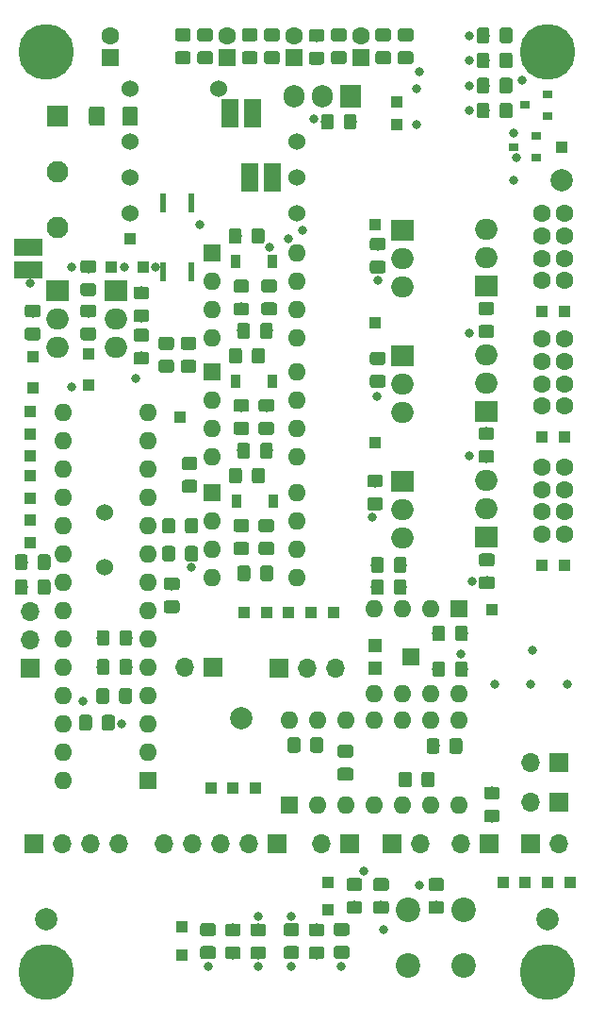
<source format=gbs>
G04 #@! TF.GenerationSoftware,KiCad,Pcbnew,(5.1.4)-1*
G04 #@! TF.CreationDate,2020-01-01T15:02:53-06:00*
G04 #@! TF.ProjectId,bldc_controller_v2,626c6463-5f63-46f6-9e74-726f6c6c6572,rev?*
G04 #@! TF.SameCoordinates,Original*
G04 #@! TF.FileFunction,Soldermask,Bot*
G04 #@! TF.FilePolarity,Negative*
%FSLAX46Y46*%
G04 Gerber Fmt 4.6, Leading zero omitted, Abs format (unit mm)*
G04 Created by KiCad (PCBNEW (5.1.4)-1) date 2020-01-01 15:02:53*
%MOMM*%
%LPD*%
G04 APERTURE LIST*
%ADD10R,1.200000X1.200000*%
%ADD11R,1.500000X1.600000*%
%ADD12R,1.540000X2.540000*%
%ADD13R,0.900000X0.800000*%
%ADD14R,1.000000X1.000000*%
%ADD15C,2.000000*%
%ADD16O,1.700000X1.700000*%
%ADD17R,1.700000X1.700000*%
%ADD18R,0.590000X1.690000*%
%ADD19O,1.600000X1.600000*%
%ADD20R,1.600000X1.600000*%
%ADD21R,2.540000X1.540000*%
%ADD22C,1.950000*%
%ADD23R,1.950000X1.950000*%
%ADD24C,1.524000*%
%ADD25C,2.200000*%
%ADD26R,2.000000X1.905000*%
%ADD27O,2.000000X1.905000*%
%ADD28C,0.100000*%
%ADD29C,1.150000*%
%ADD30O,1.905000X2.000000*%
%ADD31R,1.905000X2.000000*%
%ADD32C,1.425000*%
%ADD33R,0.900000X1.200000*%
%ADD34R,1.100000X1.100000*%
%ADD35C,1.600000*%
%ADD36C,5.000000*%
%ADD37C,0.800000*%
G04 APERTURE END LIST*
D10*
X145750000Y-117500000D03*
X145750000Y-119500000D03*
D11*
X149000000Y-118500000D03*
D12*
X132750000Y-69750000D03*
X134750000Y-69750000D03*
D13*
X159250000Y-69000000D03*
X161250000Y-69950000D03*
X161250000Y-68050000D03*
D14*
X157250000Y-138750000D03*
X160750000Y-110250000D03*
X163250000Y-138750000D03*
X114750000Y-104250000D03*
D15*
X162500000Y-75750000D03*
D14*
X156250000Y-114250000D03*
X145750000Y-99250000D03*
X134000000Y-114500000D03*
X161250000Y-138750000D03*
X114750000Y-106250000D03*
X160750000Y-98750000D03*
X136000000Y-114500000D03*
X159250000Y-138750000D03*
X114750000Y-98500000D03*
X162750000Y-110250000D03*
X145750000Y-88500000D03*
X138000000Y-114500000D03*
X133000000Y-130250000D03*
X114750000Y-102250000D03*
X162500000Y-72750000D03*
D15*
X133750000Y-124000000D03*
D14*
X114750000Y-108250000D03*
X162750000Y-98750000D03*
X160750000Y-87500000D03*
X140000000Y-114500000D03*
X135000000Y-130250000D03*
X114750000Y-96500000D03*
X147750000Y-70750000D03*
X162750000Y-87500000D03*
X145750000Y-79750000D03*
X142000000Y-114500000D03*
X131000000Y-130250000D03*
X114750000Y-100500000D03*
X123750000Y-81000000D03*
D15*
X116250000Y-142000000D03*
D14*
X128250000Y-97000000D03*
D15*
X161250000Y-142000000D03*
D14*
X147750000Y-68750000D03*
D16*
X162290000Y-135250000D03*
D17*
X159750000Y-135250000D03*
D16*
X140960000Y-135250000D03*
D17*
X143500000Y-135250000D03*
D16*
X159710000Y-131500000D03*
D17*
X162250000Y-131500000D03*
D16*
X153460000Y-135250000D03*
D17*
X156000000Y-135250000D03*
D16*
X149790000Y-135250000D03*
D17*
X147250000Y-135250000D03*
D16*
X159710000Y-128000000D03*
D17*
X162250000Y-128000000D03*
D16*
X128660000Y-119400000D03*
D17*
X131200000Y-119400000D03*
D18*
X129250000Y-77790000D03*
X126710000Y-77790000D03*
X126710000Y-84000000D03*
X129250000Y-84000000D03*
D19*
X138750000Y-82250000D03*
X131130000Y-89870000D03*
X138750000Y-84790000D03*
X131130000Y-87330000D03*
X138750000Y-87330000D03*
X131130000Y-84790000D03*
X138750000Y-89870000D03*
D20*
X131130000Y-82250000D03*
D21*
X114600000Y-81750000D03*
X114600000Y-83750000D03*
D17*
X137000000Y-135250000D03*
D16*
X134460000Y-135250000D03*
X131920000Y-135250000D03*
X129380000Y-135250000D03*
X126840000Y-135250000D03*
D22*
X117250000Y-80000000D03*
X117250000Y-75000000D03*
D23*
X117250000Y-70000000D03*
D24*
X131750000Y-67500000D03*
X123750000Y-67500000D03*
X123750000Y-75500000D03*
X138750000Y-75500000D03*
X123750000Y-72250000D03*
X138750000Y-72250000D03*
X123750000Y-78750000D03*
X138750000Y-78750000D03*
D25*
X153700000Y-146200000D03*
X153700000Y-141200000D03*
X148700000Y-141200000D03*
X148700000Y-146200000D03*
D24*
X121500000Y-110440000D03*
X121500000Y-105560000D03*
D19*
X138720000Y-103750000D03*
X131100000Y-111370000D03*
X138720000Y-106290000D03*
X131100000Y-108830000D03*
X138720000Y-108830000D03*
X131100000Y-106290000D03*
X138720000Y-111370000D03*
D20*
X131100000Y-103750000D03*
D19*
X138720000Y-92960000D03*
X131100000Y-100580000D03*
X138720000Y-95500000D03*
X131100000Y-98040000D03*
X138720000Y-98040000D03*
X131100000Y-95500000D03*
X138720000Y-100580000D03*
D20*
X131100000Y-92960000D03*
D19*
X138100000Y-124180000D03*
X153340000Y-131800000D03*
X140640000Y-124180000D03*
X150800000Y-131800000D03*
X143180000Y-124180000D03*
X148260000Y-131800000D03*
X145720000Y-124180000D03*
X145720000Y-131800000D03*
X148260000Y-124180000D03*
X143180000Y-131800000D03*
X150800000Y-124180000D03*
X140640000Y-131800000D03*
X153340000Y-124180000D03*
D20*
X138100000Y-131800000D03*
X153300000Y-114200000D03*
D19*
X145680000Y-121820000D03*
X150760000Y-114200000D03*
X148220000Y-121820000D03*
X148220000Y-114200000D03*
X150760000Y-121820000D03*
X145680000Y-114200000D03*
X153300000Y-121820000D03*
D26*
X117250000Y-85650000D03*
D27*
X117250000Y-88190000D03*
X117250000Y-90730000D03*
D26*
X122500000Y-85650000D03*
D27*
X122500000Y-88190000D03*
X122500000Y-90730000D03*
D20*
X125350000Y-129600000D03*
D19*
X117730000Y-96580000D03*
X125350000Y-127060000D03*
X117730000Y-99120000D03*
X125350000Y-124520000D03*
X117730000Y-101660000D03*
X125350000Y-121980000D03*
X117730000Y-104200000D03*
X125350000Y-119440000D03*
X117730000Y-106740000D03*
X125350000Y-116900000D03*
X117730000Y-109280000D03*
X125350000Y-114360000D03*
X117730000Y-111820000D03*
X125350000Y-111820000D03*
X117730000Y-114360000D03*
X125350000Y-109280000D03*
X117730000Y-116900000D03*
X125350000Y-106740000D03*
X117730000Y-119440000D03*
X125350000Y-104200000D03*
X117730000Y-121980000D03*
X125350000Y-101660000D03*
X117730000Y-124520000D03*
X125350000Y-99120000D03*
X117730000Y-127060000D03*
X125350000Y-96580000D03*
X117730000Y-129600000D03*
D28*
G36*
X138824505Y-125701204D02*
G01*
X138848773Y-125704804D01*
X138872572Y-125710765D01*
X138895671Y-125719030D01*
X138917850Y-125729520D01*
X138938893Y-125742132D01*
X138958599Y-125756747D01*
X138976777Y-125773223D01*
X138993253Y-125791401D01*
X139007868Y-125811107D01*
X139020480Y-125832150D01*
X139030970Y-125854329D01*
X139039235Y-125877428D01*
X139045196Y-125901227D01*
X139048796Y-125925495D01*
X139050000Y-125949999D01*
X139050000Y-126850001D01*
X139048796Y-126874505D01*
X139045196Y-126898773D01*
X139039235Y-126922572D01*
X139030970Y-126945671D01*
X139020480Y-126967850D01*
X139007868Y-126988893D01*
X138993253Y-127008599D01*
X138976777Y-127026777D01*
X138958599Y-127043253D01*
X138938893Y-127057868D01*
X138917850Y-127070480D01*
X138895671Y-127080970D01*
X138872572Y-127089235D01*
X138848773Y-127095196D01*
X138824505Y-127098796D01*
X138800001Y-127100000D01*
X138149999Y-127100000D01*
X138125495Y-127098796D01*
X138101227Y-127095196D01*
X138077428Y-127089235D01*
X138054329Y-127080970D01*
X138032150Y-127070480D01*
X138011107Y-127057868D01*
X137991401Y-127043253D01*
X137973223Y-127026777D01*
X137956747Y-127008599D01*
X137942132Y-126988893D01*
X137929520Y-126967850D01*
X137919030Y-126945671D01*
X137910765Y-126922572D01*
X137904804Y-126898773D01*
X137901204Y-126874505D01*
X137900000Y-126850001D01*
X137900000Y-125949999D01*
X137901204Y-125925495D01*
X137904804Y-125901227D01*
X137910765Y-125877428D01*
X137919030Y-125854329D01*
X137929520Y-125832150D01*
X137942132Y-125811107D01*
X137956747Y-125791401D01*
X137973223Y-125773223D01*
X137991401Y-125756747D01*
X138011107Y-125742132D01*
X138032150Y-125729520D01*
X138054329Y-125719030D01*
X138077428Y-125710765D01*
X138101227Y-125704804D01*
X138125495Y-125701204D01*
X138149999Y-125700000D01*
X138800001Y-125700000D01*
X138824505Y-125701204D01*
X138824505Y-125701204D01*
G37*
D29*
X138475000Y-126400000D03*
D28*
G36*
X140874505Y-125701204D02*
G01*
X140898773Y-125704804D01*
X140922572Y-125710765D01*
X140945671Y-125719030D01*
X140967850Y-125729520D01*
X140988893Y-125742132D01*
X141008599Y-125756747D01*
X141026777Y-125773223D01*
X141043253Y-125791401D01*
X141057868Y-125811107D01*
X141070480Y-125832150D01*
X141080970Y-125854329D01*
X141089235Y-125877428D01*
X141095196Y-125901227D01*
X141098796Y-125925495D01*
X141100000Y-125949999D01*
X141100000Y-126850001D01*
X141098796Y-126874505D01*
X141095196Y-126898773D01*
X141089235Y-126922572D01*
X141080970Y-126945671D01*
X141070480Y-126967850D01*
X141057868Y-126988893D01*
X141043253Y-127008599D01*
X141026777Y-127026777D01*
X141008599Y-127043253D01*
X140988893Y-127057868D01*
X140967850Y-127070480D01*
X140945671Y-127080970D01*
X140922572Y-127089235D01*
X140898773Y-127095196D01*
X140874505Y-127098796D01*
X140850001Y-127100000D01*
X140199999Y-127100000D01*
X140175495Y-127098796D01*
X140151227Y-127095196D01*
X140127428Y-127089235D01*
X140104329Y-127080970D01*
X140082150Y-127070480D01*
X140061107Y-127057868D01*
X140041401Y-127043253D01*
X140023223Y-127026777D01*
X140006747Y-127008599D01*
X139992132Y-126988893D01*
X139979520Y-126967850D01*
X139969030Y-126945671D01*
X139960765Y-126922572D01*
X139954804Y-126898773D01*
X139951204Y-126874505D01*
X139950000Y-126850001D01*
X139950000Y-125949999D01*
X139951204Y-125925495D01*
X139954804Y-125901227D01*
X139960765Y-125877428D01*
X139969030Y-125854329D01*
X139979520Y-125832150D01*
X139992132Y-125811107D01*
X140006747Y-125791401D01*
X140023223Y-125773223D01*
X140041401Y-125756747D01*
X140061107Y-125742132D01*
X140082150Y-125729520D01*
X140104329Y-125719030D01*
X140127428Y-125710765D01*
X140151227Y-125704804D01*
X140175495Y-125701204D01*
X140199999Y-125700000D01*
X140850001Y-125700000D01*
X140874505Y-125701204D01*
X140874505Y-125701204D01*
G37*
D29*
X140525000Y-126400000D03*
D28*
G36*
X148824505Y-128801204D02*
G01*
X148848773Y-128804804D01*
X148872572Y-128810765D01*
X148895671Y-128819030D01*
X148917850Y-128829520D01*
X148938893Y-128842132D01*
X148958599Y-128856747D01*
X148976777Y-128873223D01*
X148993253Y-128891401D01*
X149007868Y-128911107D01*
X149020480Y-128932150D01*
X149030970Y-128954329D01*
X149039235Y-128977428D01*
X149045196Y-129001227D01*
X149048796Y-129025495D01*
X149050000Y-129049999D01*
X149050000Y-129950001D01*
X149048796Y-129974505D01*
X149045196Y-129998773D01*
X149039235Y-130022572D01*
X149030970Y-130045671D01*
X149020480Y-130067850D01*
X149007868Y-130088893D01*
X148993253Y-130108599D01*
X148976777Y-130126777D01*
X148958599Y-130143253D01*
X148938893Y-130157868D01*
X148917850Y-130170480D01*
X148895671Y-130180970D01*
X148872572Y-130189235D01*
X148848773Y-130195196D01*
X148824505Y-130198796D01*
X148800001Y-130200000D01*
X148149999Y-130200000D01*
X148125495Y-130198796D01*
X148101227Y-130195196D01*
X148077428Y-130189235D01*
X148054329Y-130180970D01*
X148032150Y-130170480D01*
X148011107Y-130157868D01*
X147991401Y-130143253D01*
X147973223Y-130126777D01*
X147956747Y-130108599D01*
X147942132Y-130088893D01*
X147929520Y-130067850D01*
X147919030Y-130045671D01*
X147910765Y-130022572D01*
X147904804Y-129998773D01*
X147901204Y-129974505D01*
X147900000Y-129950001D01*
X147900000Y-129049999D01*
X147901204Y-129025495D01*
X147904804Y-129001227D01*
X147910765Y-128977428D01*
X147919030Y-128954329D01*
X147929520Y-128932150D01*
X147942132Y-128911107D01*
X147956747Y-128891401D01*
X147973223Y-128873223D01*
X147991401Y-128856747D01*
X148011107Y-128842132D01*
X148032150Y-128829520D01*
X148054329Y-128819030D01*
X148077428Y-128810765D01*
X148101227Y-128804804D01*
X148125495Y-128801204D01*
X148149999Y-128800000D01*
X148800001Y-128800000D01*
X148824505Y-128801204D01*
X148824505Y-128801204D01*
G37*
D29*
X148475000Y-129500000D03*
D28*
G36*
X150874505Y-128801204D02*
G01*
X150898773Y-128804804D01*
X150922572Y-128810765D01*
X150945671Y-128819030D01*
X150967850Y-128829520D01*
X150988893Y-128842132D01*
X151008599Y-128856747D01*
X151026777Y-128873223D01*
X151043253Y-128891401D01*
X151057868Y-128911107D01*
X151070480Y-128932150D01*
X151080970Y-128954329D01*
X151089235Y-128977428D01*
X151095196Y-129001227D01*
X151098796Y-129025495D01*
X151100000Y-129049999D01*
X151100000Y-129950001D01*
X151098796Y-129974505D01*
X151095196Y-129998773D01*
X151089235Y-130022572D01*
X151080970Y-130045671D01*
X151070480Y-130067850D01*
X151057868Y-130088893D01*
X151043253Y-130108599D01*
X151026777Y-130126777D01*
X151008599Y-130143253D01*
X150988893Y-130157868D01*
X150967850Y-130170480D01*
X150945671Y-130180970D01*
X150922572Y-130189235D01*
X150898773Y-130195196D01*
X150874505Y-130198796D01*
X150850001Y-130200000D01*
X150199999Y-130200000D01*
X150175495Y-130198796D01*
X150151227Y-130195196D01*
X150127428Y-130189235D01*
X150104329Y-130180970D01*
X150082150Y-130170480D01*
X150061107Y-130157868D01*
X150041401Y-130143253D01*
X150023223Y-130126777D01*
X150006747Y-130108599D01*
X149992132Y-130088893D01*
X149979520Y-130067850D01*
X149969030Y-130045671D01*
X149960765Y-130022572D01*
X149954804Y-129998773D01*
X149951204Y-129974505D01*
X149950000Y-129950001D01*
X149950000Y-129049999D01*
X149951204Y-129025495D01*
X149954804Y-129001227D01*
X149960765Y-128977428D01*
X149969030Y-128954329D01*
X149979520Y-128932150D01*
X149992132Y-128911107D01*
X150006747Y-128891401D01*
X150023223Y-128873223D01*
X150041401Y-128856747D01*
X150061107Y-128842132D01*
X150082150Y-128829520D01*
X150104329Y-128819030D01*
X150127428Y-128810765D01*
X150151227Y-128804804D01*
X150175495Y-128801204D01*
X150199999Y-128800000D01*
X150850001Y-128800000D01*
X150874505Y-128801204D01*
X150874505Y-128801204D01*
G37*
D29*
X150525000Y-129500000D03*
D28*
G36*
X151324505Y-125801204D02*
G01*
X151348773Y-125804804D01*
X151372572Y-125810765D01*
X151395671Y-125819030D01*
X151417850Y-125829520D01*
X151438893Y-125842132D01*
X151458599Y-125856747D01*
X151476777Y-125873223D01*
X151493253Y-125891401D01*
X151507868Y-125911107D01*
X151520480Y-125932150D01*
X151530970Y-125954329D01*
X151539235Y-125977428D01*
X151545196Y-126001227D01*
X151548796Y-126025495D01*
X151550000Y-126049999D01*
X151550000Y-126950001D01*
X151548796Y-126974505D01*
X151545196Y-126998773D01*
X151539235Y-127022572D01*
X151530970Y-127045671D01*
X151520480Y-127067850D01*
X151507868Y-127088893D01*
X151493253Y-127108599D01*
X151476777Y-127126777D01*
X151458599Y-127143253D01*
X151438893Y-127157868D01*
X151417850Y-127170480D01*
X151395671Y-127180970D01*
X151372572Y-127189235D01*
X151348773Y-127195196D01*
X151324505Y-127198796D01*
X151300001Y-127200000D01*
X150649999Y-127200000D01*
X150625495Y-127198796D01*
X150601227Y-127195196D01*
X150577428Y-127189235D01*
X150554329Y-127180970D01*
X150532150Y-127170480D01*
X150511107Y-127157868D01*
X150491401Y-127143253D01*
X150473223Y-127126777D01*
X150456747Y-127108599D01*
X150442132Y-127088893D01*
X150429520Y-127067850D01*
X150419030Y-127045671D01*
X150410765Y-127022572D01*
X150404804Y-126998773D01*
X150401204Y-126974505D01*
X150400000Y-126950001D01*
X150400000Y-126049999D01*
X150401204Y-126025495D01*
X150404804Y-126001227D01*
X150410765Y-125977428D01*
X150419030Y-125954329D01*
X150429520Y-125932150D01*
X150442132Y-125911107D01*
X150456747Y-125891401D01*
X150473223Y-125873223D01*
X150491401Y-125856747D01*
X150511107Y-125842132D01*
X150532150Y-125829520D01*
X150554329Y-125819030D01*
X150577428Y-125810765D01*
X150601227Y-125804804D01*
X150625495Y-125801204D01*
X150649999Y-125800000D01*
X151300001Y-125800000D01*
X151324505Y-125801204D01*
X151324505Y-125801204D01*
G37*
D29*
X150975000Y-126500000D03*
D28*
G36*
X153374505Y-125801204D02*
G01*
X153398773Y-125804804D01*
X153422572Y-125810765D01*
X153445671Y-125819030D01*
X153467850Y-125829520D01*
X153488893Y-125842132D01*
X153508599Y-125856747D01*
X153526777Y-125873223D01*
X153543253Y-125891401D01*
X153557868Y-125911107D01*
X153570480Y-125932150D01*
X153580970Y-125954329D01*
X153589235Y-125977428D01*
X153595196Y-126001227D01*
X153598796Y-126025495D01*
X153600000Y-126049999D01*
X153600000Y-126950001D01*
X153598796Y-126974505D01*
X153595196Y-126998773D01*
X153589235Y-127022572D01*
X153580970Y-127045671D01*
X153570480Y-127067850D01*
X153557868Y-127088893D01*
X153543253Y-127108599D01*
X153526777Y-127126777D01*
X153508599Y-127143253D01*
X153488893Y-127157868D01*
X153467850Y-127170480D01*
X153445671Y-127180970D01*
X153422572Y-127189235D01*
X153398773Y-127195196D01*
X153374505Y-127198796D01*
X153350001Y-127200000D01*
X152699999Y-127200000D01*
X152675495Y-127198796D01*
X152651227Y-127195196D01*
X152627428Y-127189235D01*
X152604329Y-127180970D01*
X152582150Y-127170480D01*
X152561107Y-127157868D01*
X152541401Y-127143253D01*
X152523223Y-127126777D01*
X152506747Y-127108599D01*
X152492132Y-127088893D01*
X152479520Y-127067850D01*
X152469030Y-127045671D01*
X152460765Y-127022572D01*
X152454804Y-126998773D01*
X152451204Y-126974505D01*
X152450000Y-126950001D01*
X152450000Y-126049999D01*
X152451204Y-126025495D01*
X152454804Y-126001227D01*
X152460765Y-125977428D01*
X152469030Y-125954329D01*
X152479520Y-125932150D01*
X152492132Y-125911107D01*
X152506747Y-125891401D01*
X152523223Y-125873223D01*
X152541401Y-125856747D01*
X152561107Y-125842132D01*
X152582150Y-125829520D01*
X152604329Y-125819030D01*
X152627428Y-125810765D01*
X152651227Y-125804804D01*
X152675495Y-125801204D01*
X152699999Y-125800000D01*
X153350001Y-125800000D01*
X153374505Y-125801204D01*
X153374505Y-125801204D01*
G37*
D29*
X153025000Y-126500000D03*
D28*
G36*
X156724505Y-132201204D02*
G01*
X156748773Y-132204804D01*
X156772572Y-132210765D01*
X156795671Y-132219030D01*
X156817850Y-132229520D01*
X156838893Y-132242132D01*
X156858599Y-132256747D01*
X156876777Y-132273223D01*
X156893253Y-132291401D01*
X156907868Y-132311107D01*
X156920480Y-132332150D01*
X156930970Y-132354329D01*
X156939235Y-132377428D01*
X156945196Y-132401227D01*
X156948796Y-132425495D01*
X156950000Y-132449999D01*
X156950000Y-133100001D01*
X156948796Y-133124505D01*
X156945196Y-133148773D01*
X156939235Y-133172572D01*
X156930970Y-133195671D01*
X156920480Y-133217850D01*
X156907868Y-133238893D01*
X156893253Y-133258599D01*
X156876777Y-133276777D01*
X156858599Y-133293253D01*
X156838893Y-133307868D01*
X156817850Y-133320480D01*
X156795671Y-133330970D01*
X156772572Y-133339235D01*
X156748773Y-133345196D01*
X156724505Y-133348796D01*
X156700001Y-133350000D01*
X155799999Y-133350000D01*
X155775495Y-133348796D01*
X155751227Y-133345196D01*
X155727428Y-133339235D01*
X155704329Y-133330970D01*
X155682150Y-133320480D01*
X155661107Y-133307868D01*
X155641401Y-133293253D01*
X155623223Y-133276777D01*
X155606747Y-133258599D01*
X155592132Y-133238893D01*
X155579520Y-133217850D01*
X155569030Y-133195671D01*
X155560765Y-133172572D01*
X155554804Y-133148773D01*
X155551204Y-133124505D01*
X155550000Y-133100001D01*
X155550000Y-132449999D01*
X155551204Y-132425495D01*
X155554804Y-132401227D01*
X155560765Y-132377428D01*
X155569030Y-132354329D01*
X155579520Y-132332150D01*
X155592132Y-132311107D01*
X155606747Y-132291401D01*
X155623223Y-132273223D01*
X155641401Y-132256747D01*
X155661107Y-132242132D01*
X155682150Y-132229520D01*
X155704329Y-132219030D01*
X155727428Y-132210765D01*
X155751227Y-132204804D01*
X155775495Y-132201204D01*
X155799999Y-132200000D01*
X156700001Y-132200000D01*
X156724505Y-132201204D01*
X156724505Y-132201204D01*
G37*
D29*
X156250000Y-132775000D03*
D28*
G36*
X156724505Y-130151204D02*
G01*
X156748773Y-130154804D01*
X156772572Y-130160765D01*
X156795671Y-130169030D01*
X156817850Y-130179520D01*
X156838893Y-130192132D01*
X156858599Y-130206747D01*
X156876777Y-130223223D01*
X156893253Y-130241401D01*
X156907868Y-130261107D01*
X156920480Y-130282150D01*
X156930970Y-130304329D01*
X156939235Y-130327428D01*
X156945196Y-130351227D01*
X156948796Y-130375495D01*
X156950000Y-130399999D01*
X156950000Y-131050001D01*
X156948796Y-131074505D01*
X156945196Y-131098773D01*
X156939235Y-131122572D01*
X156930970Y-131145671D01*
X156920480Y-131167850D01*
X156907868Y-131188893D01*
X156893253Y-131208599D01*
X156876777Y-131226777D01*
X156858599Y-131243253D01*
X156838893Y-131257868D01*
X156817850Y-131270480D01*
X156795671Y-131280970D01*
X156772572Y-131289235D01*
X156748773Y-131295196D01*
X156724505Y-131298796D01*
X156700001Y-131300000D01*
X155799999Y-131300000D01*
X155775495Y-131298796D01*
X155751227Y-131295196D01*
X155727428Y-131289235D01*
X155704329Y-131280970D01*
X155682150Y-131270480D01*
X155661107Y-131257868D01*
X155641401Y-131243253D01*
X155623223Y-131226777D01*
X155606747Y-131208599D01*
X155592132Y-131188893D01*
X155579520Y-131167850D01*
X155569030Y-131145671D01*
X155560765Y-131122572D01*
X155554804Y-131098773D01*
X155551204Y-131074505D01*
X155550000Y-131050001D01*
X155550000Y-130399999D01*
X155551204Y-130375495D01*
X155554804Y-130351227D01*
X155560765Y-130327428D01*
X155569030Y-130304329D01*
X155579520Y-130282150D01*
X155592132Y-130261107D01*
X155606747Y-130241401D01*
X155623223Y-130223223D01*
X155641401Y-130206747D01*
X155661107Y-130192132D01*
X155682150Y-130179520D01*
X155704329Y-130169030D01*
X155727428Y-130160765D01*
X155751227Y-130154804D01*
X155775495Y-130151204D01*
X155799999Y-130150000D01*
X156700001Y-130150000D01*
X156724505Y-130151204D01*
X156724505Y-130151204D01*
G37*
D29*
X156250000Y-130725000D03*
D28*
G36*
X134324505Y-110301204D02*
G01*
X134348773Y-110304804D01*
X134372572Y-110310765D01*
X134395671Y-110319030D01*
X134417850Y-110329520D01*
X134438893Y-110342132D01*
X134458599Y-110356747D01*
X134476777Y-110373223D01*
X134493253Y-110391401D01*
X134507868Y-110411107D01*
X134520480Y-110432150D01*
X134530970Y-110454329D01*
X134539235Y-110477428D01*
X134545196Y-110501227D01*
X134548796Y-110525495D01*
X134550000Y-110549999D01*
X134550000Y-111450001D01*
X134548796Y-111474505D01*
X134545196Y-111498773D01*
X134539235Y-111522572D01*
X134530970Y-111545671D01*
X134520480Y-111567850D01*
X134507868Y-111588893D01*
X134493253Y-111608599D01*
X134476777Y-111626777D01*
X134458599Y-111643253D01*
X134438893Y-111657868D01*
X134417850Y-111670480D01*
X134395671Y-111680970D01*
X134372572Y-111689235D01*
X134348773Y-111695196D01*
X134324505Y-111698796D01*
X134300001Y-111700000D01*
X133649999Y-111700000D01*
X133625495Y-111698796D01*
X133601227Y-111695196D01*
X133577428Y-111689235D01*
X133554329Y-111680970D01*
X133532150Y-111670480D01*
X133511107Y-111657868D01*
X133491401Y-111643253D01*
X133473223Y-111626777D01*
X133456747Y-111608599D01*
X133442132Y-111588893D01*
X133429520Y-111567850D01*
X133419030Y-111545671D01*
X133410765Y-111522572D01*
X133404804Y-111498773D01*
X133401204Y-111474505D01*
X133400000Y-111450001D01*
X133400000Y-110549999D01*
X133401204Y-110525495D01*
X133404804Y-110501227D01*
X133410765Y-110477428D01*
X133419030Y-110454329D01*
X133429520Y-110432150D01*
X133442132Y-110411107D01*
X133456747Y-110391401D01*
X133473223Y-110373223D01*
X133491401Y-110356747D01*
X133511107Y-110342132D01*
X133532150Y-110329520D01*
X133554329Y-110319030D01*
X133577428Y-110310765D01*
X133601227Y-110304804D01*
X133625495Y-110301204D01*
X133649999Y-110300000D01*
X134300001Y-110300000D01*
X134324505Y-110301204D01*
X134324505Y-110301204D01*
G37*
D29*
X133975000Y-111000000D03*
D28*
G36*
X136374505Y-110301204D02*
G01*
X136398773Y-110304804D01*
X136422572Y-110310765D01*
X136445671Y-110319030D01*
X136467850Y-110329520D01*
X136488893Y-110342132D01*
X136508599Y-110356747D01*
X136526777Y-110373223D01*
X136543253Y-110391401D01*
X136557868Y-110411107D01*
X136570480Y-110432150D01*
X136580970Y-110454329D01*
X136589235Y-110477428D01*
X136595196Y-110501227D01*
X136598796Y-110525495D01*
X136600000Y-110549999D01*
X136600000Y-111450001D01*
X136598796Y-111474505D01*
X136595196Y-111498773D01*
X136589235Y-111522572D01*
X136580970Y-111545671D01*
X136570480Y-111567850D01*
X136557868Y-111588893D01*
X136543253Y-111608599D01*
X136526777Y-111626777D01*
X136508599Y-111643253D01*
X136488893Y-111657868D01*
X136467850Y-111670480D01*
X136445671Y-111680970D01*
X136422572Y-111689235D01*
X136398773Y-111695196D01*
X136374505Y-111698796D01*
X136350001Y-111700000D01*
X135699999Y-111700000D01*
X135675495Y-111698796D01*
X135651227Y-111695196D01*
X135627428Y-111689235D01*
X135604329Y-111680970D01*
X135582150Y-111670480D01*
X135561107Y-111657868D01*
X135541401Y-111643253D01*
X135523223Y-111626777D01*
X135506747Y-111608599D01*
X135492132Y-111588893D01*
X135479520Y-111567850D01*
X135469030Y-111545671D01*
X135460765Y-111522572D01*
X135454804Y-111498773D01*
X135451204Y-111474505D01*
X135450000Y-111450001D01*
X135450000Y-110549999D01*
X135451204Y-110525495D01*
X135454804Y-110501227D01*
X135460765Y-110477428D01*
X135469030Y-110454329D01*
X135479520Y-110432150D01*
X135492132Y-110411107D01*
X135506747Y-110391401D01*
X135523223Y-110373223D01*
X135541401Y-110356747D01*
X135561107Y-110342132D01*
X135582150Y-110329520D01*
X135604329Y-110319030D01*
X135627428Y-110310765D01*
X135651227Y-110304804D01*
X135675495Y-110301204D01*
X135699999Y-110300000D01*
X136350001Y-110300000D01*
X136374505Y-110301204D01*
X136374505Y-110301204D01*
G37*
D29*
X136025000Y-111000000D03*
D28*
G36*
X134224505Y-106151204D02*
G01*
X134248773Y-106154804D01*
X134272572Y-106160765D01*
X134295671Y-106169030D01*
X134317850Y-106179520D01*
X134338893Y-106192132D01*
X134358599Y-106206747D01*
X134376777Y-106223223D01*
X134393253Y-106241401D01*
X134407868Y-106261107D01*
X134420480Y-106282150D01*
X134430970Y-106304329D01*
X134439235Y-106327428D01*
X134445196Y-106351227D01*
X134448796Y-106375495D01*
X134450000Y-106399999D01*
X134450000Y-107050001D01*
X134448796Y-107074505D01*
X134445196Y-107098773D01*
X134439235Y-107122572D01*
X134430970Y-107145671D01*
X134420480Y-107167850D01*
X134407868Y-107188893D01*
X134393253Y-107208599D01*
X134376777Y-107226777D01*
X134358599Y-107243253D01*
X134338893Y-107257868D01*
X134317850Y-107270480D01*
X134295671Y-107280970D01*
X134272572Y-107289235D01*
X134248773Y-107295196D01*
X134224505Y-107298796D01*
X134200001Y-107300000D01*
X133299999Y-107300000D01*
X133275495Y-107298796D01*
X133251227Y-107295196D01*
X133227428Y-107289235D01*
X133204329Y-107280970D01*
X133182150Y-107270480D01*
X133161107Y-107257868D01*
X133141401Y-107243253D01*
X133123223Y-107226777D01*
X133106747Y-107208599D01*
X133092132Y-107188893D01*
X133079520Y-107167850D01*
X133069030Y-107145671D01*
X133060765Y-107122572D01*
X133054804Y-107098773D01*
X133051204Y-107074505D01*
X133050000Y-107050001D01*
X133050000Y-106399999D01*
X133051204Y-106375495D01*
X133054804Y-106351227D01*
X133060765Y-106327428D01*
X133069030Y-106304329D01*
X133079520Y-106282150D01*
X133092132Y-106261107D01*
X133106747Y-106241401D01*
X133123223Y-106223223D01*
X133141401Y-106206747D01*
X133161107Y-106192132D01*
X133182150Y-106179520D01*
X133204329Y-106169030D01*
X133227428Y-106160765D01*
X133251227Y-106154804D01*
X133275495Y-106151204D01*
X133299999Y-106150000D01*
X134200001Y-106150000D01*
X134224505Y-106151204D01*
X134224505Y-106151204D01*
G37*
D29*
X133750000Y-106725000D03*
D28*
G36*
X134224505Y-108201204D02*
G01*
X134248773Y-108204804D01*
X134272572Y-108210765D01*
X134295671Y-108219030D01*
X134317850Y-108229520D01*
X134338893Y-108242132D01*
X134358599Y-108256747D01*
X134376777Y-108273223D01*
X134393253Y-108291401D01*
X134407868Y-108311107D01*
X134420480Y-108332150D01*
X134430970Y-108354329D01*
X134439235Y-108377428D01*
X134445196Y-108401227D01*
X134448796Y-108425495D01*
X134450000Y-108449999D01*
X134450000Y-109100001D01*
X134448796Y-109124505D01*
X134445196Y-109148773D01*
X134439235Y-109172572D01*
X134430970Y-109195671D01*
X134420480Y-109217850D01*
X134407868Y-109238893D01*
X134393253Y-109258599D01*
X134376777Y-109276777D01*
X134358599Y-109293253D01*
X134338893Y-109307868D01*
X134317850Y-109320480D01*
X134295671Y-109330970D01*
X134272572Y-109339235D01*
X134248773Y-109345196D01*
X134224505Y-109348796D01*
X134200001Y-109350000D01*
X133299999Y-109350000D01*
X133275495Y-109348796D01*
X133251227Y-109345196D01*
X133227428Y-109339235D01*
X133204329Y-109330970D01*
X133182150Y-109320480D01*
X133161107Y-109307868D01*
X133141401Y-109293253D01*
X133123223Y-109276777D01*
X133106747Y-109258599D01*
X133092132Y-109238893D01*
X133079520Y-109217850D01*
X133069030Y-109195671D01*
X133060765Y-109172572D01*
X133054804Y-109148773D01*
X133051204Y-109124505D01*
X133050000Y-109100001D01*
X133050000Y-108449999D01*
X133051204Y-108425495D01*
X133054804Y-108401227D01*
X133060765Y-108377428D01*
X133069030Y-108354329D01*
X133079520Y-108332150D01*
X133092132Y-108311107D01*
X133106747Y-108291401D01*
X133123223Y-108273223D01*
X133141401Y-108256747D01*
X133161107Y-108242132D01*
X133182150Y-108229520D01*
X133204329Y-108219030D01*
X133227428Y-108210765D01*
X133251227Y-108204804D01*
X133275495Y-108201204D01*
X133299999Y-108200000D01*
X134200001Y-108200000D01*
X134224505Y-108201204D01*
X134224505Y-108201204D01*
G37*
D29*
X133750000Y-108775000D03*
D28*
G36*
X136349505Y-99301204D02*
G01*
X136373773Y-99304804D01*
X136397572Y-99310765D01*
X136420671Y-99319030D01*
X136442850Y-99329520D01*
X136463893Y-99342132D01*
X136483599Y-99356747D01*
X136501777Y-99373223D01*
X136518253Y-99391401D01*
X136532868Y-99411107D01*
X136545480Y-99432150D01*
X136555970Y-99454329D01*
X136564235Y-99477428D01*
X136570196Y-99501227D01*
X136573796Y-99525495D01*
X136575000Y-99549999D01*
X136575000Y-100450001D01*
X136573796Y-100474505D01*
X136570196Y-100498773D01*
X136564235Y-100522572D01*
X136555970Y-100545671D01*
X136545480Y-100567850D01*
X136532868Y-100588893D01*
X136518253Y-100608599D01*
X136501777Y-100626777D01*
X136483599Y-100643253D01*
X136463893Y-100657868D01*
X136442850Y-100670480D01*
X136420671Y-100680970D01*
X136397572Y-100689235D01*
X136373773Y-100695196D01*
X136349505Y-100698796D01*
X136325001Y-100700000D01*
X135674999Y-100700000D01*
X135650495Y-100698796D01*
X135626227Y-100695196D01*
X135602428Y-100689235D01*
X135579329Y-100680970D01*
X135557150Y-100670480D01*
X135536107Y-100657868D01*
X135516401Y-100643253D01*
X135498223Y-100626777D01*
X135481747Y-100608599D01*
X135467132Y-100588893D01*
X135454520Y-100567850D01*
X135444030Y-100545671D01*
X135435765Y-100522572D01*
X135429804Y-100498773D01*
X135426204Y-100474505D01*
X135425000Y-100450001D01*
X135425000Y-99549999D01*
X135426204Y-99525495D01*
X135429804Y-99501227D01*
X135435765Y-99477428D01*
X135444030Y-99454329D01*
X135454520Y-99432150D01*
X135467132Y-99411107D01*
X135481747Y-99391401D01*
X135498223Y-99373223D01*
X135516401Y-99356747D01*
X135536107Y-99342132D01*
X135557150Y-99329520D01*
X135579329Y-99319030D01*
X135602428Y-99310765D01*
X135626227Y-99304804D01*
X135650495Y-99301204D01*
X135674999Y-99300000D01*
X136325001Y-99300000D01*
X136349505Y-99301204D01*
X136349505Y-99301204D01*
G37*
D29*
X136000000Y-100000000D03*
D28*
G36*
X134299505Y-99301204D02*
G01*
X134323773Y-99304804D01*
X134347572Y-99310765D01*
X134370671Y-99319030D01*
X134392850Y-99329520D01*
X134413893Y-99342132D01*
X134433599Y-99356747D01*
X134451777Y-99373223D01*
X134468253Y-99391401D01*
X134482868Y-99411107D01*
X134495480Y-99432150D01*
X134505970Y-99454329D01*
X134514235Y-99477428D01*
X134520196Y-99501227D01*
X134523796Y-99525495D01*
X134525000Y-99549999D01*
X134525000Y-100450001D01*
X134523796Y-100474505D01*
X134520196Y-100498773D01*
X134514235Y-100522572D01*
X134505970Y-100545671D01*
X134495480Y-100567850D01*
X134482868Y-100588893D01*
X134468253Y-100608599D01*
X134451777Y-100626777D01*
X134433599Y-100643253D01*
X134413893Y-100657868D01*
X134392850Y-100670480D01*
X134370671Y-100680970D01*
X134347572Y-100689235D01*
X134323773Y-100695196D01*
X134299505Y-100698796D01*
X134275001Y-100700000D01*
X133624999Y-100700000D01*
X133600495Y-100698796D01*
X133576227Y-100695196D01*
X133552428Y-100689235D01*
X133529329Y-100680970D01*
X133507150Y-100670480D01*
X133486107Y-100657868D01*
X133466401Y-100643253D01*
X133448223Y-100626777D01*
X133431747Y-100608599D01*
X133417132Y-100588893D01*
X133404520Y-100567850D01*
X133394030Y-100545671D01*
X133385765Y-100522572D01*
X133379804Y-100498773D01*
X133376204Y-100474505D01*
X133375000Y-100450001D01*
X133375000Y-99549999D01*
X133376204Y-99525495D01*
X133379804Y-99501227D01*
X133385765Y-99477428D01*
X133394030Y-99454329D01*
X133404520Y-99432150D01*
X133417132Y-99411107D01*
X133431747Y-99391401D01*
X133448223Y-99373223D01*
X133466401Y-99356747D01*
X133486107Y-99342132D01*
X133507150Y-99329520D01*
X133529329Y-99319030D01*
X133552428Y-99310765D01*
X133576227Y-99304804D01*
X133600495Y-99301204D01*
X133624999Y-99300000D01*
X134275001Y-99300000D01*
X134299505Y-99301204D01*
X134299505Y-99301204D01*
G37*
D29*
X133950000Y-100000000D03*
D28*
G36*
X134224505Y-97426204D02*
G01*
X134248773Y-97429804D01*
X134272572Y-97435765D01*
X134295671Y-97444030D01*
X134317850Y-97454520D01*
X134338893Y-97467132D01*
X134358599Y-97481747D01*
X134376777Y-97498223D01*
X134393253Y-97516401D01*
X134407868Y-97536107D01*
X134420480Y-97557150D01*
X134430970Y-97579329D01*
X134439235Y-97602428D01*
X134445196Y-97626227D01*
X134448796Y-97650495D01*
X134450000Y-97674999D01*
X134450000Y-98325001D01*
X134448796Y-98349505D01*
X134445196Y-98373773D01*
X134439235Y-98397572D01*
X134430970Y-98420671D01*
X134420480Y-98442850D01*
X134407868Y-98463893D01*
X134393253Y-98483599D01*
X134376777Y-98501777D01*
X134358599Y-98518253D01*
X134338893Y-98532868D01*
X134317850Y-98545480D01*
X134295671Y-98555970D01*
X134272572Y-98564235D01*
X134248773Y-98570196D01*
X134224505Y-98573796D01*
X134200001Y-98575000D01*
X133299999Y-98575000D01*
X133275495Y-98573796D01*
X133251227Y-98570196D01*
X133227428Y-98564235D01*
X133204329Y-98555970D01*
X133182150Y-98545480D01*
X133161107Y-98532868D01*
X133141401Y-98518253D01*
X133123223Y-98501777D01*
X133106747Y-98483599D01*
X133092132Y-98463893D01*
X133079520Y-98442850D01*
X133069030Y-98420671D01*
X133060765Y-98397572D01*
X133054804Y-98373773D01*
X133051204Y-98349505D01*
X133050000Y-98325001D01*
X133050000Y-97674999D01*
X133051204Y-97650495D01*
X133054804Y-97626227D01*
X133060765Y-97602428D01*
X133069030Y-97579329D01*
X133079520Y-97557150D01*
X133092132Y-97536107D01*
X133106747Y-97516401D01*
X133123223Y-97498223D01*
X133141401Y-97481747D01*
X133161107Y-97467132D01*
X133182150Y-97454520D01*
X133204329Y-97444030D01*
X133227428Y-97435765D01*
X133251227Y-97429804D01*
X133275495Y-97426204D01*
X133299999Y-97425000D01*
X134200001Y-97425000D01*
X134224505Y-97426204D01*
X134224505Y-97426204D01*
G37*
D29*
X133750000Y-98000000D03*
D28*
G36*
X134224505Y-95376204D02*
G01*
X134248773Y-95379804D01*
X134272572Y-95385765D01*
X134295671Y-95394030D01*
X134317850Y-95404520D01*
X134338893Y-95417132D01*
X134358599Y-95431747D01*
X134376777Y-95448223D01*
X134393253Y-95466401D01*
X134407868Y-95486107D01*
X134420480Y-95507150D01*
X134430970Y-95529329D01*
X134439235Y-95552428D01*
X134445196Y-95576227D01*
X134448796Y-95600495D01*
X134450000Y-95624999D01*
X134450000Y-96275001D01*
X134448796Y-96299505D01*
X134445196Y-96323773D01*
X134439235Y-96347572D01*
X134430970Y-96370671D01*
X134420480Y-96392850D01*
X134407868Y-96413893D01*
X134393253Y-96433599D01*
X134376777Y-96451777D01*
X134358599Y-96468253D01*
X134338893Y-96482868D01*
X134317850Y-96495480D01*
X134295671Y-96505970D01*
X134272572Y-96514235D01*
X134248773Y-96520196D01*
X134224505Y-96523796D01*
X134200001Y-96525000D01*
X133299999Y-96525000D01*
X133275495Y-96523796D01*
X133251227Y-96520196D01*
X133227428Y-96514235D01*
X133204329Y-96505970D01*
X133182150Y-96495480D01*
X133161107Y-96482868D01*
X133141401Y-96468253D01*
X133123223Y-96451777D01*
X133106747Y-96433599D01*
X133092132Y-96413893D01*
X133079520Y-96392850D01*
X133069030Y-96370671D01*
X133060765Y-96347572D01*
X133054804Y-96323773D01*
X133051204Y-96299505D01*
X133050000Y-96275001D01*
X133050000Y-95624999D01*
X133051204Y-95600495D01*
X133054804Y-95576227D01*
X133060765Y-95552428D01*
X133069030Y-95529329D01*
X133079520Y-95507150D01*
X133092132Y-95486107D01*
X133106747Y-95466401D01*
X133123223Y-95448223D01*
X133141401Y-95431747D01*
X133161107Y-95417132D01*
X133182150Y-95404520D01*
X133204329Y-95394030D01*
X133227428Y-95385765D01*
X133251227Y-95379804D01*
X133275495Y-95376204D01*
X133299999Y-95375000D01*
X134200001Y-95375000D01*
X134224505Y-95376204D01*
X134224505Y-95376204D01*
G37*
D29*
X133750000Y-95950000D03*
D28*
G36*
X134299505Y-88551204D02*
G01*
X134323773Y-88554804D01*
X134347572Y-88560765D01*
X134370671Y-88569030D01*
X134392850Y-88579520D01*
X134413893Y-88592132D01*
X134433599Y-88606747D01*
X134451777Y-88623223D01*
X134468253Y-88641401D01*
X134482868Y-88661107D01*
X134495480Y-88682150D01*
X134505970Y-88704329D01*
X134514235Y-88727428D01*
X134520196Y-88751227D01*
X134523796Y-88775495D01*
X134525000Y-88799999D01*
X134525000Y-89700001D01*
X134523796Y-89724505D01*
X134520196Y-89748773D01*
X134514235Y-89772572D01*
X134505970Y-89795671D01*
X134495480Y-89817850D01*
X134482868Y-89838893D01*
X134468253Y-89858599D01*
X134451777Y-89876777D01*
X134433599Y-89893253D01*
X134413893Y-89907868D01*
X134392850Y-89920480D01*
X134370671Y-89930970D01*
X134347572Y-89939235D01*
X134323773Y-89945196D01*
X134299505Y-89948796D01*
X134275001Y-89950000D01*
X133624999Y-89950000D01*
X133600495Y-89948796D01*
X133576227Y-89945196D01*
X133552428Y-89939235D01*
X133529329Y-89930970D01*
X133507150Y-89920480D01*
X133486107Y-89907868D01*
X133466401Y-89893253D01*
X133448223Y-89876777D01*
X133431747Y-89858599D01*
X133417132Y-89838893D01*
X133404520Y-89817850D01*
X133394030Y-89795671D01*
X133385765Y-89772572D01*
X133379804Y-89748773D01*
X133376204Y-89724505D01*
X133375000Y-89700001D01*
X133375000Y-88799999D01*
X133376204Y-88775495D01*
X133379804Y-88751227D01*
X133385765Y-88727428D01*
X133394030Y-88704329D01*
X133404520Y-88682150D01*
X133417132Y-88661107D01*
X133431747Y-88641401D01*
X133448223Y-88623223D01*
X133466401Y-88606747D01*
X133486107Y-88592132D01*
X133507150Y-88579520D01*
X133529329Y-88569030D01*
X133552428Y-88560765D01*
X133576227Y-88554804D01*
X133600495Y-88551204D01*
X133624999Y-88550000D01*
X134275001Y-88550000D01*
X134299505Y-88551204D01*
X134299505Y-88551204D01*
G37*
D29*
X133950000Y-89250000D03*
D28*
G36*
X136349505Y-88551204D02*
G01*
X136373773Y-88554804D01*
X136397572Y-88560765D01*
X136420671Y-88569030D01*
X136442850Y-88579520D01*
X136463893Y-88592132D01*
X136483599Y-88606747D01*
X136501777Y-88623223D01*
X136518253Y-88641401D01*
X136532868Y-88661107D01*
X136545480Y-88682150D01*
X136555970Y-88704329D01*
X136564235Y-88727428D01*
X136570196Y-88751227D01*
X136573796Y-88775495D01*
X136575000Y-88799999D01*
X136575000Y-89700001D01*
X136573796Y-89724505D01*
X136570196Y-89748773D01*
X136564235Y-89772572D01*
X136555970Y-89795671D01*
X136545480Y-89817850D01*
X136532868Y-89838893D01*
X136518253Y-89858599D01*
X136501777Y-89876777D01*
X136483599Y-89893253D01*
X136463893Y-89907868D01*
X136442850Y-89920480D01*
X136420671Y-89930970D01*
X136397572Y-89939235D01*
X136373773Y-89945196D01*
X136349505Y-89948796D01*
X136325001Y-89950000D01*
X135674999Y-89950000D01*
X135650495Y-89948796D01*
X135626227Y-89945196D01*
X135602428Y-89939235D01*
X135579329Y-89930970D01*
X135557150Y-89920480D01*
X135536107Y-89907868D01*
X135516401Y-89893253D01*
X135498223Y-89876777D01*
X135481747Y-89858599D01*
X135467132Y-89838893D01*
X135454520Y-89817850D01*
X135444030Y-89795671D01*
X135435765Y-89772572D01*
X135429804Y-89748773D01*
X135426204Y-89724505D01*
X135425000Y-89700001D01*
X135425000Y-88799999D01*
X135426204Y-88775495D01*
X135429804Y-88751227D01*
X135435765Y-88727428D01*
X135444030Y-88704329D01*
X135454520Y-88682150D01*
X135467132Y-88661107D01*
X135481747Y-88641401D01*
X135498223Y-88623223D01*
X135516401Y-88606747D01*
X135536107Y-88592132D01*
X135557150Y-88579520D01*
X135579329Y-88569030D01*
X135602428Y-88560765D01*
X135626227Y-88554804D01*
X135650495Y-88551204D01*
X135674999Y-88550000D01*
X136325001Y-88550000D01*
X136349505Y-88551204D01*
X136349505Y-88551204D01*
G37*
D29*
X136000000Y-89250000D03*
D28*
G36*
X134224505Y-86726204D02*
G01*
X134248773Y-86729804D01*
X134272572Y-86735765D01*
X134295671Y-86744030D01*
X134317850Y-86754520D01*
X134338893Y-86767132D01*
X134358599Y-86781747D01*
X134376777Y-86798223D01*
X134393253Y-86816401D01*
X134407868Y-86836107D01*
X134420480Y-86857150D01*
X134430970Y-86879329D01*
X134439235Y-86902428D01*
X134445196Y-86926227D01*
X134448796Y-86950495D01*
X134450000Y-86974999D01*
X134450000Y-87625001D01*
X134448796Y-87649505D01*
X134445196Y-87673773D01*
X134439235Y-87697572D01*
X134430970Y-87720671D01*
X134420480Y-87742850D01*
X134407868Y-87763893D01*
X134393253Y-87783599D01*
X134376777Y-87801777D01*
X134358599Y-87818253D01*
X134338893Y-87832868D01*
X134317850Y-87845480D01*
X134295671Y-87855970D01*
X134272572Y-87864235D01*
X134248773Y-87870196D01*
X134224505Y-87873796D01*
X134200001Y-87875000D01*
X133299999Y-87875000D01*
X133275495Y-87873796D01*
X133251227Y-87870196D01*
X133227428Y-87864235D01*
X133204329Y-87855970D01*
X133182150Y-87845480D01*
X133161107Y-87832868D01*
X133141401Y-87818253D01*
X133123223Y-87801777D01*
X133106747Y-87783599D01*
X133092132Y-87763893D01*
X133079520Y-87742850D01*
X133069030Y-87720671D01*
X133060765Y-87697572D01*
X133054804Y-87673773D01*
X133051204Y-87649505D01*
X133050000Y-87625001D01*
X133050000Y-86974999D01*
X133051204Y-86950495D01*
X133054804Y-86926227D01*
X133060765Y-86902428D01*
X133069030Y-86879329D01*
X133079520Y-86857150D01*
X133092132Y-86836107D01*
X133106747Y-86816401D01*
X133123223Y-86798223D01*
X133141401Y-86781747D01*
X133161107Y-86767132D01*
X133182150Y-86754520D01*
X133204329Y-86744030D01*
X133227428Y-86735765D01*
X133251227Y-86729804D01*
X133275495Y-86726204D01*
X133299999Y-86725000D01*
X134200001Y-86725000D01*
X134224505Y-86726204D01*
X134224505Y-86726204D01*
G37*
D29*
X133750000Y-87300000D03*
D28*
G36*
X134224505Y-84676204D02*
G01*
X134248773Y-84679804D01*
X134272572Y-84685765D01*
X134295671Y-84694030D01*
X134317850Y-84704520D01*
X134338893Y-84717132D01*
X134358599Y-84731747D01*
X134376777Y-84748223D01*
X134393253Y-84766401D01*
X134407868Y-84786107D01*
X134420480Y-84807150D01*
X134430970Y-84829329D01*
X134439235Y-84852428D01*
X134445196Y-84876227D01*
X134448796Y-84900495D01*
X134450000Y-84924999D01*
X134450000Y-85575001D01*
X134448796Y-85599505D01*
X134445196Y-85623773D01*
X134439235Y-85647572D01*
X134430970Y-85670671D01*
X134420480Y-85692850D01*
X134407868Y-85713893D01*
X134393253Y-85733599D01*
X134376777Y-85751777D01*
X134358599Y-85768253D01*
X134338893Y-85782868D01*
X134317850Y-85795480D01*
X134295671Y-85805970D01*
X134272572Y-85814235D01*
X134248773Y-85820196D01*
X134224505Y-85823796D01*
X134200001Y-85825000D01*
X133299999Y-85825000D01*
X133275495Y-85823796D01*
X133251227Y-85820196D01*
X133227428Y-85814235D01*
X133204329Y-85805970D01*
X133182150Y-85795480D01*
X133161107Y-85782868D01*
X133141401Y-85768253D01*
X133123223Y-85751777D01*
X133106747Y-85733599D01*
X133092132Y-85713893D01*
X133079520Y-85692850D01*
X133069030Y-85670671D01*
X133060765Y-85647572D01*
X133054804Y-85623773D01*
X133051204Y-85599505D01*
X133050000Y-85575001D01*
X133050000Y-84924999D01*
X133051204Y-84900495D01*
X133054804Y-84876227D01*
X133060765Y-84852428D01*
X133069030Y-84829329D01*
X133079520Y-84807150D01*
X133092132Y-84786107D01*
X133106747Y-84766401D01*
X133123223Y-84748223D01*
X133141401Y-84731747D01*
X133161107Y-84717132D01*
X133182150Y-84704520D01*
X133204329Y-84694030D01*
X133227428Y-84685765D01*
X133251227Y-84679804D01*
X133275495Y-84676204D01*
X133299999Y-84675000D01*
X134200001Y-84675000D01*
X134224505Y-84676204D01*
X134224505Y-84676204D01*
G37*
D29*
X133750000Y-85250000D03*
D28*
G36*
X146224505Y-104201204D02*
G01*
X146248773Y-104204804D01*
X146272572Y-104210765D01*
X146295671Y-104219030D01*
X146317850Y-104229520D01*
X146338893Y-104242132D01*
X146358599Y-104256747D01*
X146376777Y-104273223D01*
X146393253Y-104291401D01*
X146407868Y-104311107D01*
X146420480Y-104332150D01*
X146430970Y-104354329D01*
X146439235Y-104377428D01*
X146445196Y-104401227D01*
X146448796Y-104425495D01*
X146450000Y-104449999D01*
X146450000Y-105100001D01*
X146448796Y-105124505D01*
X146445196Y-105148773D01*
X146439235Y-105172572D01*
X146430970Y-105195671D01*
X146420480Y-105217850D01*
X146407868Y-105238893D01*
X146393253Y-105258599D01*
X146376777Y-105276777D01*
X146358599Y-105293253D01*
X146338893Y-105307868D01*
X146317850Y-105320480D01*
X146295671Y-105330970D01*
X146272572Y-105339235D01*
X146248773Y-105345196D01*
X146224505Y-105348796D01*
X146200001Y-105350000D01*
X145299999Y-105350000D01*
X145275495Y-105348796D01*
X145251227Y-105345196D01*
X145227428Y-105339235D01*
X145204329Y-105330970D01*
X145182150Y-105320480D01*
X145161107Y-105307868D01*
X145141401Y-105293253D01*
X145123223Y-105276777D01*
X145106747Y-105258599D01*
X145092132Y-105238893D01*
X145079520Y-105217850D01*
X145069030Y-105195671D01*
X145060765Y-105172572D01*
X145054804Y-105148773D01*
X145051204Y-105124505D01*
X145050000Y-105100001D01*
X145050000Y-104449999D01*
X145051204Y-104425495D01*
X145054804Y-104401227D01*
X145060765Y-104377428D01*
X145069030Y-104354329D01*
X145079520Y-104332150D01*
X145092132Y-104311107D01*
X145106747Y-104291401D01*
X145123223Y-104273223D01*
X145141401Y-104256747D01*
X145161107Y-104242132D01*
X145182150Y-104229520D01*
X145204329Y-104219030D01*
X145227428Y-104210765D01*
X145251227Y-104204804D01*
X145275495Y-104201204D01*
X145299999Y-104200000D01*
X146200001Y-104200000D01*
X146224505Y-104201204D01*
X146224505Y-104201204D01*
G37*
D29*
X145750000Y-104775000D03*
D28*
G36*
X146224505Y-102151204D02*
G01*
X146248773Y-102154804D01*
X146272572Y-102160765D01*
X146295671Y-102169030D01*
X146317850Y-102179520D01*
X146338893Y-102192132D01*
X146358599Y-102206747D01*
X146376777Y-102223223D01*
X146393253Y-102241401D01*
X146407868Y-102261107D01*
X146420480Y-102282150D01*
X146430970Y-102304329D01*
X146439235Y-102327428D01*
X146445196Y-102351227D01*
X146448796Y-102375495D01*
X146450000Y-102399999D01*
X146450000Y-103050001D01*
X146448796Y-103074505D01*
X146445196Y-103098773D01*
X146439235Y-103122572D01*
X146430970Y-103145671D01*
X146420480Y-103167850D01*
X146407868Y-103188893D01*
X146393253Y-103208599D01*
X146376777Y-103226777D01*
X146358599Y-103243253D01*
X146338893Y-103257868D01*
X146317850Y-103270480D01*
X146295671Y-103280970D01*
X146272572Y-103289235D01*
X146248773Y-103295196D01*
X146224505Y-103298796D01*
X146200001Y-103300000D01*
X145299999Y-103300000D01*
X145275495Y-103298796D01*
X145251227Y-103295196D01*
X145227428Y-103289235D01*
X145204329Y-103280970D01*
X145182150Y-103270480D01*
X145161107Y-103257868D01*
X145141401Y-103243253D01*
X145123223Y-103226777D01*
X145106747Y-103208599D01*
X145092132Y-103188893D01*
X145079520Y-103167850D01*
X145069030Y-103145671D01*
X145060765Y-103122572D01*
X145054804Y-103098773D01*
X145051204Y-103074505D01*
X145050000Y-103050001D01*
X145050000Y-102399999D01*
X145051204Y-102375495D01*
X145054804Y-102351227D01*
X145060765Y-102327428D01*
X145069030Y-102304329D01*
X145079520Y-102282150D01*
X145092132Y-102261107D01*
X145106747Y-102241401D01*
X145123223Y-102223223D01*
X145141401Y-102206747D01*
X145161107Y-102192132D01*
X145182150Y-102179520D01*
X145204329Y-102169030D01*
X145227428Y-102160765D01*
X145251227Y-102154804D01*
X145275495Y-102151204D01*
X145299999Y-102150000D01*
X146200001Y-102150000D01*
X146224505Y-102151204D01*
X146224505Y-102151204D01*
G37*
D29*
X145750000Y-102725000D03*
D28*
G36*
X146474505Y-93201204D02*
G01*
X146498773Y-93204804D01*
X146522572Y-93210765D01*
X146545671Y-93219030D01*
X146567850Y-93229520D01*
X146588893Y-93242132D01*
X146608599Y-93256747D01*
X146626777Y-93273223D01*
X146643253Y-93291401D01*
X146657868Y-93311107D01*
X146670480Y-93332150D01*
X146680970Y-93354329D01*
X146689235Y-93377428D01*
X146695196Y-93401227D01*
X146698796Y-93425495D01*
X146700000Y-93449999D01*
X146700000Y-94100001D01*
X146698796Y-94124505D01*
X146695196Y-94148773D01*
X146689235Y-94172572D01*
X146680970Y-94195671D01*
X146670480Y-94217850D01*
X146657868Y-94238893D01*
X146643253Y-94258599D01*
X146626777Y-94276777D01*
X146608599Y-94293253D01*
X146588893Y-94307868D01*
X146567850Y-94320480D01*
X146545671Y-94330970D01*
X146522572Y-94339235D01*
X146498773Y-94345196D01*
X146474505Y-94348796D01*
X146450001Y-94350000D01*
X145549999Y-94350000D01*
X145525495Y-94348796D01*
X145501227Y-94345196D01*
X145477428Y-94339235D01*
X145454329Y-94330970D01*
X145432150Y-94320480D01*
X145411107Y-94307868D01*
X145391401Y-94293253D01*
X145373223Y-94276777D01*
X145356747Y-94258599D01*
X145342132Y-94238893D01*
X145329520Y-94217850D01*
X145319030Y-94195671D01*
X145310765Y-94172572D01*
X145304804Y-94148773D01*
X145301204Y-94124505D01*
X145300000Y-94100001D01*
X145300000Y-93449999D01*
X145301204Y-93425495D01*
X145304804Y-93401227D01*
X145310765Y-93377428D01*
X145319030Y-93354329D01*
X145329520Y-93332150D01*
X145342132Y-93311107D01*
X145356747Y-93291401D01*
X145373223Y-93273223D01*
X145391401Y-93256747D01*
X145411107Y-93242132D01*
X145432150Y-93229520D01*
X145454329Y-93219030D01*
X145477428Y-93210765D01*
X145501227Y-93204804D01*
X145525495Y-93201204D01*
X145549999Y-93200000D01*
X146450001Y-93200000D01*
X146474505Y-93201204D01*
X146474505Y-93201204D01*
G37*
D29*
X146000000Y-93775000D03*
D28*
G36*
X146474505Y-91151204D02*
G01*
X146498773Y-91154804D01*
X146522572Y-91160765D01*
X146545671Y-91169030D01*
X146567850Y-91179520D01*
X146588893Y-91192132D01*
X146608599Y-91206747D01*
X146626777Y-91223223D01*
X146643253Y-91241401D01*
X146657868Y-91261107D01*
X146670480Y-91282150D01*
X146680970Y-91304329D01*
X146689235Y-91327428D01*
X146695196Y-91351227D01*
X146698796Y-91375495D01*
X146700000Y-91399999D01*
X146700000Y-92050001D01*
X146698796Y-92074505D01*
X146695196Y-92098773D01*
X146689235Y-92122572D01*
X146680970Y-92145671D01*
X146670480Y-92167850D01*
X146657868Y-92188893D01*
X146643253Y-92208599D01*
X146626777Y-92226777D01*
X146608599Y-92243253D01*
X146588893Y-92257868D01*
X146567850Y-92270480D01*
X146545671Y-92280970D01*
X146522572Y-92289235D01*
X146498773Y-92295196D01*
X146474505Y-92298796D01*
X146450001Y-92300000D01*
X145549999Y-92300000D01*
X145525495Y-92298796D01*
X145501227Y-92295196D01*
X145477428Y-92289235D01*
X145454329Y-92280970D01*
X145432150Y-92270480D01*
X145411107Y-92257868D01*
X145391401Y-92243253D01*
X145373223Y-92226777D01*
X145356747Y-92208599D01*
X145342132Y-92188893D01*
X145329520Y-92167850D01*
X145319030Y-92145671D01*
X145310765Y-92122572D01*
X145304804Y-92098773D01*
X145301204Y-92074505D01*
X145300000Y-92050001D01*
X145300000Y-91399999D01*
X145301204Y-91375495D01*
X145304804Y-91351227D01*
X145310765Y-91327428D01*
X145319030Y-91304329D01*
X145329520Y-91282150D01*
X145342132Y-91261107D01*
X145356747Y-91241401D01*
X145373223Y-91223223D01*
X145391401Y-91206747D01*
X145411107Y-91192132D01*
X145432150Y-91179520D01*
X145454329Y-91169030D01*
X145477428Y-91160765D01*
X145501227Y-91154804D01*
X145525495Y-91151204D01*
X145549999Y-91150000D01*
X146450001Y-91150000D01*
X146474505Y-91151204D01*
X146474505Y-91151204D01*
G37*
D29*
X146000000Y-91725000D03*
D28*
G36*
X146474505Y-80901204D02*
G01*
X146498773Y-80904804D01*
X146522572Y-80910765D01*
X146545671Y-80919030D01*
X146567850Y-80929520D01*
X146588893Y-80942132D01*
X146608599Y-80956747D01*
X146626777Y-80973223D01*
X146643253Y-80991401D01*
X146657868Y-81011107D01*
X146670480Y-81032150D01*
X146680970Y-81054329D01*
X146689235Y-81077428D01*
X146695196Y-81101227D01*
X146698796Y-81125495D01*
X146700000Y-81149999D01*
X146700000Y-81800001D01*
X146698796Y-81824505D01*
X146695196Y-81848773D01*
X146689235Y-81872572D01*
X146680970Y-81895671D01*
X146670480Y-81917850D01*
X146657868Y-81938893D01*
X146643253Y-81958599D01*
X146626777Y-81976777D01*
X146608599Y-81993253D01*
X146588893Y-82007868D01*
X146567850Y-82020480D01*
X146545671Y-82030970D01*
X146522572Y-82039235D01*
X146498773Y-82045196D01*
X146474505Y-82048796D01*
X146450001Y-82050000D01*
X145549999Y-82050000D01*
X145525495Y-82048796D01*
X145501227Y-82045196D01*
X145477428Y-82039235D01*
X145454329Y-82030970D01*
X145432150Y-82020480D01*
X145411107Y-82007868D01*
X145391401Y-81993253D01*
X145373223Y-81976777D01*
X145356747Y-81958599D01*
X145342132Y-81938893D01*
X145329520Y-81917850D01*
X145319030Y-81895671D01*
X145310765Y-81872572D01*
X145304804Y-81848773D01*
X145301204Y-81824505D01*
X145300000Y-81800001D01*
X145300000Y-81149999D01*
X145301204Y-81125495D01*
X145304804Y-81101227D01*
X145310765Y-81077428D01*
X145319030Y-81054329D01*
X145329520Y-81032150D01*
X145342132Y-81011107D01*
X145356747Y-80991401D01*
X145373223Y-80973223D01*
X145391401Y-80956747D01*
X145411107Y-80942132D01*
X145432150Y-80929520D01*
X145454329Y-80919030D01*
X145477428Y-80910765D01*
X145501227Y-80904804D01*
X145525495Y-80901204D01*
X145549999Y-80900000D01*
X146450001Y-80900000D01*
X146474505Y-80901204D01*
X146474505Y-80901204D01*
G37*
D29*
X146000000Y-81475000D03*
D28*
G36*
X146474505Y-82951204D02*
G01*
X146498773Y-82954804D01*
X146522572Y-82960765D01*
X146545671Y-82969030D01*
X146567850Y-82979520D01*
X146588893Y-82992132D01*
X146608599Y-83006747D01*
X146626777Y-83023223D01*
X146643253Y-83041401D01*
X146657868Y-83061107D01*
X146670480Y-83082150D01*
X146680970Y-83104329D01*
X146689235Y-83127428D01*
X146695196Y-83151227D01*
X146698796Y-83175495D01*
X146700000Y-83199999D01*
X146700000Y-83850001D01*
X146698796Y-83874505D01*
X146695196Y-83898773D01*
X146689235Y-83922572D01*
X146680970Y-83945671D01*
X146670480Y-83967850D01*
X146657868Y-83988893D01*
X146643253Y-84008599D01*
X146626777Y-84026777D01*
X146608599Y-84043253D01*
X146588893Y-84057868D01*
X146567850Y-84070480D01*
X146545671Y-84080970D01*
X146522572Y-84089235D01*
X146498773Y-84095196D01*
X146474505Y-84098796D01*
X146450001Y-84100000D01*
X145549999Y-84100000D01*
X145525495Y-84098796D01*
X145501227Y-84095196D01*
X145477428Y-84089235D01*
X145454329Y-84080970D01*
X145432150Y-84070480D01*
X145411107Y-84057868D01*
X145391401Y-84043253D01*
X145373223Y-84026777D01*
X145356747Y-84008599D01*
X145342132Y-83988893D01*
X145329520Y-83967850D01*
X145319030Y-83945671D01*
X145310765Y-83922572D01*
X145304804Y-83898773D01*
X145301204Y-83874505D01*
X145300000Y-83850001D01*
X145300000Y-83199999D01*
X145301204Y-83175495D01*
X145304804Y-83151227D01*
X145310765Y-83127428D01*
X145319030Y-83104329D01*
X145329520Y-83082150D01*
X145342132Y-83061107D01*
X145356747Y-83041401D01*
X145373223Y-83023223D01*
X145391401Y-83006747D01*
X145411107Y-82992132D01*
X145432150Y-82979520D01*
X145454329Y-82969030D01*
X145477428Y-82960765D01*
X145501227Y-82954804D01*
X145525495Y-82951204D01*
X145549999Y-82950000D01*
X146450001Y-82950000D01*
X146474505Y-82951204D01*
X146474505Y-82951204D01*
G37*
D29*
X146000000Y-83525000D03*
D28*
G36*
X156274505Y-111276204D02*
G01*
X156298773Y-111279804D01*
X156322572Y-111285765D01*
X156345671Y-111294030D01*
X156367850Y-111304520D01*
X156388893Y-111317132D01*
X156408599Y-111331747D01*
X156426777Y-111348223D01*
X156443253Y-111366401D01*
X156457868Y-111386107D01*
X156470480Y-111407150D01*
X156480970Y-111429329D01*
X156489235Y-111452428D01*
X156495196Y-111476227D01*
X156498796Y-111500495D01*
X156500000Y-111524999D01*
X156500000Y-112175001D01*
X156498796Y-112199505D01*
X156495196Y-112223773D01*
X156489235Y-112247572D01*
X156480970Y-112270671D01*
X156470480Y-112292850D01*
X156457868Y-112313893D01*
X156443253Y-112333599D01*
X156426777Y-112351777D01*
X156408599Y-112368253D01*
X156388893Y-112382868D01*
X156367850Y-112395480D01*
X156345671Y-112405970D01*
X156322572Y-112414235D01*
X156298773Y-112420196D01*
X156274505Y-112423796D01*
X156250001Y-112425000D01*
X155349999Y-112425000D01*
X155325495Y-112423796D01*
X155301227Y-112420196D01*
X155277428Y-112414235D01*
X155254329Y-112405970D01*
X155232150Y-112395480D01*
X155211107Y-112382868D01*
X155191401Y-112368253D01*
X155173223Y-112351777D01*
X155156747Y-112333599D01*
X155142132Y-112313893D01*
X155129520Y-112292850D01*
X155119030Y-112270671D01*
X155110765Y-112247572D01*
X155104804Y-112223773D01*
X155101204Y-112199505D01*
X155100000Y-112175001D01*
X155100000Y-111524999D01*
X155101204Y-111500495D01*
X155104804Y-111476227D01*
X155110765Y-111452428D01*
X155119030Y-111429329D01*
X155129520Y-111407150D01*
X155142132Y-111386107D01*
X155156747Y-111366401D01*
X155173223Y-111348223D01*
X155191401Y-111331747D01*
X155211107Y-111317132D01*
X155232150Y-111304520D01*
X155254329Y-111294030D01*
X155277428Y-111285765D01*
X155301227Y-111279804D01*
X155325495Y-111276204D01*
X155349999Y-111275000D01*
X156250001Y-111275000D01*
X156274505Y-111276204D01*
X156274505Y-111276204D01*
G37*
D29*
X155800000Y-111850000D03*
D28*
G36*
X156274505Y-109226204D02*
G01*
X156298773Y-109229804D01*
X156322572Y-109235765D01*
X156345671Y-109244030D01*
X156367850Y-109254520D01*
X156388893Y-109267132D01*
X156408599Y-109281747D01*
X156426777Y-109298223D01*
X156443253Y-109316401D01*
X156457868Y-109336107D01*
X156470480Y-109357150D01*
X156480970Y-109379329D01*
X156489235Y-109402428D01*
X156495196Y-109426227D01*
X156498796Y-109450495D01*
X156500000Y-109474999D01*
X156500000Y-110125001D01*
X156498796Y-110149505D01*
X156495196Y-110173773D01*
X156489235Y-110197572D01*
X156480970Y-110220671D01*
X156470480Y-110242850D01*
X156457868Y-110263893D01*
X156443253Y-110283599D01*
X156426777Y-110301777D01*
X156408599Y-110318253D01*
X156388893Y-110332868D01*
X156367850Y-110345480D01*
X156345671Y-110355970D01*
X156322572Y-110364235D01*
X156298773Y-110370196D01*
X156274505Y-110373796D01*
X156250001Y-110375000D01*
X155349999Y-110375000D01*
X155325495Y-110373796D01*
X155301227Y-110370196D01*
X155277428Y-110364235D01*
X155254329Y-110355970D01*
X155232150Y-110345480D01*
X155211107Y-110332868D01*
X155191401Y-110318253D01*
X155173223Y-110301777D01*
X155156747Y-110283599D01*
X155142132Y-110263893D01*
X155129520Y-110242850D01*
X155119030Y-110220671D01*
X155110765Y-110197572D01*
X155104804Y-110173773D01*
X155101204Y-110149505D01*
X155100000Y-110125001D01*
X155100000Y-109474999D01*
X155101204Y-109450495D01*
X155104804Y-109426227D01*
X155110765Y-109402428D01*
X155119030Y-109379329D01*
X155129520Y-109357150D01*
X155142132Y-109336107D01*
X155156747Y-109316401D01*
X155173223Y-109298223D01*
X155191401Y-109281747D01*
X155211107Y-109267132D01*
X155232150Y-109254520D01*
X155254329Y-109244030D01*
X155277428Y-109235765D01*
X155301227Y-109229804D01*
X155325495Y-109226204D01*
X155349999Y-109225000D01*
X156250001Y-109225000D01*
X156274505Y-109226204D01*
X156274505Y-109226204D01*
G37*
D29*
X155800000Y-109800000D03*
D28*
G36*
X156224505Y-99951204D02*
G01*
X156248773Y-99954804D01*
X156272572Y-99960765D01*
X156295671Y-99969030D01*
X156317850Y-99979520D01*
X156338893Y-99992132D01*
X156358599Y-100006747D01*
X156376777Y-100023223D01*
X156393253Y-100041401D01*
X156407868Y-100061107D01*
X156420480Y-100082150D01*
X156430970Y-100104329D01*
X156439235Y-100127428D01*
X156445196Y-100151227D01*
X156448796Y-100175495D01*
X156450000Y-100199999D01*
X156450000Y-100850001D01*
X156448796Y-100874505D01*
X156445196Y-100898773D01*
X156439235Y-100922572D01*
X156430970Y-100945671D01*
X156420480Y-100967850D01*
X156407868Y-100988893D01*
X156393253Y-101008599D01*
X156376777Y-101026777D01*
X156358599Y-101043253D01*
X156338893Y-101057868D01*
X156317850Y-101070480D01*
X156295671Y-101080970D01*
X156272572Y-101089235D01*
X156248773Y-101095196D01*
X156224505Y-101098796D01*
X156200001Y-101100000D01*
X155299999Y-101100000D01*
X155275495Y-101098796D01*
X155251227Y-101095196D01*
X155227428Y-101089235D01*
X155204329Y-101080970D01*
X155182150Y-101070480D01*
X155161107Y-101057868D01*
X155141401Y-101043253D01*
X155123223Y-101026777D01*
X155106747Y-101008599D01*
X155092132Y-100988893D01*
X155079520Y-100967850D01*
X155069030Y-100945671D01*
X155060765Y-100922572D01*
X155054804Y-100898773D01*
X155051204Y-100874505D01*
X155050000Y-100850001D01*
X155050000Y-100199999D01*
X155051204Y-100175495D01*
X155054804Y-100151227D01*
X155060765Y-100127428D01*
X155069030Y-100104329D01*
X155079520Y-100082150D01*
X155092132Y-100061107D01*
X155106747Y-100041401D01*
X155123223Y-100023223D01*
X155141401Y-100006747D01*
X155161107Y-99992132D01*
X155182150Y-99979520D01*
X155204329Y-99969030D01*
X155227428Y-99960765D01*
X155251227Y-99954804D01*
X155275495Y-99951204D01*
X155299999Y-99950000D01*
X156200001Y-99950000D01*
X156224505Y-99951204D01*
X156224505Y-99951204D01*
G37*
D29*
X155750000Y-100525000D03*
D28*
G36*
X156224505Y-97901204D02*
G01*
X156248773Y-97904804D01*
X156272572Y-97910765D01*
X156295671Y-97919030D01*
X156317850Y-97929520D01*
X156338893Y-97942132D01*
X156358599Y-97956747D01*
X156376777Y-97973223D01*
X156393253Y-97991401D01*
X156407868Y-98011107D01*
X156420480Y-98032150D01*
X156430970Y-98054329D01*
X156439235Y-98077428D01*
X156445196Y-98101227D01*
X156448796Y-98125495D01*
X156450000Y-98149999D01*
X156450000Y-98800001D01*
X156448796Y-98824505D01*
X156445196Y-98848773D01*
X156439235Y-98872572D01*
X156430970Y-98895671D01*
X156420480Y-98917850D01*
X156407868Y-98938893D01*
X156393253Y-98958599D01*
X156376777Y-98976777D01*
X156358599Y-98993253D01*
X156338893Y-99007868D01*
X156317850Y-99020480D01*
X156295671Y-99030970D01*
X156272572Y-99039235D01*
X156248773Y-99045196D01*
X156224505Y-99048796D01*
X156200001Y-99050000D01*
X155299999Y-99050000D01*
X155275495Y-99048796D01*
X155251227Y-99045196D01*
X155227428Y-99039235D01*
X155204329Y-99030970D01*
X155182150Y-99020480D01*
X155161107Y-99007868D01*
X155141401Y-98993253D01*
X155123223Y-98976777D01*
X155106747Y-98958599D01*
X155092132Y-98938893D01*
X155079520Y-98917850D01*
X155069030Y-98895671D01*
X155060765Y-98872572D01*
X155054804Y-98848773D01*
X155051204Y-98824505D01*
X155050000Y-98800001D01*
X155050000Y-98149999D01*
X155051204Y-98125495D01*
X155054804Y-98101227D01*
X155060765Y-98077428D01*
X155069030Y-98054329D01*
X155079520Y-98032150D01*
X155092132Y-98011107D01*
X155106747Y-97991401D01*
X155123223Y-97973223D01*
X155141401Y-97956747D01*
X155161107Y-97942132D01*
X155182150Y-97929520D01*
X155204329Y-97919030D01*
X155227428Y-97910765D01*
X155251227Y-97904804D01*
X155275495Y-97901204D01*
X155299999Y-97900000D01*
X156200001Y-97900000D01*
X156224505Y-97901204D01*
X156224505Y-97901204D01*
G37*
D29*
X155750000Y-98475000D03*
D28*
G36*
X156224505Y-88726204D02*
G01*
X156248773Y-88729804D01*
X156272572Y-88735765D01*
X156295671Y-88744030D01*
X156317850Y-88754520D01*
X156338893Y-88767132D01*
X156358599Y-88781747D01*
X156376777Y-88798223D01*
X156393253Y-88816401D01*
X156407868Y-88836107D01*
X156420480Y-88857150D01*
X156430970Y-88879329D01*
X156439235Y-88902428D01*
X156445196Y-88926227D01*
X156448796Y-88950495D01*
X156450000Y-88974999D01*
X156450000Y-89625001D01*
X156448796Y-89649505D01*
X156445196Y-89673773D01*
X156439235Y-89697572D01*
X156430970Y-89720671D01*
X156420480Y-89742850D01*
X156407868Y-89763893D01*
X156393253Y-89783599D01*
X156376777Y-89801777D01*
X156358599Y-89818253D01*
X156338893Y-89832868D01*
X156317850Y-89845480D01*
X156295671Y-89855970D01*
X156272572Y-89864235D01*
X156248773Y-89870196D01*
X156224505Y-89873796D01*
X156200001Y-89875000D01*
X155299999Y-89875000D01*
X155275495Y-89873796D01*
X155251227Y-89870196D01*
X155227428Y-89864235D01*
X155204329Y-89855970D01*
X155182150Y-89845480D01*
X155161107Y-89832868D01*
X155141401Y-89818253D01*
X155123223Y-89801777D01*
X155106747Y-89783599D01*
X155092132Y-89763893D01*
X155079520Y-89742850D01*
X155069030Y-89720671D01*
X155060765Y-89697572D01*
X155054804Y-89673773D01*
X155051204Y-89649505D01*
X155050000Y-89625001D01*
X155050000Y-88974999D01*
X155051204Y-88950495D01*
X155054804Y-88926227D01*
X155060765Y-88902428D01*
X155069030Y-88879329D01*
X155079520Y-88857150D01*
X155092132Y-88836107D01*
X155106747Y-88816401D01*
X155123223Y-88798223D01*
X155141401Y-88781747D01*
X155161107Y-88767132D01*
X155182150Y-88754520D01*
X155204329Y-88744030D01*
X155227428Y-88735765D01*
X155251227Y-88729804D01*
X155275495Y-88726204D01*
X155299999Y-88725000D01*
X156200001Y-88725000D01*
X156224505Y-88726204D01*
X156224505Y-88726204D01*
G37*
D29*
X155750000Y-89300000D03*
D28*
G36*
X156224505Y-86676204D02*
G01*
X156248773Y-86679804D01*
X156272572Y-86685765D01*
X156295671Y-86694030D01*
X156317850Y-86704520D01*
X156338893Y-86717132D01*
X156358599Y-86731747D01*
X156376777Y-86748223D01*
X156393253Y-86766401D01*
X156407868Y-86786107D01*
X156420480Y-86807150D01*
X156430970Y-86829329D01*
X156439235Y-86852428D01*
X156445196Y-86876227D01*
X156448796Y-86900495D01*
X156450000Y-86924999D01*
X156450000Y-87575001D01*
X156448796Y-87599505D01*
X156445196Y-87623773D01*
X156439235Y-87647572D01*
X156430970Y-87670671D01*
X156420480Y-87692850D01*
X156407868Y-87713893D01*
X156393253Y-87733599D01*
X156376777Y-87751777D01*
X156358599Y-87768253D01*
X156338893Y-87782868D01*
X156317850Y-87795480D01*
X156295671Y-87805970D01*
X156272572Y-87814235D01*
X156248773Y-87820196D01*
X156224505Y-87823796D01*
X156200001Y-87825000D01*
X155299999Y-87825000D01*
X155275495Y-87823796D01*
X155251227Y-87820196D01*
X155227428Y-87814235D01*
X155204329Y-87805970D01*
X155182150Y-87795480D01*
X155161107Y-87782868D01*
X155141401Y-87768253D01*
X155123223Y-87751777D01*
X155106747Y-87733599D01*
X155092132Y-87713893D01*
X155079520Y-87692850D01*
X155069030Y-87670671D01*
X155060765Y-87647572D01*
X155054804Y-87623773D01*
X155051204Y-87599505D01*
X155050000Y-87575001D01*
X155050000Y-86924999D01*
X155051204Y-86900495D01*
X155054804Y-86876227D01*
X155060765Y-86852428D01*
X155069030Y-86829329D01*
X155079520Y-86807150D01*
X155092132Y-86786107D01*
X155106747Y-86766401D01*
X155123223Y-86748223D01*
X155141401Y-86731747D01*
X155161107Y-86717132D01*
X155182150Y-86704520D01*
X155204329Y-86694030D01*
X155227428Y-86685765D01*
X155251227Y-86679804D01*
X155275495Y-86676204D01*
X155299999Y-86675000D01*
X156200001Y-86675000D01*
X156224505Y-86676204D01*
X156224505Y-86676204D01*
G37*
D29*
X155750000Y-87250000D03*
D28*
G36*
X133574505Y-101551204D02*
G01*
X133598773Y-101554804D01*
X133622572Y-101560765D01*
X133645671Y-101569030D01*
X133667850Y-101579520D01*
X133688893Y-101592132D01*
X133708599Y-101606747D01*
X133726777Y-101623223D01*
X133743253Y-101641401D01*
X133757868Y-101661107D01*
X133770480Y-101682150D01*
X133780970Y-101704329D01*
X133789235Y-101727428D01*
X133795196Y-101751227D01*
X133798796Y-101775495D01*
X133800000Y-101799999D01*
X133800000Y-102700001D01*
X133798796Y-102724505D01*
X133795196Y-102748773D01*
X133789235Y-102772572D01*
X133780970Y-102795671D01*
X133770480Y-102817850D01*
X133757868Y-102838893D01*
X133743253Y-102858599D01*
X133726777Y-102876777D01*
X133708599Y-102893253D01*
X133688893Y-102907868D01*
X133667850Y-102920480D01*
X133645671Y-102930970D01*
X133622572Y-102939235D01*
X133598773Y-102945196D01*
X133574505Y-102948796D01*
X133550001Y-102950000D01*
X132899999Y-102950000D01*
X132875495Y-102948796D01*
X132851227Y-102945196D01*
X132827428Y-102939235D01*
X132804329Y-102930970D01*
X132782150Y-102920480D01*
X132761107Y-102907868D01*
X132741401Y-102893253D01*
X132723223Y-102876777D01*
X132706747Y-102858599D01*
X132692132Y-102838893D01*
X132679520Y-102817850D01*
X132669030Y-102795671D01*
X132660765Y-102772572D01*
X132654804Y-102748773D01*
X132651204Y-102724505D01*
X132650000Y-102700001D01*
X132650000Y-101799999D01*
X132651204Y-101775495D01*
X132654804Y-101751227D01*
X132660765Y-101727428D01*
X132669030Y-101704329D01*
X132679520Y-101682150D01*
X132692132Y-101661107D01*
X132706747Y-101641401D01*
X132723223Y-101623223D01*
X132741401Y-101606747D01*
X132761107Y-101592132D01*
X132782150Y-101579520D01*
X132804329Y-101569030D01*
X132827428Y-101560765D01*
X132851227Y-101554804D01*
X132875495Y-101551204D01*
X132899999Y-101550000D01*
X133550001Y-101550000D01*
X133574505Y-101551204D01*
X133574505Y-101551204D01*
G37*
D29*
X133225000Y-102250000D03*
D28*
G36*
X135624505Y-101551204D02*
G01*
X135648773Y-101554804D01*
X135672572Y-101560765D01*
X135695671Y-101569030D01*
X135717850Y-101579520D01*
X135738893Y-101592132D01*
X135758599Y-101606747D01*
X135776777Y-101623223D01*
X135793253Y-101641401D01*
X135807868Y-101661107D01*
X135820480Y-101682150D01*
X135830970Y-101704329D01*
X135839235Y-101727428D01*
X135845196Y-101751227D01*
X135848796Y-101775495D01*
X135850000Y-101799999D01*
X135850000Y-102700001D01*
X135848796Y-102724505D01*
X135845196Y-102748773D01*
X135839235Y-102772572D01*
X135830970Y-102795671D01*
X135820480Y-102817850D01*
X135807868Y-102838893D01*
X135793253Y-102858599D01*
X135776777Y-102876777D01*
X135758599Y-102893253D01*
X135738893Y-102907868D01*
X135717850Y-102920480D01*
X135695671Y-102930970D01*
X135672572Y-102939235D01*
X135648773Y-102945196D01*
X135624505Y-102948796D01*
X135600001Y-102950000D01*
X134949999Y-102950000D01*
X134925495Y-102948796D01*
X134901227Y-102945196D01*
X134877428Y-102939235D01*
X134854329Y-102930970D01*
X134832150Y-102920480D01*
X134811107Y-102907868D01*
X134791401Y-102893253D01*
X134773223Y-102876777D01*
X134756747Y-102858599D01*
X134742132Y-102838893D01*
X134729520Y-102817850D01*
X134719030Y-102795671D01*
X134710765Y-102772572D01*
X134704804Y-102748773D01*
X134701204Y-102724505D01*
X134700000Y-102700001D01*
X134700000Y-101799999D01*
X134701204Y-101775495D01*
X134704804Y-101751227D01*
X134710765Y-101727428D01*
X134719030Y-101704329D01*
X134729520Y-101682150D01*
X134742132Y-101661107D01*
X134756747Y-101641401D01*
X134773223Y-101623223D01*
X134791401Y-101606747D01*
X134811107Y-101592132D01*
X134832150Y-101579520D01*
X134854329Y-101569030D01*
X134877428Y-101560765D01*
X134901227Y-101554804D01*
X134925495Y-101551204D01*
X134949999Y-101550000D01*
X135600001Y-101550000D01*
X135624505Y-101551204D01*
X135624505Y-101551204D01*
G37*
D29*
X135275000Y-102250000D03*
D28*
G36*
X133574505Y-90801204D02*
G01*
X133598773Y-90804804D01*
X133622572Y-90810765D01*
X133645671Y-90819030D01*
X133667850Y-90829520D01*
X133688893Y-90842132D01*
X133708599Y-90856747D01*
X133726777Y-90873223D01*
X133743253Y-90891401D01*
X133757868Y-90911107D01*
X133770480Y-90932150D01*
X133780970Y-90954329D01*
X133789235Y-90977428D01*
X133795196Y-91001227D01*
X133798796Y-91025495D01*
X133800000Y-91049999D01*
X133800000Y-91950001D01*
X133798796Y-91974505D01*
X133795196Y-91998773D01*
X133789235Y-92022572D01*
X133780970Y-92045671D01*
X133770480Y-92067850D01*
X133757868Y-92088893D01*
X133743253Y-92108599D01*
X133726777Y-92126777D01*
X133708599Y-92143253D01*
X133688893Y-92157868D01*
X133667850Y-92170480D01*
X133645671Y-92180970D01*
X133622572Y-92189235D01*
X133598773Y-92195196D01*
X133574505Y-92198796D01*
X133550001Y-92200000D01*
X132899999Y-92200000D01*
X132875495Y-92198796D01*
X132851227Y-92195196D01*
X132827428Y-92189235D01*
X132804329Y-92180970D01*
X132782150Y-92170480D01*
X132761107Y-92157868D01*
X132741401Y-92143253D01*
X132723223Y-92126777D01*
X132706747Y-92108599D01*
X132692132Y-92088893D01*
X132679520Y-92067850D01*
X132669030Y-92045671D01*
X132660765Y-92022572D01*
X132654804Y-91998773D01*
X132651204Y-91974505D01*
X132650000Y-91950001D01*
X132650000Y-91049999D01*
X132651204Y-91025495D01*
X132654804Y-91001227D01*
X132660765Y-90977428D01*
X132669030Y-90954329D01*
X132679520Y-90932150D01*
X132692132Y-90911107D01*
X132706747Y-90891401D01*
X132723223Y-90873223D01*
X132741401Y-90856747D01*
X132761107Y-90842132D01*
X132782150Y-90829520D01*
X132804329Y-90819030D01*
X132827428Y-90810765D01*
X132851227Y-90804804D01*
X132875495Y-90801204D01*
X132899999Y-90800000D01*
X133550001Y-90800000D01*
X133574505Y-90801204D01*
X133574505Y-90801204D01*
G37*
D29*
X133225000Y-91500000D03*
D28*
G36*
X135624505Y-90801204D02*
G01*
X135648773Y-90804804D01*
X135672572Y-90810765D01*
X135695671Y-90819030D01*
X135717850Y-90829520D01*
X135738893Y-90842132D01*
X135758599Y-90856747D01*
X135776777Y-90873223D01*
X135793253Y-90891401D01*
X135807868Y-90911107D01*
X135820480Y-90932150D01*
X135830970Y-90954329D01*
X135839235Y-90977428D01*
X135845196Y-91001227D01*
X135848796Y-91025495D01*
X135850000Y-91049999D01*
X135850000Y-91950001D01*
X135848796Y-91974505D01*
X135845196Y-91998773D01*
X135839235Y-92022572D01*
X135830970Y-92045671D01*
X135820480Y-92067850D01*
X135807868Y-92088893D01*
X135793253Y-92108599D01*
X135776777Y-92126777D01*
X135758599Y-92143253D01*
X135738893Y-92157868D01*
X135717850Y-92170480D01*
X135695671Y-92180970D01*
X135672572Y-92189235D01*
X135648773Y-92195196D01*
X135624505Y-92198796D01*
X135600001Y-92200000D01*
X134949999Y-92200000D01*
X134925495Y-92198796D01*
X134901227Y-92195196D01*
X134877428Y-92189235D01*
X134854329Y-92180970D01*
X134832150Y-92170480D01*
X134811107Y-92157868D01*
X134791401Y-92143253D01*
X134773223Y-92126777D01*
X134756747Y-92108599D01*
X134742132Y-92088893D01*
X134729520Y-92067850D01*
X134719030Y-92045671D01*
X134710765Y-92022572D01*
X134704804Y-91998773D01*
X134701204Y-91974505D01*
X134700000Y-91950001D01*
X134700000Y-91049999D01*
X134701204Y-91025495D01*
X134704804Y-91001227D01*
X134710765Y-90977428D01*
X134719030Y-90954329D01*
X134729520Y-90932150D01*
X134742132Y-90911107D01*
X134756747Y-90891401D01*
X134773223Y-90873223D01*
X134791401Y-90856747D01*
X134811107Y-90842132D01*
X134832150Y-90829520D01*
X134854329Y-90819030D01*
X134877428Y-90810765D01*
X134901227Y-90804804D01*
X134925495Y-90801204D01*
X134949999Y-90800000D01*
X135600001Y-90800000D01*
X135624505Y-90801204D01*
X135624505Y-90801204D01*
G37*
D29*
X135275000Y-91500000D03*
D28*
G36*
X135599505Y-80051204D02*
G01*
X135623773Y-80054804D01*
X135647572Y-80060765D01*
X135670671Y-80069030D01*
X135692850Y-80079520D01*
X135713893Y-80092132D01*
X135733599Y-80106747D01*
X135751777Y-80123223D01*
X135768253Y-80141401D01*
X135782868Y-80161107D01*
X135795480Y-80182150D01*
X135805970Y-80204329D01*
X135814235Y-80227428D01*
X135820196Y-80251227D01*
X135823796Y-80275495D01*
X135825000Y-80299999D01*
X135825000Y-81200001D01*
X135823796Y-81224505D01*
X135820196Y-81248773D01*
X135814235Y-81272572D01*
X135805970Y-81295671D01*
X135795480Y-81317850D01*
X135782868Y-81338893D01*
X135768253Y-81358599D01*
X135751777Y-81376777D01*
X135733599Y-81393253D01*
X135713893Y-81407868D01*
X135692850Y-81420480D01*
X135670671Y-81430970D01*
X135647572Y-81439235D01*
X135623773Y-81445196D01*
X135599505Y-81448796D01*
X135575001Y-81450000D01*
X134924999Y-81450000D01*
X134900495Y-81448796D01*
X134876227Y-81445196D01*
X134852428Y-81439235D01*
X134829329Y-81430970D01*
X134807150Y-81420480D01*
X134786107Y-81407868D01*
X134766401Y-81393253D01*
X134748223Y-81376777D01*
X134731747Y-81358599D01*
X134717132Y-81338893D01*
X134704520Y-81317850D01*
X134694030Y-81295671D01*
X134685765Y-81272572D01*
X134679804Y-81248773D01*
X134676204Y-81224505D01*
X134675000Y-81200001D01*
X134675000Y-80299999D01*
X134676204Y-80275495D01*
X134679804Y-80251227D01*
X134685765Y-80227428D01*
X134694030Y-80204329D01*
X134704520Y-80182150D01*
X134717132Y-80161107D01*
X134731747Y-80141401D01*
X134748223Y-80123223D01*
X134766401Y-80106747D01*
X134786107Y-80092132D01*
X134807150Y-80079520D01*
X134829329Y-80069030D01*
X134852428Y-80060765D01*
X134876227Y-80054804D01*
X134900495Y-80051204D01*
X134924999Y-80050000D01*
X135575001Y-80050000D01*
X135599505Y-80051204D01*
X135599505Y-80051204D01*
G37*
D29*
X135250000Y-80750000D03*
D28*
G36*
X133549505Y-80051204D02*
G01*
X133573773Y-80054804D01*
X133597572Y-80060765D01*
X133620671Y-80069030D01*
X133642850Y-80079520D01*
X133663893Y-80092132D01*
X133683599Y-80106747D01*
X133701777Y-80123223D01*
X133718253Y-80141401D01*
X133732868Y-80161107D01*
X133745480Y-80182150D01*
X133755970Y-80204329D01*
X133764235Y-80227428D01*
X133770196Y-80251227D01*
X133773796Y-80275495D01*
X133775000Y-80299999D01*
X133775000Y-81200001D01*
X133773796Y-81224505D01*
X133770196Y-81248773D01*
X133764235Y-81272572D01*
X133755970Y-81295671D01*
X133745480Y-81317850D01*
X133732868Y-81338893D01*
X133718253Y-81358599D01*
X133701777Y-81376777D01*
X133683599Y-81393253D01*
X133663893Y-81407868D01*
X133642850Y-81420480D01*
X133620671Y-81430970D01*
X133597572Y-81439235D01*
X133573773Y-81445196D01*
X133549505Y-81448796D01*
X133525001Y-81450000D01*
X132874999Y-81450000D01*
X132850495Y-81448796D01*
X132826227Y-81445196D01*
X132802428Y-81439235D01*
X132779329Y-81430970D01*
X132757150Y-81420480D01*
X132736107Y-81407868D01*
X132716401Y-81393253D01*
X132698223Y-81376777D01*
X132681747Y-81358599D01*
X132667132Y-81338893D01*
X132654520Y-81317850D01*
X132644030Y-81295671D01*
X132635765Y-81272572D01*
X132629804Y-81248773D01*
X132626204Y-81224505D01*
X132625000Y-81200001D01*
X132625000Y-80299999D01*
X132626204Y-80275495D01*
X132629804Y-80251227D01*
X132635765Y-80227428D01*
X132644030Y-80204329D01*
X132654520Y-80182150D01*
X132667132Y-80161107D01*
X132681747Y-80141401D01*
X132698223Y-80123223D01*
X132716401Y-80106747D01*
X132736107Y-80092132D01*
X132757150Y-80079520D01*
X132779329Y-80069030D01*
X132802428Y-80060765D01*
X132826227Y-80054804D01*
X132850495Y-80051204D01*
X132874999Y-80050000D01*
X133525001Y-80050000D01*
X133549505Y-80051204D01*
X133549505Y-80051204D01*
G37*
D29*
X133200000Y-80750000D03*
D28*
G36*
X123699505Y-121301204D02*
G01*
X123723773Y-121304804D01*
X123747572Y-121310765D01*
X123770671Y-121319030D01*
X123792850Y-121329520D01*
X123813893Y-121342132D01*
X123833599Y-121356747D01*
X123851777Y-121373223D01*
X123868253Y-121391401D01*
X123882868Y-121411107D01*
X123895480Y-121432150D01*
X123905970Y-121454329D01*
X123914235Y-121477428D01*
X123920196Y-121501227D01*
X123923796Y-121525495D01*
X123925000Y-121549999D01*
X123925000Y-122450001D01*
X123923796Y-122474505D01*
X123920196Y-122498773D01*
X123914235Y-122522572D01*
X123905970Y-122545671D01*
X123895480Y-122567850D01*
X123882868Y-122588893D01*
X123868253Y-122608599D01*
X123851777Y-122626777D01*
X123833599Y-122643253D01*
X123813893Y-122657868D01*
X123792850Y-122670480D01*
X123770671Y-122680970D01*
X123747572Y-122689235D01*
X123723773Y-122695196D01*
X123699505Y-122698796D01*
X123675001Y-122700000D01*
X123024999Y-122700000D01*
X123000495Y-122698796D01*
X122976227Y-122695196D01*
X122952428Y-122689235D01*
X122929329Y-122680970D01*
X122907150Y-122670480D01*
X122886107Y-122657868D01*
X122866401Y-122643253D01*
X122848223Y-122626777D01*
X122831747Y-122608599D01*
X122817132Y-122588893D01*
X122804520Y-122567850D01*
X122794030Y-122545671D01*
X122785765Y-122522572D01*
X122779804Y-122498773D01*
X122776204Y-122474505D01*
X122775000Y-122450001D01*
X122775000Y-121549999D01*
X122776204Y-121525495D01*
X122779804Y-121501227D01*
X122785765Y-121477428D01*
X122794030Y-121454329D01*
X122804520Y-121432150D01*
X122817132Y-121411107D01*
X122831747Y-121391401D01*
X122848223Y-121373223D01*
X122866401Y-121356747D01*
X122886107Y-121342132D01*
X122907150Y-121329520D01*
X122929329Y-121319030D01*
X122952428Y-121310765D01*
X122976227Y-121304804D01*
X123000495Y-121301204D01*
X123024999Y-121300000D01*
X123675001Y-121300000D01*
X123699505Y-121301204D01*
X123699505Y-121301204D01*
G37*
D29*
X123350000Y-122000000D03*
D28*
G36*
X121649505Y-121301204D02*
G01*
X121673773Y-121304804D01*
X121697572Y-121310765D01*
X121720671Y-121319030D01*
X121742850Y-121329520D01*
X121763893Y-121342132D01*
X121783599Y-121356747D01*
X121801777Y-121373223D01*
X121818253Y-121391401D01*
X121832868Y-121411107D01*
X121845480Y-121432150D01*
X121855970Y-121454329D01*
X121864235Y-121477428D01*
X121870196Y-121501227D01*
X121873796Y-121525495D01*
X121875000Y-121549999D01*
X121875000Y-122450001D01*
X121873796Y-122474505D01*
X121870196Y-122498773D01*
X121864235Y-122522572D01*
X121855970Y-122545671D01*
X121845480Y-122567850D01*
X121832868Y-122588893D01*
X121818253Y-122608599D01*
X121801777Y-122626777D01*
X121783599Y-122643253D01*
X121763893Y-122657868D01*
X121742850Y-122670480D01*
X121720671Y-122680970D01*
X121697572Y-122689235D01*
X121673773Y-122695196D01*
X121649505Y-122698796D01*
X121625001Y-122700000D01*
X120974999Y-122700000D01*
X120950495Y-122698796D01*
X120926227Y-122695196D01*
X120902428Y-122689235D01*
X120879329Y-122680970D01*
X120857150Y-122670480D01*
X120836107Y-122657868D01*
X120816401Y-122643253D01*
X120798223Y-122626777D01*
X120781747Y-122608599D01*
X120767132Y-122588893D01*
X120754520Y-122567850D01*
X120744030Y-122545671D01*
X120735765Y-122522572D01*
X120729804Y-122498773D01*
X120726204Y-122474505D01*
X120725000Y-122450001D01*
X120725000Y-121549999D01*
X120726204Y-121525495D01*
X120729804Y-121501227D01*
X120735765Y-121477428D01*
X120744030Y-121454329D01*
X120754520Y-121432150D01*
X120767132Y-121411107D01*
X120781747Y-121391401D01*
X120798223Y-121373223D01*
X120816401Y-121356747D01*
X120836107Y-121342132D01*
X120857150Y-121329520D01*
X120879329Y-121319030D01*
X120902428Y-121310765D01*
X120926227Y-121304804D01*
X120950495Y-121301204D01*
X120974999Y-121300000D01*
X121625001Y-121300000D01*
X121649505Y-121301204D01*
X121649505Y-121301204D01*
G37*
D29*
X121300000Y-122000000D03*
D28*
G36*
X123724505Y-116101204D02*
G01*
X123748773Y-116104804D01*
X123772572Y-116110765D01*
X123795671Y-116119030D01*
X123817850Y-116129520D01*
X123838893Y-116142132D01*
X123858599Y-116156747D01*
X123876777Y-116173223D01*
X123893253Y-116191401D01*
X123907868Y-116211107D01*
X123920480Y-116232150D01*
X123930970Y-116254329D01*
X123939235Y-116277428D01*
X123945196Y-116301227D01*
X123948796Y-116325495D01*
X123950000Y-116349999D01*
X123950000Y-117250001D01*
X123948796Y-117274505D01*
X123945196Y-117298773D01*
X123939235Y-117322572D01*
X123930970Y-117345671D01*
X123920480Y-117367850D01*
X123907868Y-117388893D01*
X123893253Y-117408599D01*
X123876777Y-117426777D01*
X123858599Y-117443253D01*
X123838893Y-117457868D01*
X123817850Y-117470480D01*
X123795671Y-117480970D01*
X123772572Y-117489235D01*
X123748773Y-117495196D01*
X123724505Y-117498796D01*
X123700001Y-117500000D01*
X123049999Y-117500000D01*
X123025495Y-117498796D01*
X123001227Y-117495196D01*
X122977428Y-117489235D01*
X122954329Y-117480970D01*
X122932150Y-117470480D01*
X122911107Y-117457868D01*
X122891401Y-117443253D01*
X122873223Y-117426777D01*
X122856747Y-117408599D01*
X122842132Y-117388893D01*
X122829520Y-117367850D01*
X122819030Y-117345671D01*
X122810765Y-117322572D01*
X122804804Y-117298773D01*
X122801204Y-117274505D01*
X122800000Y-117250001D01*
X122800000Y-116349999D01*
X122801204Y-116325495D01*
X122804804Y-116301227D01*
X122810765Y-116277428D01*
X122819030Y-116254329D01*
X122829520Y-116232150D01*
X122842132Y-116211107D01*
X122856747Y-116191401D01*
X122873223Y-116173223D01*
X122891401Y-116156747D01*
X122911107Y-116142132D01*
X122932150Y-116129520D01*
X122954329Y-116119030D01*
X122977428Y-116110765D01*
X123001227Y-116104804D01*
X123025495Y-116101204D01*
X123049999Y-116100000D01*
X123700001Y-116100000D01*
X123724505Y-116101204D01*
X123724505Y-116101204D01*
G37*
D29*
X123375000Y-116800000D03*
D28*
G36*
X121674505Y-116101204D02*
G01*
X121698773Y-116104804D01*
X121722572Y-116110765D01*
X121745671Y-116119030D01*
X121767850Y-116129520D01*
X121788893Y-116142132D01*
X121808599Y-116156747D01*
X121826777Y-116173223D01*
X121843253Y-116191401D01*
X121857868Y-116211107D01*
X121870480Y-116232150D01*
X121880970Y-116254329D01*
X121889235Y-116277428D01*
X121895196Y-116301227D01*
X121898796Y-116325495D01*
X121900000Y-116349999D01*
X121900000Y-117250001D01*
X121898796Y-117274505D01*
X121895196Y-117298773D01*
X121889235Y-117322572D01*
X121880970Y-117345671D01*
X121870480Y-117367850D01*
X121857868Y-117388893D01*
X121843253Y-117408599D01*
X121826777Y-117426777D01*
X121808599Y-117443253D01*
X121788893Y-117457868D01*
X121767850Y-117470480D01*
X121745671Y-117480970D01*
X121722572Y-117489235D01*
X121698773Y-117495196D01*
X121674505Y-117498796D01*
X121650001Y-117500000D01*
X120999999Y-117500000D01*
X120975495Y-117498796D01*
X120951227Y-117495196D01*
X120927428Y-117489235D01*
X120904329Y-117480970D01*
X120882150Y-117470480D01*
X120861107Y-117457868D01*
X120841401Y-117443253D01*
X120823223Y-117426777D01*
X120806747Y-117408599D01*
X120792132Y-117388893D01*
X120779520Y-117367850D01*
X120769030Y-117345671D01*
X120760765Y-117322572D01*
X120754804Y-117298773D01*
X120751204Y-117274505D01*
X120750000Y-117250001D01*
X120750000Y-116349999D01*
X120751204Y-116325495D01*
X120754804Y-116301227D01*
X120760765Y-116277428D01*
X120769030Y-116254329D01*
X120779520Y-116232150D01*
X120792132Y-116211107D01*
X120806747Y-116191401D01*
X120823223Y-116173223D01*
X120841401Y-116156747D01*
X120861107Y-116142132D01*
X120882150Y-116129520D01*
X120904329Y-116119030D01*
X120927428Y-116110765D01*
X120951227Y-116104804D01*
X120975495Y-116101204D01*
X120999999Y-116100000D01*
X121650001Y-116100000D01*
X121674505Y-116101204D01*
X121674505Y-116101204D01*
G37*
D29*
X121325000Y-116800000D03*
D28*
G36*
X120099505Y-123701204D02*
G01*
X120123773Y-123704804D01*
X120147572Y-123710765D01*
X120170671Y-123719030D01*
X120192850Y-123729520D01*
X120213893Y-123742132D01*
X120233599Y-123756747D01*
X120251777Y-123773223D01*
X120268253Y-123791401D01*
X120282868Y-123811107D01*
X120295480Y-123832150D01*
X120305970Y-123854329D01*
X120314235Y-123877428D01*
X120320196Y-123901227D01*
X120323796Y-123925495D01*
X120325000Y-123949999D01*
X120325000Y-124850001D01*
X120323796Y-124874505D01*
X120320196Y-124898773D01*
X120314235Y-124922572D01*
X120305970Y-124945671D01*
X120295480Y-124967850D01*
X120282868Y-124988893D01*
X120268253Y-125008599D01*
X120251777Y-125026777D01*
X120233599Y-125043253D01*
X120213893Y-125057868D01*
X120192850Y-125070480D01*
X120170671Y-125080970D01*
X120147572Y-125089235D01*
X120123773Y-125095196D01*
X120099505Y-125098796D01*
X120075001Y-125100000D01*
X119424999Y-125100000D01*
X119400495Y-125098796D01*
X119376227Y-125095196D01*
X119352428Y-125089235D01*
X119329329Y-125080970D01*
X119307150Y-125070480D01*
X119286107Y-125057868D01*
X119266401Y-125043253D01*
X119248223Y-125026777D01*
X119231747Y-125008599D01*
X119217132Y-124988893D01*
X119204520Y-124967850D01*
X119194030Y-124945671D01*
X119185765Y-124922572D01*
X119179804Y-124898773D01*
X119176204Y-124874505D01*
X119175000Y-124850001D01*
X119175000Y-123949999D01*
X119176204Y-123925495D01*
X119179804Y-123901227D01*
X119185765Y-123877428D01*
X119194030Y-123854329D01*
X119204520Y-123832150D01*
X119217132Y-123811107D01*
X119231747Y-123791401D01*
X119248223Y-123773223D01*
X119266401Y-123756747D01*
X119286107Y-123742132D01*
X119307150Y-123729520D01*
X119329329Y-123719030D01*
X119352428Y-123710765D01*
X119376227Y-123704804D01*
X119400495Y-123701204D01*
X119424999Y-123700000D01*
X120075001Y-123700000D01*
X120099505Y-123701204D01*
X120099505Y-123701204D01*
G37*
D29*
X119750000Y-124400000D03*
D28*
G36*
X122149505Y-123701204D02*
G01*
X122173773Y-123704804D01*
X122197572Y-123710765D01*
X122220671Y-123719030D01*
X122242850Y-123729520D01*
X122263893Y-123742132D01*
X122283599Y-123756747D01*
X122301777Y-123773223D01*
X122318253Y-123791401D01*
X122332868Y-123811107D01*
X122345480Y-123832150D01*
X122355970Y-123854329D01*
X122364235Y-123877428D01*
X122370196Y-123901227D01*
X122373796Y-123925495D01*
X122375000Y-123949999D01*
X122375000Y-124850001D01*
X122373796Y-124874505D01*
X122370196Y-124898773D01*
X122364235Y-124922572D01*
X122355970Y-124945671D01*
X122345480Y-124967850D01*
X122332868Y-124988893D01*
X122318253Y-125008599D01*
X122301777Y-125026777D01*
X122283599Y-125043253D01*
X122263893Y-125057868D01*
X122242850Y-125070480D01*
X122220671Y-125080970D01*
X122197572Y-125089235D01*
X122173773Y-125095196D01*
X122149505Y-125098796D01*
X122125001Y-125100000D01*
X121474999Y-125100000D01*
X121450495Y-125098796D01*
X121426227Y-125095196D01*
X121402428Y-125089235D01*
X121379329Y-125080970D01*
X121357150Y-125070480D01*
X121336107Y-125057868D01*
X121316401Y-125043253D01*
X121298223Y-125026777D01*
X121281747Y-125008599D01*
X121267132Y-124988893D01*
X121254520Y-124967850D01*
X121244030Y-124945671D01*
X121235765Y-124922572D01*
X121229804Y-124898773D01*
X121226204Y-124874505D01*
X121225000Y-124850001D01*
X121225000Y-123949999D01*
X121226204Y-123925495D01*
X121229804Y-123901227D01*
X121235765Y-123877428D01*
X121244030Y-123854329D01*
X121254520Y-123832150D01*
X121267132Y-123811107D01*
X121281747Y-123791401D01*
X121298223Y-123773223D01*
X121316401Y-123756747D01*
X121336107Y-123742132D01*
X121357150Y-123729520D01*
X121379329Y-123719030D01*
X121402428Y-123710765D01*
X121426227Y-123704804D01*
X121450495Y-123701204D01*
X121474999Y-123700000D01*
X122125001Y-123700000D01*
X122149505Y-123701204D01*
X122149505Y-123701204D01*
G37*
D29*
X121800000Y-124400000D03*
D28*
G36*
X148374505Y-109551204D02*
G01*
X148398773Y-109554804D01*
X148422572Y-109560765D01*
X148445671Y-109569030D01*
X148467850Y-109579520D01*
X148488893Y-109592132D01*
X148508599Y-109606747D01*
X148526777Y-109623223D01*
X148543253Y-109641401D01*
X148557868Y-109661107D01*
X148570480Y-109682150D01*
X148580970Y-109704329D01*
X148589235Y-109727428D01*
X148595196Y-109751227D01*
X148598796Y-109775495D01*
X148600000Y-109799999D01*
X148600000Y-110700001D01*
X148598796Y-110724505D01*
X148595196Y-110748773D01*
X148589235Y-110772572D01*
X148580970Y-110795671D01*
X148570480Y-110817850D01*
X148557868Y-110838893D01*
X148543253Y-110858599D01*
X148526777Y-110876777D01*
X148508599Y-110893253D01*
X148488893Y-110907868D01*
X148467850Y-110920480D01*
X148445671Y-110930970D01*
X148422572Y-110939235D01*
X148398773Y-110945196D01*
X148374505Y-110948796D01*
X148350001Y-110950000D01*
X147699999Y-110950000D01*
X147675495Y-110948796D01*
X147651227Y-110945196D01*
X147627428Y-110939235D01*
X147604329Y-110930970D01*
X147582150Y-110920480D01*
X147561107Y-110907868D01*
X147541401Y-110893253D01*
X147523223Y-110876777D01*
X147506747Y-110858599D01*
X147492132Y-110838893D01*
X147479520Y-110817850D01*
X147469030Y-110795671D01*
X147460765Y-110772572D01*
X147454804Y-110748773D01*
X147451204Y-110724505D01*
X147450000Y-110700001D01*
X147450000Y-109799999D01*
X147451204Y-109775495D01*
X147454804Y-109751227D01*
X147460765Y-109727428D01*
X147469030Y-109704329D01*
X147479520Y-109682150D01*
X147492132Y-109661107D01*
X147506747Y-109641401D01*
X147523223Y-109623223D01*
X147541401Y-109606747D01*
X147561107Y-109592132D01*
X147582150Y-109579520D01*
X147604329Y-109569030D01*
X147627428Y-109560765D01*
X147651227Y-109554804D01*
X147675495Y-109551204D01*
X147699999Y-109550000D01*
X148350001Y-109550000D01*
X148374505Y-109551204D01*
X148374505Y-109551204D01*
G37*
D29*
X148025000Y-110250000D03*
D28*
G36*
X146324505Y-109551204D02*
G01*
X146348773Y-109554804D01*
X146372572Y-109560765D01*
X146395671Y-109569030D01*
X146417850Y-109579520D01*
X146438893Y-109592132D01*
X146458599Y-109606747D01*
X146476777Y-109623223D01*
X146493253Y-109641401D01*
X146507868Y-109661107D01*
X146520480Y-109682150D01*
X146530970Y-109704329D01*
X146539235Y-109727428D01*
X146545196Y-109751227D01*
X146548796Y-109775495D01*
X146550000Y-109799999D01*
X146550000Y-110700001D01*
X146548796Y-110724505D01*
X146545196Y-110748773D01*
X146539235Y-110772572D01*
X146530970Y-110795671D01*
X146520480Y-110817850D01*
X146507868Y-110838893D01*
X146493253Y-110858599D01*
X146476777Y-110876777D01*
X146458599Y-110893253D01*
X146438893Y-110907868D01*
X146417850Y-110920480D01*
X146395671Y-110930970D01*
X146372572Y-110939235D01*
X146348773Y-110945196D01*
X146324505Y-110948796D01*
X146300001Y-110950000D01*
X145649999Y-110950000D01*
X145625495Y-110948796D01*
X145601227Y-110945196D01*
X145577428Y-110939235D01*
X145554329Y-110930970D01*
X145532150Y-110920480D01*
X145511107Y-110907868D01*
X145491401Y-110893253D01*
X145473223Y-110876777D01*
X145456747Y-110858599D01*
X145442132Y-110838893D01*
X145429520Y-110817850D01*
X145419030Y-110795671D01*
X145410765Y-110772572D01*
X145404804Y-110748773D01*
X145401204Y-110724505D01*
X145400000Y-110700001D01*
X145400000Y-109799999D01*
X145401204Y-109775495D01*
X145404804Y-109751227D01*
X145410765Y-109727428D01*
X145419030Y-109704329D01*
X145429520Y-109682150D01*
X145442132Y-109661107D01*
X145456747Y-109641401D01*
X145473223Y-109623223D01*
X145491401Y-109606747D01*
X145511107Y-109592132D01*
X145532150Y-109579520D01*
X145554329Y-109569030D01*
X145577428Y-109560765D01*
X145601227Y-109554804D01*
X145625495Y-109551204D01*
X145649999Y-109550000D01*
X146300001Y-109550000D01*
X146324505Y-109551204D01*
X146324505Y-109551204D01*
G37*
D29*
X145975000Y-110250000D03*
D28*
G36*
X143224505Y-144426204D02*
G01*
X143248773Y-144429804D01*
X143272572Y-144435765D01*
X143295671Y-144444030D01*
X143317850Y-144454520D01*
X143338893Y-144467132D01*
X143358599Y-144481747D01*
X143376777Y-144498223D01*
X143393253Y-144516401D01*
X143407868Y-144536107D01*
X143420480Y-144557150D01*
X143430970Y-144579329D01*
X143439235Y-144602428D01*
X143445196Y-144626227D01*
X143448796Y-144650495D01*
X143450000Y-144674999D01*
X143450000Y-145325001D01*
X143448796Y-145349505D01*
X143445196Y-145373773D01*
X143439235Y-145397572D01*
X143430970Y-145420671D01*
X143420480Y-145442850D01*
X143407868Y-145463893D01*
X143393253Y-145483599D01*
X143376777Y-145501777D01*
X143358599Y-145518253D01*
X143338893Y-145532868D01*
X143317850Y-145545480D01*
X143295671Y-145555970D01*
X143272572Y-145564235D01*
X143248773Y-145570196D01*
X143224505Y-145573796D01*
X143200001Y-145575000D01*
X142299999Y-145575000D01*
X142275495Y-145573796D01*
X142251227Y-145570196D01*
X142227428Y-145564235D01*
X142204329Y-145555970D01*
X142182150Y-145545480D01*
X142161107Y-145532868D01*
X142141401Y-145518253D01*
X142123223Y-145501777D01*
X142106747Y-145483599D01*
X142092132Y-145463893D01*
X142079520Y-145442850D01*
X142069030Y-145420671D01*
X142060765Y-145397572D01*
X142054804Y-145373773D01*
X142051204Y-145349505D01*
X142050000Y-145325001D01*
X142050000Y-144674999D01*
X142051204Y-144650495D01*
X142054804Y-144626227D01*
X142060765Y-144602428D01*
X142069030Y-144579329D01*
X142079520Y-144557150D01*
X142092132Y-144536107D01*
X142106747Y-144516401D01*
X142123223Y-144498223D01*
X142141401Y-144481747D01*
X142161107Y-144467132D01*
X142182150Y-144454520D01*
X142204329Y-144444030D01*
X142227428Y-144435765D01*
X142251227Y-144429804D01*
X142275495Y-144426204D01*
X142299999Y-144425000D01*
X143200001Y-144425000D01*
X143224505Y-144426204D01*
X143224505Y-144426204D01*
G37*
D29*
X142750000Y-145000000D03*
D28*
G36*
X143224505Y-142376204D02*
G01*
X143248773Y-142379804D01*
X143272572Y-142385765D01*
X143295671Y-142394030D01*
X143317850Y-142404520D01*
X143338893Y-142417132D01*
X143358599Y-142431747D01*
X143376777Y-142448223D01*
X143393253Y-142466401D01*
X143407868Y-142486107D01*
X143420480Y-142507150D01*
X143430970Y-142529329D01*
X143439235Y-142552428D01*
X143445196Y-142576227D01*
X143448796Y-142600495D01*
X143450000Y-142624999D01*
X143450000Y-143275001D01*
X143448796Y-143299505D01*
X143445196Y-143323773D01*
X143439235Y-143347572D01*
X143430970Y-143370671D01*
X143420480Y-143392850D01*
X143407868Y-143413893D01*
X143393253Y-143433599D01*
X143376777Y-143451777D01*
X143358599Y-143468253D01*
X143338893Y-143482868D01*
X143317850Y-143495480D01*
X143295671Y-143505970D01*
X143272572Y-143514235D01*
X143248773Y-143520196D01*
X143224505Y-143523796D01*
X143200001Y-143525000D01*
X142299999Y-143525000D01*
X142275495Y-143523796D01*
X142251227Y-143520196D01*
X142227428Y-143514235D01*
X142204329Y-143505970D01*
X142182150Y-143495480D01*
X142161107Y-143482868D01*
X142141401Y-143468253D01*
X142123223Y-143451777D01*
X142106747Y-143433599D01*
X142092132Y-143413893D01*
X142079520Y-143392850D01*
X142069030Y-143370671D01*
X142060765Y-143347572D01*
X142054804Y-143323773D01*
X142051204Y-143299505D01*
X142050000Y-143275001D01*
X142050000Y-142624999D01*
X142051204Y-142600495D01*
X142054804Y-142576227D01*
X142060765Y-142552428D01*
X142069030Y-142529329D01*
X142079520Y-142507150D01*
X142092132Y-142486107D01*
X142106747Y-142466401D01*
X142123223Y-142448223D01*
X142141401Y-142431747D01*
X142161107Y-142417132D01*
X142182150Y-142404520D01*
X142204329Y-142394030D01*
X142227428Y-142385765D01*
X142251227Y-142379804D01*
X142275495Y-142376204D01*
X142299999Y-142375000D01*
X143200001Y-142375000D01*
X143224505Y-142376204D01*
X143224505Y-142376204D01*
G37*
D29*
X142750000Y-142950000D03*
D28*
G36*
X143874505Y-69801204D02*
G01*
X143898773Y-69804804D01*
X143922572Y-69810765D01*
X143945671Y-69819030D01*
X143967850Y-69829520D01*
X143988893Y-69842132D01*
X144008599Y-69856747D01*
X144026777Y-69873223D01*
X144043253Y-69891401D01*
X144057868Y-69911107D01*
X144070480Y-69932150D01*
X144080970Y-69954329D01*
X144089235Y-69977428D01*
X144095196Y-70001227D01*
X144098796Y-70025495D01*
X144100000Y-70049999D01*
X144100000Y-70950001D01*
X144098796Y-70974505D01*
X144095196Y-70998773D01*
X144089235Y-71022572D01*
X144080970Y-71045671D01*
X144070480Y-71067850D01*
X144057868Y-71088893D01*
X144043253Y-71108599D01*
X144026777Y-71126777D01*
X144008599Y-71143253D01*
X143988893Y-71157868D01*
X143967850Y-71170480D01*
X143945671Y-71180970D01*
X143922572Y-71189235D01*
X143898773Y-71195196D01*
X143874505Y-71198796D01*
X143850001Y-71200000D01*
X143199999Y-71200000D01*
X143175495Y-71198796D01*
X143151227Y-71195196D01*
X143127428Y-71189235D01*
X143104329Y-71180970D01*
X143082150Y-71170480D01*
X143061107Y-71157868D01*
X143041401Y-71143253D01*
X143023223Y-71126777D01*
X143006747Y-71108599D01*
X142992132Y-71088893D01*
X142979520Y-71067850D01*
X142969030Y-71045671D01*
X142960765Y-71022572D01*
X142954804Y-70998773D01*
X142951204Y-70974505D01*
X142950000Y-70950001D01*
X142950000Y-70049999D01*
X142951204Y-70025495D01*
X142954804Y-70001227D01*
X142960765Y-69977428D01*
X142969030Y-69954329D01*
X142979520Y-69932150D01*
X142992132Y-69911107D01*
X143006747Y-69891401D01*
X143023223Y-69873223D01*
X143041401Y-69856747D01*
X143061107Y-69842132D01*
X143082150Y-69829520D01*
X143104329Y-69819030D01*
X143127428Y-69810765D01*
X143151227Y-69804804D01*
X143175495Y-69801204D01*
X143199999Y-69800000D01*
X143850001Y-69800000D01*
X143874505Y-69801204D01*
X143874505Y-69801204D01*
G37*
D29*
X143525000Y-70500000D03*
D28*
G36*
X141824505Y-69801204D02*
G01*
X141848773Y-69804804D01*
X141872572Y-69810765D01*
X141895671Y-69819030D01*
X141917850Y-69829520D01*
X141938893Y-69842132D01*
X141958599Y-69856747D01*
X141976777Y-69873223D01*
X141993253Y-69891401D01*
X142007868Y-69911107D01*
X142020480Y-69932150D01*
X142030970Y-69954329D01*
X142039235Y-69977428D01*
X142045196Y-70001227D01*
X142048796Y-70025495D01*
X142050000Y-70049999D01*
X142050000Y-70950001D01*
X142048796Y-70974505D01*
X142045196Y-70998773D01*
X142039235Y-71022572D01*
X142030970Y-71045671D01*
X142020480Y-71067850D01*
X142007868Y-71088893D01*
X141993253Y-71108599D01*
X141976777Y-71126777D01*
X141958599Y-71143253D01*
X141938893Y-71157868D01*
X141917850Y-71170480D01*
X141895671Y-71180970D01*
X141872572Y-71189235D01*
X141848773Y-71195196D01*
X141824505Y-71198796D01*
X141800001Y-71200000D01*
X141149999Y-71200000D01*
X141125495Y-71198796D01*
X141101227Y-71195196D01*
X141077428Y-71189235D01*
X141054329Y-71180970D01*
X141032150Y-71170480D01*
X141011107Y-71157868D01*
X140991401Y-71143253D01*
X140973223Y-71126777D01*
X140956747Y-71108599D01*
X140942132Y-71088893D01*
X140929520Y-71067850D01*
X140919030Y-71045671D01*
X140910765Y-71022572D01*
X140904804Y-70998773D01*
X140901204Y-70974505D01*
X140900000Y-70950001D01*
X140900000Y-70049999D01*
X140901204Y-70025495D01*
X140904804Y-70001227D01*
X140910765Y-69977428D01*
X140919030Y-69954329D01*
X140929520Y-69932150D01*
X140942132Y-69911107D01*
X140956747Y-69891401D01*
X140973223Y-69873223D01*
X140991401Y-69856747D01*
X141011107Y-69842132D01*
X141032150Y-69829520D01*
X141054329Y-69819030D01*
X141077428Y-69810765D01*
X141101227Y-69804804D01*
X141125495Y-69801204D01*
X141149999Y-69800000D01*
X141800001Y-69800000D01*
X141824505Y-69801204D01*
X141824505Y-69801204D01*
G37*
D29*
X141475000Y-70500000D03*
D28*
G36*
X131224505Y-144451204D02*
G01*
X131248773Y-144454804D01*
X131272572Y-144460765D01*
X131295671Y-144469030D01*
X131317850Y-144479520D01*
X131338893Y-144492132D01*
X131358599Y-144506747D01*
X131376777Y-144523223D01*
X131393253Y-144541401D01*
X131407868Y-144561107D01*
X131420480Y-144582150D01*
X131430970Y-144604329D01*
X131439235Y-144627428D01*
X131445196Y-144651227D01*
X131448796Y-144675495D01*
X131450000Y-144699999D01*
X131450000Y-145350001D01*
X131448796Y-145374505D01*
X131445196Y-145398773D01*
X131439235Y-145422572D01*
X131430970Y-145445671D01*
X131420480Y-145467850D01*
X131407868Y-145488893D01*
X131393253Y-145508599D01*
X131376777Y-145526777D01*
X131358599Y-145543253D01*
X131338893Y-145557868D01*
X131317850Y-145570480D01*
X131295671Y-145580970D01*
X131272572Y-145589235D01*
X131248773Y-145595196D01*
X131224505Y-145598796D01*
X131200001Y-145600000D01*
X130299999Y-145600000D01*
X130275495Y-145598796D01*
X130251227Y-145595196D01*
X130227428Y-145589235D01*
X130204329Y-145580970D01*
X130182150Y-145570480D01*
X130161107Y-145557868D01*
X130141401Y-145543253D01*
X130123223Y-145526777D01*
X130106747Y-145508599D01*
X130092132Y-145488893D01*
X130079520Y-145467850D01*
X130069030Y-145445671D01*
X130060765Y-145422572D01*
X130054804Y-145398773D01*
X130051204Y-145374505D01*
X130050000Y-145350001D01*
X130050000Y-144699999D01*
X130051204Y-144675495D01*
X130054804Y-144651227D01*
X130060765Y-144627428D01*
X130069030Y-144604329D01*
X130079520Y-144582150D01*
X130092132Y-144561107D01*
X130106747Y-144541401D01*
X130123223Y-144523223D01*
X130141401Y-144506747D01*
X130161107Y-144492132D01*
X130182150Y-144479520D01*
X130204329Y-144469030D01*
X130227428Y-144460765D01*
X130251227Y-144454804D01*
X130275495Y-144451204D01*
X130299999Y-144450000D01*
X131200001Y-144450000D01*
X131224505Y-144451204D01*
X131224505Y-144451204D01*
G37*
D29*
X130750000Y-145025000D03*
D28*
G36*
X131224505Y-142401204D02*
G01*
X131248773Y-142404804D01*
X131272572Y-142410765D01*
X131295671Y-142419030D01*
X131317850Y-142429520D01*
X131338893Y-142442132D01*
X131358599Y-142456747D01*
X131376777Y-142473223D01*
X131393253Y-142491401D01*
X131407868Y-142511107D01*
X131420480Y-142532150D01*
X131430970Y-142554329D01*
X131439235Y-142577428D01*
X131445196Y-142601227D01*
X131448796Y-142625495D01*
X131450000Y-142649999D01*
X131450000Y-143300001D01*
X131448796Y-143324505D01*
X131445196Y-143348773D01*
X131439235Y-143372572D01*
X131430970Y-143395671D01*
X131420480Y-143417850D01*
X131407868Y-143438893D01*
X131393253Y-143458599D01*
X131376777Y-143476777D01*
X131358599Y-143493253D01*
X131338893Y-143507868D01*
X131317850Y-143520480D01*
X131295671Y-143530970D01*
X131272572Y-143539235D01*
X131248773Y-143545196D01*
X131224505Y-143548796D01*
X131200001Y-143550000D01*
X130299999Y-143550000D01*
X130275495Y-143548796D01*
X130251227Y-143545196D01*
X130227428Y-143539235D01*
X130204329Y-143530970D01*
X130182150Y-143520480D01*
X130161107Y-143507868D01*
X130141401Y-143493253D01*
X130123223Y-143476777D01*
X130106747Y-143458599D01*
X130092132Y-143438893D01*
X130079520Y-143417850D01*
X130069030Y-143395671D01*
X130060765Y-143372572D01*
X130054804Y-143348773D01*
X130051204Y-143324505D01*
X130050000Y-143300001D01*
X130050000Y-142649999D01*
X130051204Y-142625495D01*
X130054804Y-142601227D01*
X130060765Y-142577428D01*
X130069030Y-142554329D01*
X130079520Y-142532150D01*
X130092132Y-142511107D01*
X130106747Y-142491401D01*
X130123223Y-142473223D01*
X130141401Y-142456747D01*
X130161107Y-142442132D01*
X130182150Y-142429520D01*
X130204329Y-142419030D01*
X130227428Y-142410765D01*
X130251227Y-142404804D01*
X130275495Y-142401204D01*
X130299999Y-142400000D01*
X131200001Y-142400000D01*
X131224505Y-142401204D01*
X131224505Y-142401204D01*
G37*
D29*
X130750000Y-142975000D03*
D28*
G36*
X140974505Y-142426204D02*
G01*
X140998773Y-142429804D01*
X141022572Y-142435765D01*
X141045671Y-142444030D01*
X141067850Y-142454520D01*
X141088893Y-142467132D01*
X141108599Y-142481747D01*
X141126777Y-142498223D01*
X141143253Y-142516401D01*
X141157868Y-142536107D01*
X141170480Y-142557150D01*
X141180970Y-142579329D01*
X141189235Y-142602428D01*
X141195196Y-142626227D01*
X141198796Y-142650495D01*
X141200000Y-142674999D01*
X141200000Y-143325001D01*
X141198796Y-143349505D01*
X141195196Y-143373773D01*
X141189235Y-143397572D01*
X141180970Y-143420671D01*
X141170480Y-143442850D01*
X141157868Y-143463893D01*
X141143253Y-143483599D01*
X141126777Y-143501777D01*
X141108599Y-143518253D01*
X141088893Y-143532868D01*
X141067850Y-143545480D01*
X141045671Y-143555970D01*
X141022572Y-143564235D01*
X140998773Y-143570196D01*
X140974505Y-143573796D01*
X140950001Y-143575000D01*
X140049999Y-143575000D01*
X140025495Y-143573796D01*
X140001227Y-143570196D01*
X139977428Y-143564235D01*
X139954329Y-143555970D01*
X139932150Y-143545480D01*
X139911107Y-143532868D01*
X139891401Y-143518253D01*
X139873223Y-143501777D01*
X139856747Y-143483599D01*
X139842132Y-143463893D01*
X139829520Y-143442850D01*
X139819030Y-143420671D01*
X139810765Y-143397572D01*
X139804804Y-143373773D01*
X139801204Y-143349505D01*
X139800000Y-143325001D01*
X139800000Y-142674999D01*
X139801204Y-142650495D01*
X139804804Y-142626227D01*
X139810765Y-142602428D01*
X139819030Y-142579329D01*
X139829520Y-142557150D01*
X139842132Y-142536107D01*
X139856747Y-142516401D01*
X139873223Y-142498223D01*
X139891401Y-142481747D01*
X139911107Y-142467132D01*
X139932150Y-142454520D01*
X139954329Y-142444030D01*
X139977428Y-142435765D01*
X140001227Y-142429804D01*
X140025495Y-142426204D01*
X140049999Y-142425000D01*
X140950001Y-142425000D01*
X140974505Y-142426204D01*
X140974505Y-142426204D01*
G37*
D29*
X140500000Y-143000000D03*
D28*
G36*
X140974505Y-144476204D02*
G01*
X140998773Y-144479804D01*
X141022572Y-144485765D01*
X141045671Y-144494030D01*
X141067850Y-144504520D01*
X141088893Y-144517132D01*
X141108599Y-144531747D01*
X141126777Y-144548223D01*
X141143253Y-144566401D01*
X141157868Y-144586107D01*
X141170480Y-144607150D01*
X141180970Y-144629329D01*
X141189235Y-144652428D01*
X141195196Y-144676227D01*
X141198796Y-144700495D01*
X141200000Y-144724999D01*
X141200000Y-145375001D01*
X141198796Y-145399505D01*
X141195196Y-145423773D01*
X141189235Y-145447572D01*
X141180970Y-145470671D01*
X141170480Y-145492850D01*
X141157868Y-145513893D01*
X141143253Y-145533599D01*
X141126777Y-145551777D01*
X141108599Y-145568253D01*
X141088893Y-145582868D01*
X141067850Y-145595480D01*
X141045671Y-145605970D01*
X141022572Y-145614235D01*
X140998773Y-145620196D01*
X140974505Y-145623796D01*
X140950001Y-145625000D01*
X140049999Y-145625000D01*
X140025495Y-145623796D01*
X140001227Y-145620196D01*
X139977428Y-145614235D01*
X139954329Y-145605970D01*
X139932150Y-145595480D01*
X139911107Y-145582868D01*
X139891401Y-145568253D01*
X139873223Y-145551777D01*
X139856747Y-145533599D01*
X139842132Y-145513893D01*
X139829520Y-145492850D01*
X139819030Y-145470671D01*
X139810765Y-145447572D01*
X139804804Y-145423773D01*
X139801204Y-145399505D01*
X139800000Y-145375001D01*
X139800000Y-144724999D01*
X139801204Y-144700495D01*
X139804804Y-144676227D01*
X139810765Y-144652428D01*
X139819030Y-144629329D01*
X139829520Y-144607150D01*
X139842132Y-144586107D01*
X139856747Y-144566401D01*
X139873223Y-144548223D01*
X139891401Y-144531747D01*
X139911107Y-144517132D01*
X139932150Y-144504520D01*
X139954329Y-144494030D01*
X139977428Y-144485765D01*
X140001227Y-144479804D01*
X140025495Y-144476204D01*
X140049999Y-144475000D01*
X140950001Y-144475000D01*
X140974505Y-144476204D01*
X140974505Y-144476204D01*
G37*
D29*
X140500000Y-145050000D03*
D28*
G36*
X140974505Y-62176204D02*
G01*
X140998773Y-62179804D01*
X141022572Y-62185765D01*
X141045671Y-62194030D01*
X141067850Y-62204520D01*
X141088893Y-62217132D01*
X141108599Y-62231747D01*
X141126777Y-62248223D01*
X141143253Y-62266401D01*
X141157868Y-62286107D01*
X141170480Y-62307150D01*
X141180970Y-62329329D01*
X141189235Y-62352428D01*
X141195196Y-62376227D01*
X141198796Y-62400495D01*
X141200000Y-62424999D01*
X141200000Y-63075001D01*
X141198796Y-63099505D01*
X141195196Y-63123773D01*
X141189235Y-63147572D01*
X141180970Y-63170671D01*
X141170480Y-63192850D01*
X141157868Y-63213893D01*
X141143253Y-63233599D01*
X141126777Y-63251777D01*
X141108599Y-63268253D01*
X141088893Y-63282868D01*
X141067850Y-63295480D01*
X141045671Y-63305970D01*
X141022572Y-63314235D01*
X140998773Y-63320196D01*
X140974505Y-63323796D01*
X140950001Y-63325000D01*
X140049999Y-63325000D01*
X140025495Y-63323796D01*
X140001227Y-63320196D01*
X139977428Y-63314235D01*
X139954329Y-63305970D01*
X139932150Y-63295480D01*
X139911107Y-63282868D01*
X139891401Y-63268253D01*
X139873223Y-63251777D01*
X139856747Y-63233599D01*
X139842132Y-63213893D01*
X139829520Y-63192850D01*
X139819030Y-63170671D01*
X139810765Y-63147572D01*
X139804804Y-63123773D01*
X139801204Y-63099505D01*
X139800000Y-63075001D01*
X139800000Y-62424999D01*
X139801204Y-62400495D01*
X139804804Y-62376227D01*
X139810765Y-62352428D01*
X139819030Y-62329329D01*
X139829520Y-62307150D01*
X139842132Y-62286107D01*
X139856747Y-62266401D01*
X139873223Y-62248223D01*
X139891401Y-62231747D01*
X139911107Y-62217132D01*
X139932150Y-62204520D01*
X139954329Y-62194030D01*
X139977428Y-62185765D01*
X140001227Y-62179804D01*
X140025495Y-62176204D01*
X140049999Y-62175000D01*
X140950001Y-62175000D01*
X140974505Y-62176204D01*
X140974505Y-62176204D01*
G37*
D29*
X140500000Y-62750000D03*
D28*
G36*
X140974505Y-64226204D02*
G01*
X140998773Y-64229804D01*
X141022572Y-64235765D01*
X141045671Y-64244030D01*
X141067850Y-64254520D01*
X141088893Y-64267132D01*
X141108599Y-64281747D01*
X141126777Y-64298223D01*
X141143253Y-64316401D01*
X141157868Y-64336107D01*
X141170480Y-64357150D01*
X141180970Y-64379329D01*
X141189235Y-64402428D01*
X141195196Y-64426227D01*
X141198796Y-64450495D01*
X141200000Y-64474999D01*
X141200000Y-65125001D01*
X141198796Y-65149505D01*
X141195196Y-65173773D01*
X141189235Y-65197572D01*
X141180970Y-65220671D01*
X141170480Y-65242850D01*
X141157868Y-65263893D01*
X141143253Y-65283599D01*
X141126777Y-65301777D01*
X141108599Y-65318253D01*
X141088893Y-65332868D01*
X141067850Y-65345480D01*
X141045671Y-65355970D01*
X141022572Y-65364235D01*
X140998773Y-65370196D01*
X140974505Y-65373796D01*
X140950001Y-65375000D01*
X140049999Y-65375000D01*
X140025495Y-65373796D01*
X140001227Y-65370196D01*
X139977428Y-65364235D01*
X139954329Y-65355970D01*
X139932150Y-65345480D01*
X139911107Y-65332868D01*
X139891401Y-65318253D01*
X139873223Y-65301777D01*
X139856747Y-65283599D01*
X139842132Y-65263893D01*
X139829520Y-65242850D01*
X139819030Y-65220671D01*
X139810765Y-65197572D01*
X139804804Y-65173773D01*
X139801204Y-65149505D01*
X139800000Y-65125001D01*
X139800000Y-64474999D01*
X139801204Y-64450495D01*
X139804804Y-64426227D01*
X139810765Y-64402428D01*
X139819030Y-64379329D01*
X139829520Y-64357150D01*
X139842132Y-64336107D01*
X139856747Y-64316401D01*
X139873223Y-64298223D01*
X139891401Y-64281747D01*
X139911107Y-64267132D01*
X139932150Y-64254520D01*
X139954329Y-64244030D01*
X139977428Y-64235765D01*
X140001227Y-64229804D01*
X140025495Y-64226204D01*
X140049999Y-64225000D01*
X140950001Y-64225000D01*
X140974505Y-64226204D01*
X140974505Y-64226204D01*
G37*
D29*
X140500000Y-64800000D03*
D28*
G36*
X123724505Y-118701204D02*
G01*
X123748773Y-118704804D01*
X123772572Y-118710765D01*
X123795671Y-118719030D01*
X123817850Y-118729520D01*
X123838893Y-118742132D01*
X123858599Y-118756747D01*
X123876777Y-118773223D01*
X123893253Y-118791401D01*
X123907868Y-118811107D01*
X123920480Y-118832150D01*
X123930970Y-118854329D01*
X123939235Y-118877428D01*
X123945196Y-118901227D01*
X123948796Y-118925495D01*
X123950000Y-118949999D01*
X123950000Y-119850001D01*
X123948796Y-119874505D01*
X123945196Y-119898773D01*
X123939235Y-119922572D01*
X123930970Y-119945671D01*
X123920480Y-119967850D01*
X123907868Y-119988893D01*
X123893253Y-120008599D01*
X123876777Y-120026777D01*
X123858599Y-120043253D01*
X123838893Y-120057868D01*
X123817850Y-120070480D01*
X123795671Y-120080970D01*
X123772572Y-120089235D01*
X123748773Y-120095196D01*
X123724505Y-120098796D01*
X123700001Y-120100000D01*
X123049999Y-120100000D01*
X123025495Y-120098796D01*
X123001227Y-120095196D01*
X122977428Y-120089235D01*
X122954329Y-120080970D01*
X122932150Y-120070480D01*
X122911107Y-120057868D01*
X122891401Y-120043253D01*
X122873223Y-120026777D01*
X122856747Y-120008599D01*
X122842132Y-119988893D01*
X122829520Y-119967850D01*
X122819030Y-119945671D01*
X122810765Y-119922572D01*
X122804804Y-119898773D01*
X122801204Y-119874505D01*
X122800000Y-119850001D01*
X122800000Y-118949999D01*
X122801204Y-118925495D01*
X122804804Y-118901227D01*
X122810765Y-118877428D01*
X122819030Y-118854329D01*
X122829520Y-118832150D01*
X122842132Y-118811107D01*
X122856747Y-118791401D01*
X122873223Y-118773223D01*
X122891401Y-118756747D01*
X122911107Y-118742132D01*
X122932150Y-118729520D01*
X122954329Y-118719030D01*
X122977428Y-118710765D01*
X123001227Y-118704804D01*
X123025495Y-118701204D01*
X123049999Y-118700000D01*
X123700001Y-118700000D01*
X123724505Y-118701204D01*
X123724505Y-118701204D01*
G37*
D29*
X123375000Y-119400000D03*
D28*
G36*
X121674505Y-118701204D02*
G01*
X121698773Y-118704804D01*
X121722572Y-118710765D01*
X121745671Y-118719030D01*
X121767850Y-118729520D01*
X121788893Y-118742132D01*
X121808599Y-118756747D01*
X121826777Y-118773223D01*
X121843253Y-118791401D01*
X121857868Y-118811107D01*
X121870480Y-118832150D01*
X121880970Y-118854329D01*
X121889235Y-118877428D01*
X121895196Y-118901227D01*
X121898796Y-118925495D01*
X121900000Y-118949999D01*
X121900000Y-119850001D01*
X121898796Y-119874505D01*
X121895196Y-119898773D01*
X121889235Y-119922572D01*
X121880970Y-119945671D01*
X121870480Y-119967850D01*
X121857868Y-119988893D01*
X121843253Y-120008599D01*
X121826777Y-120026777D01*
X121808599Y-120043253D01*
X121788893Y-120057868D01*
X121767850Y-120070480D01*
X121745671Y-120080970D01*
X121722572Y-120089235D01*
X121698773Y-120095196D01*
X121674505Y-120098796D01*
X121650001Y-120100000D01*
X120999999Y-120100000D01*
X120975495Y-120098796D01*
X120951227Y-120095196D01*
X120927428Y-120089235D01*
X120904329Y-120080970D01*
X120882150Y-120070480D01*
X120861107Y-120057868D01*
X120841401Y-120043253D01*
X120823223Y-120026777D01*
X120806747Y-120008599D01*
X120792132Y-119988893D01*
X120779520Y-119967850D01*
X120769030Y-119945671D01*
X120760765Y-119922572D01*
X120754804Y-119898773D01*
X120751204Y-119874505D01*
X120750000Y-119850001D01*
X120750000Y-118949999D01*
X120751204Y-118925495D01*
X120754804Y-118901227D01*
X120760765Y-118877428D01*
X120769030Y-118854329D01*
X120779520Y-118832150D01*
X120792132Y-118811107D01*
X120806747Y-118791401D01*
X120823223Y-118773223D01*
X120841401Y-118756747D01*
X120861107Y-118742132D01*
X120882150Y-118729520D01*
X120904329Y-118719030D01*
X120927428Y-118710765D01*
X120951227Y-118704804D01*
X120975495Y-118701204D01*
X120999999Y-118700000D01*
X121650001Y-118700000D01*
X121674505Y-118701204D01*
X121674505Y-118701204D01*
G37*
D29*
X121325000Y-119400000D03*
D28*
G36*
X153874505Y-115701204D02*
G01*
X153898773Y-115704804D01*
X153922572Y-115710765D01*
X153945671Y-115719030D01*
X153967850Y-115729520D01*
X153988893Y-115742132D01*
X154008599Y-115756747D01*
X154026777Y-115773223D01*
X154043253Y-115791401D01*
X154057868Y-115811107D01*
X154070480Y-115832150D01*
X154080970Y-115854329D01*
X154089235Y-115877428D01*
X154095196Y-115901227D01*
X154098796Y-115925495D01*
X154100000Y-115949999D01*
X154100000Y-116850001D01*
X154098796Y-116874505D01*
X154095196Y-116898773D01*
X154089235Y-116922572D01*
X154080970Y-116945671D01*
X154070480Y-116967850D01*
X154057868Y-116988893D01*
X154043253Y-117008599D01*
X154026777Y-117026777D01*
X154008599Y-117043253D01*
X153988893Y-117057868D01*
X153967850Y-117070480D01*
X153945671Y-117080970D01*
X153922572Y-117089235D01*
X153898773Y-117095196D01*
X153874505Y-117098796D01*
X153850001Y-117100000D01*
X153199999Y-117100000D01*
X153175495Y-117098796D01*
X153151227Y-117095196D01*
X153127428Y-117089235D01*
X153104329Y-117080970D01*
X153082150Y-117070480D01*
X153061107Y-117057868D01*
X153041401Y-117043253D01*
X153023223Y-117026777D01*
X153006747Y-117008599D01*
X152992132Y-116988893D01*
X152979520Y-116967850D01*
X152969030Y-116945671D01*
X152960765Y-116922572D01*
X152954804Y-116898773D01*
X152951204Y-116874505D01*
X152950000Y-116850001D01*
X152950000Y-115949999D01*
X152951204Y-115925495D01*
X152954804Y-115901227D01*
X152960765Y-115877428D01*
X152969030Y-115854329D01*
X152979520Y-115832150D01*
X152992132Y-115811107D01*
X153006747Y-115791401D01*
X153023223Y-115773223D01*
X153041401Y-115756747D01*
X153061107Y-115742132D01*
X153082150Y-115729520D01*
X153104329Y-115719030D01*
X153127428Y-115710765D01*
X153151227Y-115704804D01*
X153175495Y-115701204D01*
X153199999Y-115700000D01*
X153850001Y-115700000D01*
X153874505Y-115701204D01*
X153874505Y-115701204D01*
G37*
D29*
X153525000Y-116400000D03*
D28*
G36*
X151824505Y-115701204D02*
G01*
X151848773Y-115704804D01*
X151872572Y-115710765D01*
X151895671Y-115719030D01*
X151917850Y-115729520D01*
X151938893Y-115742132D01*
X151958599Y-115756747D01*
X151976777Y-115773223D01*
X151993253Y-115791401D01*
X152007868Y-115811107D01*
X152020480Y-115832150D01*
X152030970Y-115854329D01*
X152039235Y-115877428D01*
X152045196Y-115901227D01*
X152048796Y-115925495D01*
X152050000Y-115949999D01*
X152050000Y-116850001D01*
X152048796Y-116874505D01*
X152045196Y-116898773D01*
X152039235Y-116922572D01*
X152030970Y-116945671D01*
X152020480Y-116967850D01*
X152007868Y-116988893D01*
X151993253Y-117008599D01*
X151976777Y-117026777D01*
X151958599Y-117043253D01*
X151938893Y-117057868D01*
X151917850Y-117070480D01*
X151895671Y-117080970D01*
X151872572Y-117089235D01*
X151848773Y-117095196D01*
X151824505Y-117098796D01*
X151800001Y-117100000D01*
X151149999Y-117100000D01*
X151125495Y-117098796D01*
X151101227Y-117095196D01*
X151077428Y-117089235D01*
X151054329Y-117080970D01*
X151032150Y-117070480D01*
X151011107Y-117057868D01*
X150991401Y-117043253D01*
X150973223Y-117026777D01*
X150956747Y-117008599D01*
X150942132Y-116988893D01*
X150929520Y-116967850D01*
X150919030Y-116945671D01*
X150910765Y-116922572D01*
X150904804Y-116898773D01*
X150901204Y-116874505D01*
X150900000Y-116850001D01*
X150900000Y-115949999D01*
X150901204Y-115925495D01*
X150904804Y-115901227D01*
X150910765Y-115877428D01*
X150919030Y-115854329D01*
X150929520Y-115832150D01*
X150942132Y-115811107D01*
X150956747Y-115791401D01*
X150973223Y-115773223D01*
X150991401Y-115756747D01*
X151011107Y-115742132D01*
X151032150Y-115729520D01*
X151054329Y-115719030D01*
X151077428Y-115710765D01*
X151101227Y-115704804D01*
X151125495Y-115701204D01*
X151149999Y-115700000D01*
X151800001Y-115700000D01*
X151824505Y-115701204D01*
X151824505Y-115701204D01*
G37*
D29*
X151475000Y-116400000D03*
D28*
G36*
X127474505Y-89801204D02*
G01*
X127498773Y-89804804D01*
X127522572Y-89810765D01*
X127545671Y-89819030D01*
X127567850Y-89829520D01*
X127588893Y-89842132D01*
X127608599Y-89856747D01*
X127626777Y-89873223D01*
X127643253Y-89891401D01*
X127657868Y-89911107D01*
X127670480Y-89932150D01*
X127680970Y-89954329D01*
X127689235Y-89977428D01*
X127695196Y-90001227D01*
X127698796Y-90025495D01*
X127700000Y-90049999D01*
X127700000Y-90700001D01*
X127698796Y-90724505D01*
X127695196Y-90748773D01*
X127689235Y-90772572D01*
X127680970Y-90795671D01*
X127670480Y-90817850D01*
X127657868Y-90838893D01*
X127643253Y-90858599D01*
X127626777Y-90876777D01*
X127608599Y-90893253D01*
X127588893Y-90907868D01*
X127567850Y-90920480D01*
X127545671Y-90930970D01*
X127522572Y-90939235D01*
X127498773Y-90945196D01*
X127474505Y-90948796D01*
X127450001Y-90950000D01*
X126549999Y-90950000D01*
X126525495Y-90948796D01*
X126501227Y-90945196D01*
X126477428Y-90939235D01*
X126454329Y-90930970D01*
X126432150Y-90920480D01*
X126411107Y-90907868D01*
X126391401Y-90893253D01*
X126373223Y-90876777D01*
X126356747Y-90858599D01*
X126342132Y-90838893D01*
X126329520Y-90817850D01*
X126319030Y-90795671D01*
X126310765Y-90772572D01*
X126304804Y-90748773D01*
X126301204Y-90724505D01*
X126300000Y-90700001D01*
X126300000Y-90049999D01*
X126301204Y-90025495D01*
X126304804Y-90001227D01*
X126310765Y-89977428D01*
X126319030Y-89954329D01*
X126329520Y-89932150D01*
X126342132Y-89911107D01*
X126356747Y-89891401D01*
X126373223Y-89873223D01*
X126391401Y-89856747D01*
X126411107Y-89842132D01*
X126432150Y-89829520D01*
X126454329Y-89819030D01*
X126477428Y-89810765D01*
X126501227Y-89804804D01*
X126525495Y-89801204D01*
X126549999Y-89800000D01*
X127450001Y-89800000D01*
X127474505Y-89801204D01*
X127474505Y-89801204D01*
G37*
D29*
X127000000Y-90375000D03*
D28*
G36*
X127474505Y-91851204D02*
G01*
X127498773Y-91854804D01*
X127522572Y-91860765D01*
X127545671Y-91869030D01*
X127567850Y-91879520D01*
X127588893Y-91892132D01*
X127608599Y-91906747D01*
X127626777Y-91923223D01*
X127643253Y-91941401D01*
X127657868Y-91961107D01*
X127670480Y-91982150D01*
X127680970Y-92004329D01*
X127689235Y-92027428D01*
X127695196Y-92051227D01*
X127698796Y-92075495D01*
X127700000Y-92099999D01*
X127700000Y-92750001D01*
X127698796Y-92774505D01*
X127695196Y-92798773D01*
X127689235Y-92822572D01*
X127680970Y-92845671D01*
X127670480Y-92867850D01*
X127657868Y-92888893D01*
X127643253Y-92908599D01*
X127626777Y-92926777D01*
X127608599Y-92943253D01*
X127588893Y-92957868D01*
X127567850Y-92970480D01*
X127545671Y-92980970D01*
X127522572Y-92989235D01*
X127498773Y-92995196D01*
X127474505Y-92998796D01*
X127450001Y-93000000D01*
X126549999Y-93000000D01*
X126525495Y-92998796D01*
X126501227Y-92995196D01*
X126477428Y-92989235D01*
X126454329Y-92980970D01*
X126432150Y-92970480D01*
X126411107Y-92957868D01*
X126391401Y-92943253D01*
X126373223Y-92926777D01*
X126356747Y-92908599D01*
X126342132Y-92888893D01*
X126329520Y-92867850D01*
X126319030Y-92845671D01*
X126310765Y-92822572D01*
X126304804Y-92798773D01*
X126301204Y-92774505D01*
X126300000Y-92750001D01*
X126300000Y-92099999D01*
X126301204Y-92075495D01*
X126304804Y-92051227D01*
X126310765Y-92027428D01*
X126319030Y-92004329D01*
X126329520Y-91982150D01*
X126342132Y-91961107D01*
X126356747Y-91941401D01*
X126373223Y-91923223D01*
X126391401Y-91906747D01*
X126411107Y-91892132D01*
X126432150Y-91879520D01*
X126454329Y-91869030D01*
X126477428Y-91860765D01*
X126501227Y-91854804D01*
X126525495Y-91851204D01*
X126549999Y-91850000D01*
X127450001Y-91850000D01*
X127474505Y-91851204D01*
X127474505Y-91851204D01*
G37*
D29*
X127000000Y-92425000D03*
D28*
G36*
X135724505Y-142426204D02*
G01*
X135748773Y-142429804D01*
X135772572Y-142435765D01*
X135795671Y-142444030D01*
X135817850Y-142454520D01*
X135838893Y-142467132D01*
X135858599Y-142481747D01*
X135876777Y-142498223D01*
X135893253Y-142516401D01*
X135907868Y-142536107D01*
X135920480Y-142557150D01*
X135930970Y-142579329D01*
X135939235Y-142602428D01*
X135945196Y-142626227D01*
X135948796Y-142650495D01*
X135950000Y-142674999D01*
X135950000Y-143325001D01*
X135948796Y-143349505D01*
X135945196Y-143373773D01*
X135939235Y-143397572D01*
X135930970Y-143420671D01*
X135920480Y-143442850D01*
X135907868Y-143463893D01*
X135893253Y-143483599D01*
X135876777Y-143501777D01*
X135858599Y-143518253D01*
X135838893Y-143532868D01*
X135817850Y-143545480D01*
X135795671Y-143555970D01*
X135772572Y-143564235D01*
X135748773Y-143570196D01*
X135724505Y-143573796D01*
X135700001Y-143575000D01*
X134799999Y-143575000D01*
X134775495Y-143573796D01*
X134751227Y-143570196D01*
X134727428Y-143564235D01*
X134704329Y-143555970D01*
X134682150Y-143545480D01*
X134661107Y-143532868D01*
X134641401Y-143518253D01*
X134623223Y-143501777D01*
X134606747Y-143483599D01*
X134592132Y-143463893D01*
X134579520Y-143442850D01*
X134569030Y-143420671D01*
X134560765Y-143397572D01*
X134554804Y-143373773D01*
X134551204Y-143349505D01*
X134550000Y-143325001D01*
X134550000Y-142674999D01*
X134551204Y-142650495D01*
X134554804Y-142626227D01*
X134560765Y-142602428D01*
X134569030Y-142579329D01*
X134579520Y-142557150D01*
X134592132Y-142536107D01*
X134606747Y-142516401D01*
X134623223Y-142498223D01*
X134641401Y-142481747D01*
X134661107Y-142467132D01*
X134682150Y-142454520D01*
X134704329Y-142444030D01*
X134727428Y-142435765D01*
X134751227Y-142429804D01*
X134775495Y-142426204D01*
X134799999Y-142425000D01*
X135700001Y-142425000D01*
X135724505Y-142426204D01*
X135724505Y-142426204D01*
G37*
D29*
X135250000Y-143000000D03*
D28*
G36*
X135724505Y-144476204D02*
G01*
X135748773Y-144479804D01*
X135772572Y-144485765D01*
X135795671Y-144494030D01*
X135817850Y-144504520D01*
X135838893Y-144517132D01*
X135858599Y-144531747D01*
X135876777Y-144548223D01*
X135893253Y-144566401D01*
X135907868Y-144586107D01*
X135920480Y-144607150D01*
X135930970Y-144629329D01*
X135939235Y-144652428D01*
X135945196Y-144676227D01*
X135948796Y-144700495D01*
X135950000Y-144724999D01*
X135950000Y-145375001D01*
X135948796Y-145399505D01*
X135945196Y-145423773D01*
X135939235Y-145447572D01*
X135930970Y-145470671D01*
X135920480Y-145492850D01*
X135907868Y-145513893D01*
X135893253Y-145533599D01*
X135876777Y-145551777D01*
X135858599Y-145568253D01*
X135838893Y-145582868D01*
X135817850Y-145595480D01*
X135795671Y-145605970D01*
X135772572Y-145614235D01*
X135748773Y-145620196D01*
X135724505Y-145623796D01*
X135700001Y-145625000D01*
X134799999Y-145625000D01*
X134775495Y-145623796D01*
X134751227Y-145620196D01*
X134727428Y-145614235D01*
X134704329Y-145605970D01*
X134682150Y-145595480D01*
X134661107Y-145582868D01*
X134641401Y-145568253D01*
X134623223Y-145551777D01*
X134606747Y-145533599D01*
X134592132Y-145513893D01*
X134579520Y-145492850D01*
X134569030Y-145470671D01*
X134560765Y-145447572D01*
X134554804Y-145423773D01*
X134551204Y-145399505D01*
X134550000Y-145375001D01*
X134550000Y-144724999D01*
X134551204Y-144700495D01*
X134554804Y-144676227D01*
X134560765Y-144652428D01*
X134569030Y-144629329D01*
X134579520Y-144607150D01*
X134592132Y-144586107D01*
X134606747Y-144566401D01*
X134623223Y-144548223D01*
X134641401Y-144531747D01*
X134661107Y-144517132D01*
X134682150Y-144504520D01*
X134704329Y-144494030D01*
X134727428Y-144485765D01*
X134751227Y-144479804D01*
X134775495Y-144476204D01*
X134799999Y-144475000D01*
X135700001Y-144475000D01*
X135724505Y-144476204D01*
X135724505Y-144476204D01*
G37*
D29*
X135250000Y-145050000D03*
D28*
G36*
X144374505Y-138351204D02*
G01*
X144398773Y-138354804D01*
X144422572Y-138360765D01*
X144445671Y-138369030D01*
X144467850Y-138379520D01*
X144488893Y-138392132D01*
X144508599Y-138406747D01*
X144526777Y-138423223D01*
X144543253Y-138441401D01*
X144557868Y-138461107D01*
X144570480Y-138482150D01*
X144580970Y-138504329D01*
X144589235Y-138527428D01*
X144595196Y-138551227D01*
X144598796Y-138575495D01*
X144600000Y-138599999D01*
X144600000Y-139250001D01*
X144598796Y-139274505D01*
X144595196Y-139298773D01*
X144589235Y-139322572D01*
X144580970Y-139345671D01*
X144570480Y-139367850D01*
X144557868Y-139388893D01*
X144543253Y-139408599D01*
X144526777Y-139426777D01*
X144508599Y-139443253D01*
X144488893Y-139457868D01*
X144467850Y-139470480D01*
X144445671Y-139480970D01*
X144422572Y-139489235D01*
X144398773Y-139495196D01*
X144374505Y-139498796D01*
X144350001Y-139500000D01*
X143449999Y-139500000D01*
X143425495Y-139498796D01*
X143401227Y-139495196D01*
X143377428Y-139489235D01*
X143354329Y-139480970D01*
X143332150Y-139470480D01*
X143311107Y-139457868D01*
X143291401Y-139443253D01*
X143273223Y-139426777D01*
X143256747Y-139408599D01*
X143242132Y-139388893D01*
X143229520Y-139367850D01*
X143219030Y-139345671D01*
X143210765Y-139322572D01*
X143204804Y-139298773D01*
X143201204Y-139274505D01*
X143200000Y-139250001D01*
X143200000Y-138599999D01*
X143201204Y-138575495D01*
X143204804Y-138551227D01*
X143210765Y-138527428D01*
X143219030Y-138504329D01*
X143229520Y-138482150D01*
X143242132Y-138461107D01*
X143256747Y-138441401D01*
X143273223Y-138423223D01*
X143291401Y-138406747D01*
X143311107Y-138392132D01*
X143332150Y-138379520D01*
X143354329Y-138369030D01*
X143377428Y-138360765D01*
X143401227Y-138354804D01*
X143425495Y-138351204D01*
X143449999Y-138350000D01*
X144350001Y-138350000D01*
X144374505Y-138351204D01*
X144374505Y-138351204D01*
G37*
D29*
X143900000Y-138925000D03*
D28*
G36*
X144374505Y-140401204D02*
G01*
X144398773Y-140404804D01*
X144422572Y-140410765D01*
X144445671Y-140419030D01*
X144467850Y-140429520D01*
X144488893Y-140442132D01*
X144508599Y-140456747D01*
X144526777Y-140473223D01*
X144543253Y-140491401D01*
X144557868Y-140511107D01*
X144570480Y-140532150D01*
X144580970Y-140554329D01*
X144589235Y-140577428D01*
X144595196Y-140601227D01*
X144598796Y-140625495D01*
X144600000Y-140649999D01*
X144600000Y-141300001D01*
X144598796Y-141324505D01*
X144595196Y-141348773D01*
X144589235Y-141372572D01*
X144580970Y-141395671D01*
X144570480Y-141417850D01*
X144557868Y-141438893D01*
X144543253Y-141458599D01*
X144526777Y-141476777D01*
X144508599Y-141493253D01*
X144488893Y-141507868D01*
X144467850Y-141520480D01*
X144445671Y-141530970D01*
X144422572Y-141539235D01*
X144398773Y-141545196D01*
X144374505Y-141548796D01*
X144350001Y-141550000D01*
X143449999Y-141550000D01*
X143425495Y-141548796D01*
X143401227Y-141545196D01*
X143377428Y-141539235D01*
X143354329Y-141530970D01*
X143332150Y-141520480D01*
X143311107Y-141507868D01*
X143291401Y-141493253D01*
X143273223Y-141476777D01*
X143256747Y-141458599D01*
X143242132Y-141438893D01*
X143229520Y-141417850D01*
X143219030Y-141395671D01*
X143210765Y-141372572D01*
X143204804Y-141348773D01*
X143201204Y-141324505D01*
X143200000Y-141300001D01*
X143200000Y-140649999D01*
X143201204Y-140625495D01*
X143204804Y-140601227D01*
X143210765Y-140577428D01*
X143219030Y-140554329D01*
X143229520Y-140532150D01*
X143242132Y-140511107D01*
X143256747Y-140491401D01*
X143273223Y-140473223D01*
X143291401Y-140456747D01*
X143311107Y-140442132D01*
X143332150Y-140429520D01*
X143354329Y-140419030D01*
X143377428Y-140410765D01*
X143401227Y-140404804D01*
X143425495Y-140401204D01*
X143449999Y-140400000D01*
X144350001Y-140400000D01*
X144374505Y-140401204D01*
X144374505Y-140401204D01*
G37*
D29*
X143900000Y-140975000D03*
D28*
G36*
X151724505Y-140401204D02*
G01*
X151748773Y-140404804D01*
X151772572Y-140410765D01*
X151795671Y-140419030D01*
X151817850Y-140429520D01*
X151838893Y-140442132D01*
X151858599Y-140456747D01*
X151876777Y-140473223D01*
X151893253Y-140491401D01*
X151907868Y-140511107D01*
X151920480Y-140532150D01*
X151930970Y-140554329D01*
X151939235Y-140577428D01*
X151945196Y-140601227D01*
X151948796Y-140625495D01*
X151950000Y-140649999D01*
X151950000Y-141300001D01*
X151948796Y-141324505D01*
X151945196Y-141348773D01*
X151939235Y-141372572D01*
X151930970Y-141395671D01*
X151920480Y-141417850D01*
X151907868Y-141438893D01*
X151893253Y-141458599D01*
X151876777Y-141476777D01*
X151858599Y-141493253D01*
X151838893Y-141507868D01*
X151817850Y-141520480D01*
X151795671Y-141530970D01*
X151772572Y-141539235D01*
X151748773Y-141545196D01*
X151724505Y-141548796D01*
X151700001Y-141550000D01*
X150799999Y-141550000D01*
X150775495Y-141548796D01*
X150751227Y-141545196D01*
X150727428Y-141539235D01*
X150704329Y-141530970D01*
X150682150Y-141520480D01*
X150661107Y-141507868D01*
X150641401Y-141493253D01*
X150623223Y-141476777D01*
X150606747Y-141458599D01*
X150592132Y-141438893D01*
X150579520Y-141417850D01*
X150569030Y-141395671D01*
X150560765Y-141372572D01*
X150554804Y-141348773D01*
X150551204Y-141324505D01*
X150550000Y-141300001D01*
X150550000Y-140649999D01*
X150551204Y-140625495D01*
X150554804Y-140601227D01*
X150560765Y-140577428D01*
X150569030Y-140554329D01*
X150579520Y-140532150D01*
X150592132Y-140511107D01*
X150606747Y-140491401D01*
X150623223Y-140473223D01*
X150641401Y-140456747D01*
X150661107Y-140442132D01*
X150682150Y-140429520D01*
X150704329Y-140419030D01*
X150727428Y-140410765D01*
X150751227Y-140404804D01*
X150775495Y-140401204D01*
X150799999Y-140400000D01*
X151700001Y-140400000D01*
X151724505Y-140401204D01*
X151724505Y-140401204D01*
G37*
D29*
X151250000Y-140975000D03*
D28*
G36*
X151724505Y-138351204D02*
G01*
X151748773Y-138354804D01*
X151772572Y-138360765D01*
X151795671Y-138369030D01*
X151817850Y-138379520D01*
X151838893Y-138392132D01*
X151858599Y-138406747D01*
X151876777Y-138423223D01*
X151893253Y-138441401D01*
X151907868Y-138461107D01*
X151920480Y-138482150D01*
X151930970Y-138504329D01*
X151939235Y-138527428D01*
X151945196Y-138551227D01*
X151948796Y-138575495D01*
X151950000Y-138599999D01*
X151950000Y-139250001D01*
X151948796Y-139274505D01*
X151945196Y-139298773D01*
X151939235Y-139322572D01*
X151930970Y-139345671D01*
X151920480Y-139367850D01*
X151907868Y-139388893D01*
X151893253Y-139408599D01*
X151876777Y-139426777D01*
X151858599Y-139443253D01*
X151838893Y-139457868D01*
X151817850Y-139470480D01*
X151795671Y-139480970D01*
X151772572Y-139489235D01*
X151748773Y-139495196D01*
X151724505Y-139498796D01*
X151700001Y-139500000D01*
X150799999Y-139500000D01*
X150775495Y-139498796D01*
X150751227Y-139495196D01*
X150727428Y-139489235D01*
X150704329Y-139480970D01*
X150682150Y-139470480D01*
X150661107Y-139457868D01*
X150641401Y-139443253D01*
X150623223Y-139426777D01*
X150606747Y-139408599D01*
X150592132Y-139388893D01*
X150579520Y-139367850D01*
X150569030Y-139345671D01*
X150560765Y-139322572D01*
X150554804Y-139298773D01*
X150551204Y-139274505D01*
X150550000Y-139250001D01*
X150550000Y-138599999D01*
X150551204Y-138575495D01*
X150554804Y-138551227D01*
X150560765Y-138527428D01*
X150569030Y-138504329D01*
X150579520Y-138482150D01*
X150592132Y-138461107D01*
X150606747Y-138441401D01*
X150623223Y-138423223D01*
X150641401Y-138406747D01*
X150661107Y-138392132D01*
X150682150Y-138379520D01*
X150704329Y-138369030D01*
X150727428Y-138360765D01*
X150751227Y-138354804D01*
X150775495Y-138351204D01*
X150799999Y-138350000D01*
X151700001Y-138350000D01*
X151724505Y-138351204D01*
X151724505Y-138351204D01*
G37*
D29*
X151250000Y-138925000D03*
D28*
G36*
X120474505Y-86901204D02*
G01*
X120498773Y-86904804D01*
X120522572Y-86910765D01*
X120545671Y-86919030D01*
X120567850Y-86929520D01*
X120588893Y-86942132D01*
X120608599Y-86956747D01*
X120626777Y-86973223D01*
X120643253Y-86991401D01*
X120657868Y-87011107D01*
X120670480Y-87032150D01*
X120680970Y-87054329D01*
X120689235Y-87077428D01*
X120695196Y-87101227D01*
X120698796Y-87125495D01*
X120700000Y-87149999D01*
X120700000Y-87800001D01*
X120698796Y-87824505D01*
X120695196Y-87848773D01*
X120689235Y-87872572D01*
X120680970Y-87895671D01*
X120670480Y-87917850D01*
X120657868Y-87938893D01*
X120643253Y-87958599D01*
X120626777Y-87976777D01*
X120608599Y-87993253D01*
X120588893Y-88007868D01*
X120567850Y-88020480D01*
X120545671Y-88030970D01*
X120522572Y-88039235D01*
X120498773Y-88045196D01*
X120474505Y-88048796D01*
X120450001Y-88050000D01*
X119549999Y-88050000D01*
X119525495Y-88048796D01*
X119501227Y-88045196D01*
X119477428Y-88039235D01*
X119454329Y-88030970D01*
X119432150Y-88020480D01*
X119411107Y-88007868D01*
X119391401Y-87993253D01*
X119373223Y-87976777D01*
X119356747Y-87958599D01*
X119342132Y-87938893D01*
X119329520Y-87917850D01*
X119319030Y-87895671D01*
X119310765Y-87872572D01*
X119304804Y-87848773D01*
X119301204Y-87824505D01*
X119300000Y-87800001D01*
X119300000Y-87149999D01*
X119301204Y-87125495D01*
X119304804Y-87101227D01*
X119310765Y-87077428D01*
X119319030Y-87054329D01*
X119329520Y-87032150D01*
X119342132Y-87011107D01*
X119356747Y-86991401D01*
X119373223Y-86973223D01*
X119391401Y-86956747D01*
X119411107Y-86942132D01*
X119432150Y-86929520D01*
X119454329Y-86919030D01*
X119477428Y-86910765D01*
X119501227Y-86904804D01*
X119525495Y-86901204D01*
X119549999Y-86900000D01*
X120450001Y-86900000D01*
X120474505Y-86901204D01*
X120474505Y-86901204D01*
G37*
D29*
X120000000Y-87475000D03*
D28*
G36*
X120474505Y-88951204D02*
G01*
X120498773Y-88954804D01*
X120522572Y-88960765D01*
X120545671Y-88969030D01*
X120567850Y-88979520D01*
X120588893Y-88992132D01*
X120608599Y-89006747D01*
X120626777Y-89023223D01*
X120643253Y-89041401D01*
X120657868Y-89061107D01*
X120670480Y-89082150D01*
X120680970Y-89104329D01*
X120689235Y-89127428D01*
X120695196Y-89151227D01*
X120698796Y-89175495D01*
X120700000Y-89199999D01*
X120700000Y-89850001D01*
X120698796Y-89874505D01*
X120695196Y-89898773D01*
X120689235Y-89922572D01*
X120680970Y-89945671D01*
X120670480Y-89967850D01*
X120657868Y-89988893D01*
X120643253Y-90008599D01*
X120626777Y-90026777D01*
X120608599Y-90043253D01*
X120588893Y-90057868D01*
X120567850Y-90070480D01*
X120545671Y-90080970D01*
X120522572Y-90089235D01*
X120498773Y-90095196D01*
X120474505Y-90098796D01*
X120450001Y-90100000D01*
X119549999Y-90100000D01*
X119525495Y-90098796D01*
X119501227Y-90095196D01*
X119477428Y-90089235D01*
X119454329Y-90080970D01*
X119432150Y-90070480D01*
X119411107Y-90057868D01*
X119391401Y-90043253D01*
X119373223Y-90026777D01*
X119356747Y-90008599D01*
X119342132Y-89988893D01*
X119329520Y-89967850D01*
X119319030Y-89945671D01*
X119310765Y-89922572D01*
X119304804Y-89898773D01*
X119301204Y-89874505D01*
X119300000Y-89850001D01*
X119300000Y-89199999D01*
X119301204Y-89175495D01*
X119304804Y-89151227D01*
X119310765Y-89127428D01*
X119319030Y-89104329D01*
X119329520Y-89082150D01*
X119342132Y-89061107D01*
X119356747Y-89041401D01*
X119373223Y-89023223D01*
X119391401Y-89006747D01*
X119411107Y-88992132D01*
X119432150Y-88979520D01*
X119454329Y-88969030D01*
X119477428Y-88960765D01*
X119501227Y-88954804D01*
X119525495Y-88951204D01*
X119549999Y-88950000D01*
X120450001Y-88950000D01*
X120474505Y-88951204D01*
X120474505Y-88951204D01*
G37*
D29*
X120000000Y-89525000D03*
D28*
G36*
X157874505Y-68801204D02*
G01*
X157898773Y-68804804D01*
X157922572Y-68810765D01*
X157945671Y-68819030D01*
X157967850Y-68829520D01*
X157988893Y-68842132D01*
X158008599Y-68856747D01*
X158026777Y-68873223D01*
X158043253Y-68891401D01*
X158057868Y-68911107D01*
X158070480Y-68932150D01*
X158080970Y-68954329D01*
X158089235Y-68977428D01*
X158095196Y-69001227D01*
X158098796Y-69025495D01*
X158100000Y-69049999D01*
X158100000Y-69950001D01*
X158098796Y-69974505D01*
X158095196Y-69998773D01*
X158089235Y-70022572D01*
X158080970Y-70045671D01*
X158070480Y-70067850D01*
X158057868Y-70088893D01*
X158043253Y-70108599D01*
X158026777Y-70126777D01*
X158008599Y-70143253D01*
X157988893Y-70157868D01*
X157967850Y-70170480D01*
X157945671Y-70180970D01*
X157922572Y-70189235D01*
X157898773Y-70195196D01*
X157874505Y-70198796D01*
X157850001Y-70200000D01*
X157199999Y-70200000D01*
X157175495Y-70198796D01*
X157151227Y-70195196D01*
X157127428Y-70189235D01*
X157104329Y-70180970D01*
X157082150Y-70170480D01*
X157061107Y-70157868D01*
X157041401Y-70143253D01*
X157023223Y-70126777D01*
X157006747Y-70108599D01*
X156992132Y-70088893D01*
X156979520Y-70067850D01*
X156969030Y-70045671D01*
X156960765Y-70022572D01*
X156954804Y-69998773D01*
X156951204Y-69974505D01*
X156950000Y-69950001D01*
X156950000Y-69049999D01*
X156951204Y-69025495D01*
X156954804Y-69001227D01*
X156960765Y-68977428D01*
X156969030Y-68954329D01*
X156979520Y-68932150D01*
X156992132Y-68911107D01*
X157006747Y-68891401D01*
X157023223Y-68873223D01*
X157041401Y-68856747D01*
X157061107Y-68842132D01*
X157082150Y-68829520D01*
X157104329Y-68819030D01*
X157127428Y-68810765D01*
X157151227Y-68804804D01*
X157175495Y-68801204D01*
X157199999Y-68800000D01*
X157850001Y-68800000D01*
X157874505Y-68801204D01*
X157874505Y-68801204D01*
G37*
D29*
X157525000Y-69500000D03*
D28*
G36*
X155824505Y-68801204D02*
G01*
X155848773Y-68804804D01*
X155872572Y-68810765D01*
X155895671Y-68819030D01*
X155917850Y-68829520D01*
X155938893Y-68842132D01*
X155958599Y-68856747D01*
X155976777Y-68873223D01*
X155993253Y-68891401D01*
X156007868Y-68911107D01*
X156020480Y-68932150D01*
X156030970Y-68954329D01*
X156039235Y-68977428D01*
X156045196Y-69001227D01*
X156048796Y-69025495D01*
X156050000Y-69049999D01*
X156050000Y-69950001D01*
X156048796Y-69974505D01*
X156045196Y-69998773D01*
X156039235Y-70022572D01*
X156030970Y-70045671D01*
X156020480Y-70067850D01*
X156007868Y-70088893D01*
X155993253Y-70108599D01*
X155976777Y-70126777D01*
X155958599Y-70143253D01*
X155938893Y-70157868D01*
X155917850Y-70170480D01*
X155895671Y-70180970D01*
X155872572Y-70189235D01*
X155848773Y-70195196D01*
X155824505Y-70198796D01*
X155800001Y-70200000D01*
X155149999Y-70200000D01*
X155125495Y-70198796D01*
X155101227Y-70195196D01*
X155077428Y-70189235D01*
X155054329Y-70180970D01*
X155032150Y-70170480D01*
X155011107Y-70157868D01*
X154991401Y-70143253D01*
X154973223Y-70126777D01*
X154956747Y-70108599D01*
X154942132Y-70088893D01*
X154929520Y-70067850D01*
X154919030Y-70045671D01*
X154910765Y-70022572D01*
X154904804Y-69998773D01*
X154901204Y-69974505D01*
X154900000Y-69950001D01*
X154900000Y-69049999D01*
X154901204Y-69025495D01*
X154904804Y-69001227D01*
X154910765Y-68977428D01*
X154919030Y-68954329D01*
X154929520Y-68932150D01*
X154942132Y-68911107D01*
X154956747Y-68891401D01*
X154973223Y-68873223D01*
X154991401Y-68856747D01*
X155011107Y-68842132D01*
X155032150Y-68829520D01*
X155054329Y-68819030D01*
X155077428Y-68810765D01*
X155101227Y-68804804D01*
X155125495Y-68801204D01*
X155149999Y-68800000D01*
X155800001Y-68800000D01*
X155824505Y-68801204D01*
X155824505Y-68801204D01*
G37*
D29*
X155475000Y-69500000D03*
D28*
G36*
X157874505Y-66551204D02*
G01*
X157898773Y-66554804D01*
X157922572Y-66560765D01*
X157945671Y-66569030D01*
X157967850Y-66579520D01*
X157988893Y-66592132D01*
X158008599Y-66606747D01*
X158026777Y-66623223D01*
X158043253Y-66641401D01*
X158057868Y-66661107D01*
X158070480Y-66682150D01*
X158080970Y-66704329D01*
X158089235Y-66727428D01*
X158095196Y-66751227D01*
X158098796Y-66775495D01*
X158100000Y-66799999D01*
X158100000Y-67700001D01*
X158098796Y-67724505D01*
X158095196Y-67748773D01*
X158089235Y-67772572D01*
X158080970Y-67795671D01*
X158070480Y-67817850D01*
X158057868Y-67838893D01*
X158043253Y-67858599D01*
X158026777Y-67876777D01*
X158008599Y-67893253D01*
X157988893Y-67907868D01*
X157967850Y-67920480D01*
X157945671Y-67930970D01*
X157922572Y-67939235D01*
X157898773Y-67945196D01*
X157874505Y-67948796D01*
X157850001Y-67950000D01*
X157199999Y-67950000D01*
X157175495Y-67948796D01*
X157151227Y-67945196D01*
X157127428Y-67939235D01*
X157104329Y-67930970D01*
X157082150Y-67920480D01*
X157061107Y-67907868D01*
X157041401Y-67893253D01*
X157023223Y-67876777D01*
X157006747Y-67858599D01*
X156992132Y-67838893D01*
X156979520Y-67817850D01*
X156969030Y-67795671D01*
X156960765Y-67772572D01*
X156954804Y-67748773D01*
X156951204Y-67724505D01*
X156950000Y-67700001D01*
X156950000Y-66799999D01*
X156951204Y-66775495D01*
X156954804Y-66751227D01*
X156960765Y-66727428D01*
X156969030Y-66704329D01*
X156979520Y-66682150D01*
X156992132Y-66661107D01*
X157006747Y-66641401D01*
X157023223Y-66623223D01*
X157041401Y-66606747D01*
X157061107Y-66592132D01*
X157082150Y-66579520D01*
X157104329Y-66569030D01*
X157127428Y-66560765D01*
X157151227Y-66554804D01*
X157175495Y-66551204D01*
X157199999Y-66550000D01*
X157850001Y-66550000D01*
X157874505Y-66551204D01*
X157874505Y-66551204D01*
G37*
D29*
X157525000Y-67250000D03*
D28*
G36*
X155824505Y-66551204D02*
G01*
X155848773Y-66554804D01*
X155872572Y-66560765D01*
X155895671Y-66569030D01*
X155917850Y-66579520D01*
X155938893Y-66592132D01*
X155958599Y-66606747D01*
X155976777Y-66623223D01*
X155993253Y-66641401D01*
X156007868Y-66661107D01*
X156020480Y-66682150D01*
X156030970Y-66704329D01*
X156039235Y-66727428D01*
X156045196Y-66751227D01*
X156048796Y-66775495D01*
X156050000Y-66799999D01*
X156050000Y-67700001D01*
X156048796Y-67724505D01*
X156045196Y-67748773D01*
X156039235Y-67772572D01*
X156030970Y-67795671D01*
X156020480Y-67817850D01*
X156007868Y-67838893D01*
X155993253Y-67858599D01*
X155976777Y-67876777D01*
X155958599Y-67893253D01*
X155938893Y-67907868D01*
X155917850Y-67920480D01*
X155895671Y-67930970D01*
X155872572Y-67939235D01*
X155848773Y-67945196D01*
X155824505Y-67948796D01*
X155800001Y-67950000D01*
X155149999Y-67950000D01*
X155125495Y-67948796D01*
X155101227Y-67945196D01*
X155077428Y-67939235D01*
X155054329Y-67930970D01*
X155032150Y-67920480D01*
X155011107Y-67907868D01*
X154991401Y-67893253D01*
X154973223Y-67876777D01*
X154956747Y-67858599D01*
X154942132Y-67838893D01*
X154929520Y-67817850D01*
X154919030Y-67795671D01*
X154910765Y-67772572D01*
X154904804Y-67748773D01*
X154901204Y-67724505D01*
X154900000Y-67700001D01*
X154900000Y-66799999D01*
X154901204Y-66775495D01*
X154904804Y-66751227D01*
X154910765Y-66727428D01*
X154919030Y-66704329D01*
X154929520Y-66682150D01*
X154942132Y-66661107D01*
X154956747Y-66641401D01*
X154973223Y-66623223D01*
X154991401Y-66606747D01*
X155011107Y-66592132D01*
X155032150Y-66579520D01*
X155054329Y-66569030D01*
X155077428Y-66560765D01*
X155101227Y-66554804D01*
X155125495Y-66551204D01*
X155149999Y-66550000D01*
X155800001Y-66550000D01*
X155824505Y-66551204D01*
X155824505Y-66551204D01*
G37*
D29*
X155475000Y-67250000D03*
D28*
G36*
X157874505Y-64301204D02*
G01*
X157898773Y-64304804D01*
X157922572Y-64310765D01*
X157945671Y-64319030D01*
X157967850Y-64329520D01*
X157988893Y-64342132D01*
X158008599Y-64356747D01*
X158026777Y-64373223D01*
X158043253Y-64391401D01*
X158057868Y-64411107D01*
X158070480Y-64432150D01*
X158080970Y-64454329D01*
X158089235Y-64477428D01*
X158095196Y-64501227D01*
X158098796Y-64525495D01*
X158100000Y-64549999D01*
X158100000Y-65450001D01*
X158098796Y-65474505D01*
X158095196Y-65498773D01*
X158089235Y-65522572D01*
X158080970Y-65545671D01*
X158070480Y-65567850D01*
X158057868Y-65588893D01*
X158043253Y-65608599D01*
X158026777Y-65626777D01*
X158008599Y-65643253D01*
X157988893Y-65657868D01*
X157967850Y-65670480D01*
X157945671Y-65680970D01*
X157922572Y-65689235D01*
X157898773Y-65695196D01*
X157874505Y-65698796D01*
X157850001Y-65700000D01*
X157199999Y-65700000D01*
X157175495Y-65698796D01*
X157151227Y-65695196D01*
X157127428Y-65689235D01*
X157104329Y-65680970D01*
X157082150Y-65670480D01*
X157061107Y-65657868D01*
X157041401Y-65643253D01*
X157023223Y-65626777D01*
X157006747Y-65608599D01*
X156992132Y-65588893D01*
X156979520Y-65567850D01*
X156969030Y-65545671D01*
X156960765Y-65522572D01*
X156954804Y-65498773D01*
X156951204Y-65474505D01*
X156950000Y-65450001D01*
X156950000Y-64549999D01*
X156951204Y-64525495D01*
X156954804Y-64501227D01*
X156960765Y-64477428D01*
X156969030Y-64454329D01*
X156979520Y-64432150D01*
X156992132Y-64411107D01*
X157006747Y-64391401D01*
X157023223Y-64373223D01*
X157041401Y-64356747D01*
X157061107Y-64342132D01*
X157082150Y-64329520D01*
X157104329Y-64319030D01*
X157127428Y-64310765D01*
X157151227Y-64304804D01*
X157175495Y-64301204D01*
X157199999Y-64300000D01*
X157850001Y-64300000D01*
X157874505Y-64301204D01*
X157874505Y-64301204D01*
G37*
D29*
X157525000Y-65000000D03*
D28*
G36*
X155824505Y-64301204D02*
G01*
X155848773Y-64304804D01*
X155872572Y-64310765D01*
X155895671Y-64319030D01*
X155917850Y-64329520D01*
X155938893Y-64342132D01*
X155958599Y-64356747D01*
X155976777Y-64373223D01*
X155993253Y-64391401D01*
X156007868Y-64411107D01*
X156020480Y-64432150D01*
X156030970Y-64454329D01*
X156039235Y-64477428D01*
X156045196Y-64501227D01*
X156048796Y-64525495D01*
X156050000Y-64549999D01*
X156050000Y-65450001D01*
X156048796Y-65474505D01*
X156045196Y-65498773D01*
X156039235Y-65522572D01*
X156030970Y-65545671D01*
X156020480Y-65567850D01*
X156007868Y-65588893D01*
X155993253Y-65608599D01*
X155976777Y-65626777D01*
X155958599Y-65643253D01*
X155938893Y-65657868D01*
X155917850Y-65670480D01*
X155895671Y-65680970D01*
X155872572Y-65689235D01*
X155848773Y-65695196D01*
X155824505Y-65698796D01*
X155800001Y-65700000D01*
X155149999Y-65700000D01*
X155125495Y-65698796D01*
X155101227Y-65695196D01*
X155077428Y-65689235D01*
X155054329Y-65680970D01*
X155032150Y-65670480D01*
X155011107Y-65657868D01*
X154991401Y-65643253D01*
X154973223Y-65626777D01*
X154956747Y-65608599D01*
X154942132Y-65588893D01*
X154929520Y-65567850D01*
X154919030Y-65545671D01*
X154910765Y-65522572D01*
X154904804Y-65498773D01*
X154901204Y-65474505D01*
X154900000Y-65450001D01*
X154900000Y-64549999D01*
X154901204Y-64525495D01*
X154904804Y-64501227D01*
X154910765Y-64477428D01*
X154919030Y-64454329D01*
X154929520Y-64432150D01*
X154942132Y-64411107D01*
X154956747Y-64391401D01*
X154973223Y-64373223D01*
X154991401Y-64356747D01*
X155011107Y-64342132D01*
X155032150Y-64329520D01*
X155054329Y-64319030D01*
X155077428Y-64310765D01*
X155101227Y-64304804D01*
X155125495Y-64301204D01*
X155149999Y-64300000D01*
X155800001Y-64300000D01*
X155824505Y-64301204D01*
X155824505Y-64301204D01*
G37*
D29*
X155475000Y-65000000D03*
D28*
G36*
X157874505Y-62051204D02*
G01*
X157898773Y-62054804D01*
X157922572Y-62060765D01*
X157945671Y-62069030D01*
X157967850Y-62079520D01*
X157988893Y-62092132D01*
X158008599Y-62106747D01*
X158026777Y-62123223D01*
X158043253Y-62141401D01*
X158057868Y-62161107D01*
X158070480Y-62182150D01*
X158080970Y-62204329D01*
X158089235Y-62227428D01*
X158095196Y-62251227D01*
X158098796Y-62275495D01*
X158100000Y-62299999D01*
X158100000Y-63200001D01*
X158098796Y-63224505D01*
X158095196Y-63248773D01*
X158089235Y-63272572D01*
X158080970Y-63295671D01*
X158070480Y-63317850D01*
X158057868Y-63338893D01*
X158043253Y-63358599D01*
X158026777Y-63376777D01*
X158008599Y-63393253D01*
X157988893Y-63407868D01*
X157967850Y-63420480D01*
X157945671Y-63430970D01*
X157922572Y-63439235D01*
X157898773Y-63445196D01*
X157874505Y-63448796D01*
X157850001Y-63450000D01*
X157199999Y-63450000D01*
X157175495Y-63448796D01*
X157151227Y-63445196D01*
X157127428Y-63439235D01*
X157104329Y-63430970D01*
X157082150Y-63420480D01*
X157061107Y-63407868D01*
X157041401Y-63393253D01*
X157023223Y-63376777D01*
X157006747Y-63358599D01*
X156992132Y-63338893D01*
X156979520Y-63317850D01*
X156969030Y-63295671D01*
X156960765Y-63272572D01*
X156954804Y-63248773D01*
X156951204Y-63224505D01*
X156950000Y-63200001D01*
X156950000Y-62299999D01*
X156951204Y-62275495D01*
X156954804Y-62251227D01*
X156960765Y-62227428D01*
X156969030Y-62204329D01*
X156979520Y-62182150D01*
X156992132Y-62161107D01*
X157006747Y-62141401D01*
X157023223Y-62123223D01*
X157041401Y-62106747D01*
X157061107Y-62092132D01*
X157082150Y-62079520D01*
X157104329Y-62069030D01*
X157127428Y-62060765D01*
X157151227Y-62054804D01*
X157175495Y-62051204D01*
X157199999Y-62050000D01*
X157850001Y-62050000D01*
X157874505Y-62051204D01*
X157874505Y-62051204D01*
G37*
D29*
X157525000Y-62750000D03*
D28*
G36*
X155824505Y-62051204D02*
G01*
X155848773Y-62054804D01*
X155872572Y-62060765D01*
X155895671Y-62069030D01*
X155917850Y-62079520D01*
X155938893Y-62092132D01*
X155958599Y-62106747D01*
X155976777Y-62123223D01*
X155993253Y-62141401D01*
X156007868Y-62161107D01*
X156020480Y-62182150D01*
X156030970Y-62204329D01*
X156039235Y-62227428D01*
X156045196Y-62251227D01*
X156048796Y-62275495D01*
X156050000Y-62299999D01*
X156050000Y-63200001D01*
X156048796Y-63224505D01*
X156045196Y-63248773D01*
X156039235Y-63272572D01*
X156030970Y-63295671D01*
X156020480Y-63317850D01*
X156007868Y-63338893D01*
X155993253Y-63358599D01*
X155976777Y-63376777D01*
X155958599Y-63393253D01*
X155938893Y-63407868D01*
X155917850Y-63420480D01*
X155895671Y-63430970D01*
X155872572Y-63439235D01*
X155848773Y-63445196D01*
X155824505Y-63448796D01*
X155800001Y-63450000D01*
X155149999Y-63450000D01*
X155125495Y-63448796D01*
X155101227Y-63445196D01*
X155077428Y-63439235D01*
X155054329Y-63430970D01*
X155032150Y-63420480D01*
X155011107Y-63407868D01*
X154991401Y-63393253D01*
X154973223Y-63376777D01*
X154956747Y-63358599D01*
X154942132Y-63338893D01*
X154929520Y-63317850D01*
X154919030Y-63295671D01*
X154910765Y-63272572D01*
X154904804Y-63248773D01*
X154901204Y-63224505D01*
X154900000Y-63200001D01*
X154900000Y-62299999D01*
X154901204Y-62275495D01*
X154904804Y-62251227D01*
X154910765Y-62227428D01*
X154919030Y-62204329D01*
X154929520Y-62182150D01*
X154942132Y-62161107D01*
X154956747Y-62141401D01*
X154973223Y-62123223D01*
X154991401Y-62106747D01*
X155011107Y-62092132D01*
X155032150Y-62079520D01*
X155054329Y-62069030D01*
X155077428Y-62060765D01*
X155101227Y-62054804D01*
X155125495Y-62051204D01*
X155149999Y-62050000D01*
X155800001Y-62050000D01*
X155824505Y-62051204D01*
X155824505Y-62051204D01*
G37*
D29*
X155475000Y-62750000D03*
D27*
X155750000Y-102670000D03*
X155750000Y-105210000D03*
D26*
X155750000Y-107750000D03*
D27*
X148250000Y-107830000D03*
X148250000Y-105290000D03*
D26*
X148250000Y-102750000D03*
D27*
X155750000Y-91420000D03*
X155750000Y-93960000D03*
D26*
X155750000Y-96500000D03*
D27*
X148250000Y-96580000D03*
X148250000Y-94040000D03*
D26*
X148250000Y-91500000D03*
D27*
X155750000Y-80170000D03*
X155750000Y-82710000D03*
D26*
X155750000Y-85250000D03*
X148250000Y-80210000D03*
D27*
X148250000Y-82750000D03*
X148250000Y-85290000D03*
D30*
X138460000Y-68250000D03*
X141000000Y-68250000D03*
D31*
X143540000Y-68250000D03*
D13*
X160250000Y-71800000D03*
X160250000Y-73700000D03*
X158250000Y-72750000D03*
D12*
X136500000Y-75500000D03*
X134500000Y-75500000D03*
D16*
X122740000Y-135250000D03*
X120200000Y-135250000D03*
X117660000Y-135250000D03*
D17*
X115120000Y-135250000D03*
X114750000Y-119500000D03*
D16*
X114750000Y-116960000D03*
X114750000Y-114420000D03*
D17*
X137170000Y-119500000D03*
D16*
X139710000Y-119500000D03*
X142250000Y-119500000D03*
D28*
G36*
X121262004Y-69126204D02*
G01*
X121286273Y-69129804D01*
X121310071Y-69135765D01*
X121333171Y-69144030D01*
X121355349Y-69154520D01*
X121376393Y-69167133D01*
X121396098Y-69181747D01*
X121414277Y-69198223D01*
X121430753Y-69216402D01*
X121445367Y-69236107D01*
X121457980Y-69257151D01*
X121468470Y-69279329D01*
X121476735Y-69302429D01*
X121482696Y-69326227D01*
X121486296Y-69350496D01*
X121487500Y-69375000D01*
X121487500Y-70625000D01*
X121486296Y-70649504D01*
X121482696Y-70673773D01*
X121476735Y-70697571D01*
X121468470Y-70720671D01*
X121457980Y-70742849D01*
X121445367Y-70763893D01*
X121430753Y-70783598D01*
X121414277Y-70801777D01*
X121396098Y-70818253D01*
X121376393Y-70832867D01*
X121355349Y-70845480D01*
X121333171Y-70855970D01*
X121310071Y-70864235D01*
X121286273Y-70870196D01*
X121262004Y-70873796D01*
X121237500Y-70875000D01*
X120312500Y-70875000D01*
X120287996Y-70873796D01*
X120263727Y-70870196D01*
X120239929Y-70864235D01*
X120216829Y-70855970D01*
X120194651Y-70845480D01*
X120173607Y-70832867D01*
X120153902Y-70818253D01*
X120135723Y-70801777D01*
X120119247Y-70783598D01*
X120104633Y-70763893D01*
X120092020Y-70742849D01*
X120081530Y-70720671D01*
X120073265Y-70697571D01*
X120067304Y-70673773D01*
X120063704Y-70649504D01*
X120062500Y-70625000D01*
X120062500Y-69375000D01*
X120063704Y-69350496D01*
X120067304Y-69326227D01*
X120073265Y-69302429D01*
X120081530Y-69279329D01*
X120092020Y-69257151D01*
X120104633Y-69236107D01*
X120119247Y-69216402D01*
X120135723Y-69198223D01*
X120153902Y-69181747D01*
X120173607Y-69167133D01*
X120194651Y-69154520D01*
X120216829Y-69144030D01*
X120239929Y-69135765D01*
X120263727Y-69129804D01*
X120287996Y-69126204D01*
X120312500Y-69125000D01*
X121237500Y-69125000D01*
X121262004Y-69126204D01*
X121262004Y-69126204D01*
G37*
D32*
X120775000Y-70000000D03*
D28*
G36*
X124237004Y-69126204D02*
G01*
X124261273Y-69129804D01*
X124285071Y-69135765D01*
X124308171Y-69144030D01*
X124330349Y-69154520D01*
X124351393Y-69167133D01*
X124371098Y-69181747D01*
X124389277Y-69198223D01*
X124405753Y-69216402D01*
X124420367Y-69236107D01*
X124432980Y-69257151D01*
X124443470Y-69279329D01*
X124451735Y-69302429D01*
X124457696Y-69326227D01*
X124461296Y-69350496D01*
X124462500Y-69375000D01*
X124462500Y-70625000D01*
X124461296Y-70649504D01*
X124457696Y-70673773D01*
X124451735Y-70697571D01*
X124443470Y-70720671D01*
X124432980Y-70742849D01*
X124420367Y-70763893D01*
X124405753Y-70783598D01*
X124389277Y-70801777D01*
X124371098Y-70818253D01*
X124351393Y-70832867D01*
X124330349Y-70845480D01*
X124308171Y-70855970D01*
X124285071Y-70864235D01*
X124261273Y-70870196D01*
X124237004Y-70873796D01*
X124212500Y-70875000D01*
X123287500Y-70875000D01*
X123262996Y-70873796D01*
X123238727Y-70870196D01*
X123214929Y-70864235D01*
X123191829Y-70855970D01*
X123169651Y-70845480D01*
X123148607Y-70832867D01*
X123128902Y-70818253D01*
X123110723Y-70801777D01*
X123094247Y-70783598D01*
X123079633Y-70763893D01*
X123067020Y-70742849D01*
X123056530Y-70720671D01*
X123048265Y-70697571D01*
X123042304Y-70673773D01*
X123038704Y-70649504D01*
X123037500Y-70625000D01*
X123037500Y-69375000D01*
X123038704Y-69350496D01*
X123042304Y-69326227D01*
X123048265Y-69302429D01*
X123056530Y-69279329D01*
X123067020Y-69257151D01*
X123079633Y-69236107D01*
X123094247Y-69216402D01*
X123110723Y-69198223D01*
X123128902Y-69181747D01*
X123148607Y-69167133D01*
X123169651Y-69154520D01*
X123191829Y-69144030D01*
X123214929Y-69135765D01*
X123238727Y-69129804D01*
X123262996Y-69126204D01*
X123287500Y-69125000D01*
X124212500Y-69125000D01*
X124237004Y-69126204D01*
X124237004Y-69126204D01*
G37*
D32*
X123750000Y-70000000D03*
D33*
X133350000Y-104500000D03*
X136650000Y-104500000D03*
X133250000Y-93750000D03*
X136550000Y-93750000D03*
X136500000Y-83000000D03*
X133200000Y-83000000D03*
D14*
X128400000Y-145250000D03*
X128400000Y-142750000D03*
X141500000Y-138700000D03*
X141500000Y-141200000D03*
D34*
X115000000Y-91600000D03*
X115000000Y-94400000D03*
X120000000Y-91350000D03*
X120000000Y-94150000D03*
X122100000Y-83500000D03*
X124900000Y-83500000D03*
D28*
G36*
X143574505Y-126401204D02*
G01*
X143598773Y-126404804D01*
X143622572Y-126410765D01*
X143645671Y-126419030D01*
X143667850Y-126429520D01*
X143688893Y-126442132D01*
X143708599Y-126456747D01*
X143726777Y-126473223D01*
X143743253Y-126491401D01*
X143757868Y-126511107D01*
X143770480Y-126532150D01*
X143780970Y-126554329D01*
X143789235Y-126577428D01*
X143795196Y-126601227D01*
X143798796Y-126625495D01*
X143800000Y-126649999D01*
X143800000Y-127300001D01*
X143798796Y-127324505D01*
X143795196Y-127348773D01*
X143789235Y-127372572D01*
X143780970Y-127395671D01*
X143770480Y-127417850D01*
X143757868Y-127438893D01*
X143743253Y-127458599D01*
X143726777Y-127476777D01*
X143708599Y-127493253D01*
X143688893Y-127507868D01*
X143667850Y-127520480D01*
X143645671Y-127530970D01*
X143622572Y-127539235D01*
X143598773Y-127545196D01*
X143574505Y-127548796D01*
X143550001Y-127550000D01*
X142649999Y-127550000D01*
X142625495Y-127548796D01*
X142601227Y-127545196D01*
X142577428Y-127539235D01*
X142554329Y-127530970D01*
X142532150Y-127520480D01*
X142511107Y-127507868D01*
X142491401Y-127493253D01*
X142473223Y-127476777D01*
X142456747Y-127458599D01*
X142442132Y-127438893D01*
X142429520Y-127417850D01*
X142419030Y-127395671D01*
X142410765Y-127372572D01*
X142404804Y-127348773D01*
X142401204Y-127324505D01*
X142400000Y-127300001D01*
X142400000Y-126649999D01*
X142401204Y-126625495D01*
X142404804Y-126601227D01*
X142410765Y-126577428D01*
X142419030Y-126554329D01*
X142429520Y-126532150D01*
X142442132Y-126511107D01*
X142456747Y-126491401D01*
X142473223Y-126473223D01*
X142491401Y-126456747D01*
X142511107Y-126442132D01*
X142532150Y-126429520D01*
X142554329Y-126419030D01*
X142577428Y-126410765D01*
X142601227Y-126404804D01*
X142625495Y-126401204D01*
X142649999Y-126400000D01*
X143550001Y-126400000D01*
X143574505Y-126401204D01*
X143574505Y-126401204D01*
G37*
D29*
X143100000Y-126975000D03*
D28*
G36*
X143574505Y-128451204D02*
G01*
X143598773Y-128454804D01*
X143622572Y-128460765D01*
X143645671Y-128469030D01*
X143667850Y-128479520D01*
X143688893Y-128492132D01*
X143708599Y-128506747D01*
X143726777Y-128523223D01*
X143743253Y-128541401D01*
X143757868Y-128561107D01*
X143770480Y-128582150D01*
X143780970Y-128604329D01*
X143789235Y-128627428D01*
X143795196Y-128651227D01*
X143798796Y-128675495D01*
X143800000Y-128699999D01*
X143800000Y-129350001D01*
X143798796Y-129374505D01*
X143795196Y-129398773D01*
X143789235Y-129422572D01*
X143780970Y-129445671D01*
X143770480Y-129467850D01*
X143757868Y-129488893D01*
X143743253Y-129508599D01*
X143726777Y-129526777D01*
X143708599Y-129543253D01*
X143688893Y-129557868D01*
X143667850Y-129570480D01*
X143645671Y-129580970D01*
X143622572Y-129589235D01*
X143598773Y-129595196D01*
X143574505Y-129598796D01*
X143550001Y-129600000D01*
X142649999Y-129600000D01*
X142625495Y-129598796D01*
X142601227Y-129595196D01*
X142577428Y-129589235D01*
X142554329Y-129580970D01*
X142532150Y-129570480D01*
X142511107Y-129557868D01*
X142491401Y-129543253D01*
X142473223Y-129526777D01*
X142456747Y-129508599D01*
X142442132Y-129488893D01*
X142429520Y-129467850D01*
X142419030Y-129445671D01*
X142410765Y-129422572D01*
X142404804Y-129398773D01*
X142401204Y-129374505D01*
X142400000Y-129350001D01*
X142400000Y-128699999D01*
X142401204Y-128675495D01*
X142404804Y-128651227D01*
X142410765Y-128627428D01*
X142419030Y-128604329D01*
X142429520Y-128582150D01*
X142442132Y-128561107D01*
X142456747Y-128541401D01*
X142473223Y-128523223D01*
X142491401Y-128506747D01*
X142511107Y-128492132D01*
X142532150Y-128479520D01*
X142554329Y-128469030D01*
X142577428Y-128460765D01*
X142601227Y-128454804D01*
X142625495Y-128451204D01*
X142649999Y-128450000D01*
X143550001Y-128450000D01*
X143574505Y-128451204D01*
X143574505Y-128451204D01*
G37*
D29*
X143100000Y-129025000D03*
D28*
G36*
X136474505Y-108201204D02*
G01*
X136498773Y-108204804D01*
X136522572Y-108210765D01*
X136545671Y-108219030D01*
X136567850Y-108229520D01*
X136588893Y-108242132D01*
X136608599Y-108256747D01*
X136626777Y-108273223D01*
X136643253Y-108291401D01*
X136657868Y-108311107D01*
X136670480Y-108332150D01*
X136680970Y-108354329D01*
X136689235Y-108377428D01*
X136695196Y-108401227D01*
X136698796Y-108425495D01*
X136700000Y-108449999D01*
X136700000Y-109100001D01*
X136698796Y-109124505D01*
X136695196Y-109148773D01*
X136689235Y-109172572D01*
X136680970Y-109195671D01*
X136670480Y-109217850D01*
X136657868Y-109238893D01*
X136643253Y-109258599D01*
X136626777Y-109276777D01*
X136608599Y-109293253D01*
X136588893Y-109307868D01*
X136567850Y-109320480D01*
X136545671Y-109330970D01*
X136522572Y-109339235D01*
X136498773Y-109345196D01*
X136474505Y-109348796D01*
X136450001Y-109350000D01*
X135549999Y-109350000D01*
X135525495Y-109348796D01*
X135501227Y-109345196D01*
X135477428Y-109339235D01*
X135454329Y-109330970D01*
X135432150Y-109320480D01*
X135411107Y-109307868D01*
X135391401Y-109293253D01*
X135373223Y-109276777D01*
X135356747Y-109258599D01*
X135342132Y-109238893D01*
X135329520Y-109217850D01*
X135319030Y-109195671D01*
X135310765Y-109172572D01*
X135304804Y-109148773D01*
X135301204Y-109124505D01*
X135300000Y-109100001D01*
X135300000Y-108449999D01*
X135301204Y-108425495D01*
X135304804Y-108401227D01*
X135310765Y-108377428D01*
X135319030Y-108354329D01*
X135329520Y-108332150D01*
X135342132Y-108311107D01*
X135356747Y-108291401D01*
X135373223Y-108273223D01*
X135391401Y-108256747D01*
X135411107Y-108242132D01*
X135432150Y-108229520D01*
X135454329Y-108219030D01*
X135477428Y-108210765D01*
X135501227Y-108204804D01*
X135525495Y-108201204D01*
X135549999Y-108200000D01*
X136450001Y-108200000D01*
X136474505Y-108201204D01*
X136474505Y-108201204D01*
G37*
D29*
X136000000Y-108775000D03*
D28*
G36*
X136474505Y-106151204D02*
G01*
X136498773Y-106154804D01*
X136522572Y-106160765D01*
X136545671Y-106169030D01*
X136567850Y-106179520D01*
X136588893Y-106192132D01*
X136608599Y-106206747D01*
X136626777Y-106223223D01*
X136643253Y-106241401D01*
X136657868Y-106261107D01*
X136670480Y-106282150D01*
X136680970Y-106304329D01*
X136689235Y-106327428D01*
X136695196Y-106351227D01*
X136698796Y-106375495D01*
X136700000Y-106399999D01*
X136700000Y-107050001D01*
X136698796Y-107074505D01*
X136695196Y-107098773D01*
X136689235Y-107122572D01*
X136680970Y-107145671D01*
X136670480Y-107167850D01*
X136657868Y-107188893D01*
X136643253Y-107208599D01*
X136626777Y-107226777D01*
X136608599Y-107243253D01*
X136588893Y-107257868D01*
X136567850Y-107270480D01*
X136545671Y-107280970D01*
X136522572Y-107289235D01*
X136498773Y-107295196D01*
X136474505Y-107298796D01*
X136450001Y-107300000D01*
X135549999Y-107300000D01*
X135525495Y-107298796D01*
X135501227Y-107295196D01*
X135477428Y-107289235D01*
X135454329Y-107280970D01*
X135432150Y-107270480D01*
X135411107Y-107257868D01*
X135391401Y-107243253D01*
X135373223Y-107226777D01*
X135356747Y-107208599D01*
X135342132Y-107188893D01*
X135329520Y-107167850D01*
X135319030Y-107145671D01*
X135310765Y-107122572D01*
X135304804Y-107098773D01*
X135301204Y-107074505D01*
X135300000Y-107050001D01*
X135300000Y-106399999D01*
X135301204Y-106375495D01*
X135304804Y-106351227D01*
X135310765Y-106327428D01*
X135319030Y-106304329D01*
X135329520Y-106282150D01*
X135342132Y-106261107D01*
X135356747Y-106241401D01*
X135373223Y-106223223D01*
X135391401Y-106206747D01*
X135411107Y-106192132D01*
X135432150Y-106179520D01*
X135454329Y-106169030D01*
X135477428Y-106160765D01*
X135501227Y-106154804D01*
X135525495Y-106151204D01*
X135549999Y-106150000D01*
X136450001Y-106150000D01*
X136474505Y-106151204D01*
X136474505Y-106151204D01*
G37*
D29*
X136000000Y-106725000D03*
D28*
G36*
X136474505Y-97426204D02*
G01*
X136498773Y-97429804D01*
X136522572Y-97435765D01*
X136545671Y-97444030D01*
X136567850Y-97454520D01*
X136588893Y-97467132D01*
X136608599Y-97481747D01*
X136626777Y-97498223D01*
X136643253Y-97516401D01*
X136657868Y-97536107D01*
X136670480Y-97557150D01*
X136680970Y-97579329D01*
X136689235Y-97602428D01*
X136695196Y-97626227D01*
X136698796Y-97650495D01*
X136700000Y-97674999D01*
X136700000Y-98325001D01*
X136698796Y-98349505D01*
X136695196Y-98373773D01*
X136689235Y-98397572D01*
X136680970Y-98420671D01*
X136670480Y-98442850D01*
X136657868Y-98463893D01*
X136643253Y-98483599D01*
X136626777Y-98501777D01*
X136608599Y-98518253D01*
X136588893Y-98532868D01*
X136567850Y-98545480D01*
X136545671Y-98555970D01*
X136522572Y-98564235D01*
X136498773Y-98570196D01*
X136474505Y-98573796D01*
X136450001Y-98575000D01*
X135549999Y-98575000D01*
X135525495Y-98573796D01*
X135501227Y-98570196D01*
X135477428Y-98564235D01*
X135454329Y-98555970D01*
X135432150Y-98545480D01*
X135411107Y-98532868D01*
X135391401Y-98518253D01*
X135373223Y-98501777D01*
X135356747Y-98483599D01*
X135342132Y-98463893D01*
X135329520Y-98442850D01*
X135319030Y-98420671D01*
X135310765Y-98397572D01*
X135304804Y-98373773D01*
X135301204Y-98349505D01*
X135300000Y-98325001D01*
X135300000Y-97674999D01*
X135301204Y-97650495D01*
X135304804Y-97626227D01*
X135310765Y-97602428D01*
X135319030Y-97579329D01*
X135329520Y-97557150D01*
X135342132Y-97536107D01*
X135356747Y-97516401D01*
X135373223Y-97498223D01*
X135391401Y-97481747D01*
X135411107Y-97467132D01*
X135432150Y-97454520D01*
X135454329Y-97444030D01*
X135477428Y-97435765D01*
X135501227Y-97429804D01*
X135525495Y-97426204D01*
X135549999Y-97425000D01*
X136450001Y-97425000D01*
X136474505Y-97426204D01*
X136474505Y-97426204D01*
G37*
D29*
X136000000Y-98000000D03*
D28*
G36*
X136474505Y-95376204D02*
G01*
X136498773Y-95379804D01*
X136522572Y-95385765D01*
X136545671Y-95394030D01*
X136567850Y-95404520D01*
X136588893Y-95417132D01*
X136608599Y-95431747D01*
X136626777Y-95448223D01*
X136643253Y-95466401D01*
X136657868Y-95486107D01*
X136670480Y-95507150D01*
X136680970Y-95529329D01*
X136689235Y-95552428D01*
X136695196Y-95576227D01*
X136698796Y-95600495D01*
X136700000Y-95624999D01*
X136700000Y-96275001D01*
X136698796Y-96299505D01*
X136695196Y-96323773D01*
X136689235Y-96347572D01*
X136680970Y-96370671D01*
X136670480Y-96392850D01*
X136657868Y-96413893D01*
X136643253Y-96433599D01*
X136626777Y-96451777D01*
X136608599Y-96468253D01*
X136588893Y-96482868D01*
X136567850Y-96495480D01*
X136545671Y-96505970D01*
X136522572Y-96514235D01*
X136498773Y-96520196D01*
X136474505Y-96523796D01*
X136450001Y-96525000D01*
X135549999Y-96525000D01*
X135525495Y-96523796D01*
X135501227Y-96520196D01*
X135477428Y-96514235D01*
X135454329Y-96505970D01*
X135432150Y-96495480D01*
X135411107Y-96482868D01*
X135391401Y-96468253D01*
X135373223Y-96451777D01*
X135356747Y-96433599D01*
X135342132Y-96413893D01*
X135329520Y-96392850D01*
X135319030Y-96370671D01*
X135310765Y-96347572D01*
X135304804Y-96323773D01*
X135301204Y-96299505D01*
X135300000Y-96275001D01*
X135300000Y-95624999D01*
X135301204Y-95600495D01*
X135304804Y-95576227D01*
X135310765Y-95552428D01*
X135319030Y-95529329D01*
X135329520Y-95507150D01*
X135342132Y-95486107D01*
X135356747Y-95466401D01*
X135373223Y-95448223D01*
X135391401Y-95431747D01*
X135411107Y-95417132D01*
X135432150Y-95404520D01*
X135454329Y-95394030D01*
X135477428Y-95385765D01*
X135501227Y-95379804D01*
X135525495Y-95376204D01*
X135549999Y-95375000D01*
X136450001Y-95375000D01*
X136474505Y-95376204D01*
X136474505Y-95376204D01*
G37*
D29*
X136000000Y-95950000D03*
D28*
G36*
X136724505Y-84651204D02*
G01*
X136748773Y-84654804D01*
X136772572Y-84660765D01*
X136795671Y-84669030D01*
X136817850Y-84679520D01*
X136838893Y-84692132D01*
X136858599Y-84706747D01*
X136876777Y-84723223D01*
X136893253Y-84741401D01*
X136907868Y-84761107D01*
X136920480Y-84782150D01*
X136930970Y-84804329D01*
X136939235Y-84827428D01*
X136945196Y-84851227D01*
X136948796Y-84875495D01*
X136950000Y-84899999D01*
X136950000Y-85550001D01*
X136948796Y-85574505D01*
X136945196Y-85598773D01*
X136939235Y-85622572D01*
X136930970Y-85645671D01*
X136920480Y-85667850D01*
X136907868Y-85688893D01*
X136893253Y-85708599D01*
X136876777Y-85726777D01*
X136858599Y-85743253D01*
X136838893Y-85757868D01*
X136817850Y-85770480D01*
X136795671Y-85780970D01*
X136772572Y-85789235D01*
X136748773Y-85795196D01*
X136724505Y-85798796D01*
X136700001Y-85800000D01*
X135799999Y-85800000D01*
X135775495Y-85798796D01*
X135751227Y-85795196D01*
X135727428Y-85789235D01*
X135704329Y-85780970D01*
X135682150Y-85770480D01*
X135661107Y-85757868D01*
X135641401Y-85743253D01*
X135623223Y-85726777D01*
X135606747Y-85708599D01*
X135592132Y-85688893D01*
X135579520Y-85667850D01*
X135569030Y-85645671D01*
X135560765Y-85622572D01*
X135554804Y-85598773D01*
X135551204Y-85574505D01*
X135550000Y-85550001D01*
X135550000Y-84899999D01*
X135551204Y-84875495D01*
X135554804Y-84851227D01*
X135560765Y-84827428D01*
X135569030Y-84804329D01*
X135579520Y-84782150D01*
X135592132Y-84761107D01*
X135606747Y-84741401D01*
X135623223Y-84723223D01*
X135641401Y-84706747D01*
X135661107Y-84692132D01*
X135682150Y-84679520D01*
X135704329Y-84669030D01*
X135727428Y-84660765D01*
X135751227Y-84654804D01*
X135775495Y-84651204D01*
X135799999Y-84650000D01*
X136700001Y-84650000D01*
X136724505Y-84651204D01*
X136724505Y-84651204D01*
G37*
D29*
X136250000Y-85225000D03*
D28*
G36*
X136724505Y-86701204D02*
G01*
X136748773Y-86704804D01*
X136772572Y-86710765D01*
X136795671Y-86719030D01*
X136817850Y-86729520D01*
X136838893Y-86742132D01*
X136858599Y-86756747D01*
X136876777Y-86773223D01*
X136893253Y-86791401D01*
X136907868Y-86811107D01*
X136920480Y-86832150D01*
X136930970Y-86854329D01*
X136939235Y-86877428D01*
X136945196Y-86901227D01*
X136948796Y-86925495D01*
X136950000Y-86949999D01*
X136950000Y-87600001D01*
X136948796Y-87624505D01*
X136945196Y-87648773D01*
X136939235Y-87672572D01*
X136930970Y-87695671D01*
X136920480Y-87717850D01*
X136907868Y-87738893D01*
X136893253Y-87758599D01*
X136876777Y-87776777D01*
X136858599Y-87793253D01*
X136838893Y-87807868D01*
X136817850Y-87820480D01*
X136795671Y-87830970D01*
X136772572Y-87839235D01*
X136748773Y-87845196D01*
X136724505Y-87848796D01*
X136700001Y-87850000D01*
X135799999Y-87850000D01*
X135775495Y-87848796D01*
X135751227Y-87845196D01*
X135727428Y-87839235D01*
X135704329Y-87830970D01*
X135682150Y-87820480D01*
X135661107Y-87807868D01*
X135641401Y-87793253D01*
X135623223Y-87776777D01*
X135606747Y-87758599D01*
X135592132Y-87738893D01*
X135579520Y-87717850D01*
X135569030Y-87695671D01*
X135560765Y-87672572D01*
X135554804Y-87648773D01*
X135551204Y-87624505D01*
X135550000Y-87600001D01*
X135550000Y-86949999D01*
X135551204Y-86925495D01*
X135554804Y-86901227D01*
X135560765Y-86877428D01*
X135569030Y-86854329D01*
X135579520Y-86832150D01*
X135592132Y-86811107D01*
X135606747Y-86791401D01*
X135623223Y-86773223D01*
X135641401Y-86756747D01*
X135661107Y-86742132D01*
X135682150Y-86729520D01*
X135704329Y-86719030D01*
X135727428Y-86710765D01*
X135751227Y-86704804D01*
X135775495Y-86701204D01*
X135799999Y-86700000D01*
X136700001Y-86700000D01*
X136724505Y-86701204D01*
X136724505Y-86701204D01*
G37*
D29*
X136250000Y-87275000D03*
D28*
G36*
X129574505Y-102626204D02*
G01*
X129598773Y-102629804D01*
X129622572Y-102635765D01*
X129645671Y-102644030D01*
X129667850Y-102654520D01*
X129688893Y-102667132D01*
X129708599Y-102681747D01*
X129726777Y-102698223D01*
X129743253Y-102716401D01*
X129757868Y-102736107D01*
X129770480Y-102757150D01*
X129780970Y-102779329D01*
X129789235Y-102802428D01*
X129795196Y-102826227D01*
X129798796Y-102850495D01*
X129800000Y-102874999D01*
X129800000Y-103525001D01*
X129798796Y-103549505D01*
X129795196Y-103573773D01*
X129789235Y-103597572D01*
X129780970Y-103620671D01*
X129770480Y-103642850D01*
X129757868Y-103663893D01*
X129743253Y-103683599D01*
X129726777Y-103701777D01*
X129708599Y-103718253D01*
X129688893Y-103732868D01*
X129667850Y-103745480D01*
X129645671Y-103755970D01*
X129622572Y-103764235D01*
X129598773Y-103770196D01*
X129574505Y-103773796D01*
X129550001Y-103775000D01*
X128649999Y-103775000D01*
X128625495Y-103773796D01*
X128601227Y-103770196D01*
X128577428Y-103764235D01*
X128554329Y-103755970D01*
X128532150Y-103745480D01*
X128511107Y-103732868D01*
X128491401Y-103718253D01*
X128473223Y-103701777D01*
X128456747Y-103683599D01*
X128442132Y-103663893D01*
X128429520Y-103642850D01*
X128419030Y-103620671D01*
X128410765Y-103597572D01*
X128404804Y-103573773D01*
X128401204Y-103549505D01*
X128400000Y-103525001D01*
X128400000Y-102874999D01*
X128401204Y-102850495D01*
X128404804Y-102826227D01*
X128410765Y-102802428D01*
X128419030Y-102779329D01*
X128429520Y-102757150D01*
X128442132Y-102736107D01*
X128456747Y-102716401D01*
X128473223Y-102698223D01*
X128491401Y-102681747D01*
X128511107Y-102667132D01*
X128532150Y-102654520D01*
X128554329Y-102644030D01*
X128577428Y-102635765D01*
X128601227Y-102629804D01*
X128625495Y-102626204D01*
X128649999Y-102625000D01*
X129550001Y-102625000D01*
X129574505Y-102626204D01*
X129574505Y-102626204D01*
G37*
D29*
X129100000Y-103200000D03*
D28*
G36*
X129574505Y-100576204D02*
G01*
X129598773Y-100579804D01*
X129622572Y-100585765D01*
X129645671Y-100594030D01*
X129667850Y-100604520D01*
X129688893Y-100617132D01*
X129708599Y-100631747D01*
X129726777Y-100648223D01*
X129743253Y-100666401D01*
X129757868Y-100686107D01*
X129770480Y-100707150D01*
X129780970Y-100729329D01*
X129789235Y-100752428D01*
X129795196Y-100776227D01*
X129798796Y-100800495D01*
X129800000Y-100824999D01*
X129800000Y-101475001D01*
X129798796Y-101499505D01*
X129795196Y-101523773D01*
X129789235Y-101547572D01*
X129780970Y-101570671D01*
X129770480Y-101592850D01*
X129757868Y-101613893D01*
X129743253Y-101633599D01*
X129726777Y-101651777D01*
X129708599Y-101668253D01*
X129688893Y-101682868D01*
X129667850Y-101695480D01*
X129645671Y-101705970D01*
X129622572Y-101714235D01*
X129598773Y-101720196D01*
X129574505Y-101723796D01*
X129550001Y-101725000D01*
X128649999Y-101725000D01*
X128625495Y-101723796D01*
X128601227Y-101720196D01*
X128577428Y-101714235D01*
X128554329Y-101705970D01*
X128532150Y-101695480D01*
X128511107Y-101682868D01*
X128491401Y-101668253D01*
X128473223Y-101651777D01*
X128456747Y-101633599D01*
X128442132Y-101613893D01*
X128429520Y-101592850D01*
X128419030Y-101570671D01*
X128410765Y-101547572D01*
X128404804Y-101523773D01*
X128401204Y-101499505D01*
X128400000Y-101475001D01*
X128400000Y-100824999D01*
X128401204Y-100800495D01*
X128404804Y-100776227D01*
X128410765Y-100752428D01*
X128419030Y-100729329D01*
X128429520Y-100707150D01*
X128442132Y-100686107D01*
X128456747Y-100666401D01*
X128473223Y-100648223D01*
X128491401Y-100631747D01*
X128511107Y-100617132D01*
X128532150Y-100604520D01*
X128554329Y-100594030D01*
X128577428Y-100585765D01*
X128601227Y-100579804D01*
X128625495Y-100576204D01*
X128649999Y-100575000D01*
X129550001Y-100575000D01*
X129574505Y-100576204D01*
X129574505Y-100576204D01*
G37*
D29*
X129100000Y-101150000D03*
D28*
G36*
X129474505Y-91851204D02*
G01*
X129498773Y-91854804D01*
X129522572Y-91860765D01*
X129545671Y-91869030D01*
X129567850Y-91879520D01*
X129588893Y-91892132D01*
X129608599Y-91906747D01*
X129626777Y-91923223D01*
X129643253Y-91941401D01*
X129657868Y-91961107D01*
X129670480Y-91982150D01*
X129680970Y-92004329D01*
X129689235Y-92027428D01*
X129695196Y-92051227D01*
X129698796Y-92075495D01*
X129700000Y-92099999D01*
X129700000Y-92750001D01*
X129698796Y-92774505D01*
X129695196Y-92798773D01*
X129689235Y-92822572D01*
X129680970Y-92845671D01*
X129670480Y-92867850D01*
X129657868Y-92888893D01*
X129643253Y-92908599D01*
X129626777Y-92926777D01*
X129608599Y-92943253D01*
X129588893Y-92957868D01*
X129567850Y-92970480D01*
X129545671Y-92980970D01*
X129522572Y-92989235D01*
X129498773Y-92995196D01*
X129474505Y-92998796D01*
X129450001Y-93000000D01*
X128549999Y-93000000D01*
X128525495Y-92998796D01*
X128501227Y-92995196D01*
X128477428Y-92989235D01*
X128454329Y-92980970D01*
X128432150Y-92970480D01*
X128411107Y-92957868D01*
X128391401Y-92943253D01*
X128373223Y-92926777D01*
X128356747Y-92908599D01*
X128342132Y-92888893D01*
X128329520Y-92867850D01*
X128319030Y-92845671D01*
X128310765Y-92822572D01*
X128304804Y-92798773D01*
X128301204Y-92774505D01*
X128300000Y-92750001D01*
X128300000Y-92099999D01*
X128301204Y-92075495D01*
X128304804Y-92051227D01*
X128310765Y-92027428D01*
X128319030Y-92004329D01*
X128329520Y-91982150D01*
X128342132Y-91961107D01*
X128356747Y-91941401D01*
X128373223Y-91923223D01*
X128391401Y-91906747D01*
X128411107Y-91892132D01*
X128432150Y-91879520D01*
X128454329Y-91869030D01*
X128477428Y-91860765D01*
X128501227Y-91854804D01*
X128525495Y-91851204D01*
X128549999Y-91850000D01*
X129450001Y-91850000D01*
X129474505Y-91851204D01*
X129474505Y-91851204D01*
G37*
D29*
X129000000Y-92425000D03*
D28*
G36*
X129474505Y-89801204D02*
G01*
X129498773Y-89804804D01*
X129522572Y-89810765D01*
X129545671Y-89819030D01*
X129567850Y-89829520D01*
X129588893Y-89842132D01*
X129608599Y-89856747D01*
X129626777Y-89873223D01*
X129643253Y-89891401D01*
X129657868Y-89911107D01*
X129670480Y-89932150D01*
X129680970Y-89954329D01*
X129689235Y-89977428D01*
X129695196Y-90001227D01*
X129698796Y-90025495D01*
X129700000Y-90049999D01*
X129700000Y-90700001D01*
X129698796Y-90724505D01*
X129695196Y-90748773D01*
X129689235Y-90772572D01*
X129680970Y-90795671D01*
X129670480Y-90817850D01*
X129657868Y-90838893D01*
X129643253Y-90858599D01*
X129626777Y-90876777D01*
X129608599Y-90893253D01*
X129588893Y-90907868D01*
X129567850Y-90920480D01*
X129545671Y-90930970D01*
X129522572Y-90939235D01*
X129498773Y-90945196D01*
X129474505Y-90948796D01*
X129450001Y-90950000D01*
X128549999Y-90950000D01*
X128525495Y-90948796D01*
X128501227Y-90945196D01*
X128477428Y-90939235D01*
X128454329Y-90930970D01*
X128432150Y-90920480D01*
X128411107Y-90907868D01*
X128391401Y-90893253D01*
X128373223Y-90876777D01*
X128356747Y-90858599D01*
X128342132Y-90838893D01*
X128329520Y-90817850D01*
X128319030Y-90795671D01*
X128310765Y-90772572D01*
X128304804Y-90748773D01*
X128301204Y-90724505D01*
X128300000Y-90700001D01*
X128300000Y-90049999D01*
X128301204Y-90025495D01*
X128304804Y-90001227D01*
X128310765Y-89977428D01*
X128319030Y-89954329D01*
X128329520Y-89932150D01*
X128342132Y-89911107D01*
X128356747Y-89891401D01*
X128373223Y-89873223D01*
X128391401Y-89856747D01*
X128411107Y-89842132D01*
X128432150Y-89829520D01*
X128454329Y-89819030D01*
X128477428Y-89810765D01*
X128501227Y-89804804D01*
X128525495Y-89801204D01*
X128549999Y-89800000D01*
X129450001Y-89800000D01*
X129474505Y-89801204D01*
X129474505Y-89801204D01*
G37*
D29*
X129000000Y-90375000D03*
D28*
G36*
X146324505Y-111551204D02*
G01*
X146348773Y-111554804D01*
X146372572Y-111560765D01*
X146395671Y-111569030D01*
X146417850Y-111579520D01*
X146438893Y-111592132D01*
X146458599Y-111606747D01*
X146476777Y-111623223D01*
X146493253Y-111641401D01*
X146507868Y-111661107D01*
X146520480Y-111682150D01*
X146530970Y-111704329D01*
X146539235Y-111727428D01*
X146545196Y-111751227D01*
X146548796Y-111775495D01*
X146550000Y-111799999D01*
X146550000Y-112700001D01*
X146548796Y-112724505D01*
X146545196Y-112748773D01*
X146539235Y-112772572D01*
X146530970Y-112795671D01*
X146520480Y-112817850D01*
X146507868Y-112838893D01*
X146493253Y-112858599D01*
X146476777Y-112876777D01*
X146458599Y-112893253D01*
X146438893Y-112907868D01*
X146417850Y-112920480D01*
X146395671Y-112930970D01*
X146372572Y-112939235D01*
X146348773Y-112945196D01*
X146324505Y-112948796D01*
X146300001Y-112950000D01*
X145649999Y-112950000D01*
X145625495Y-112948796D01*
X145601227Y-112945196D01*
X145577428Y-112939235D01*
X145554329Y-112930970D01*
X145532150Y-112920480D01*
X145511107Y-112907868D01*
X145491401Y-112893253D01*
X145473223Y-112876777D01*
X145456747Y-112858599D01*
X145442132Y-112838893D01*
X145429520Y-112817850D01*
X145419030Y-112795671D01*
X145410765Y-112772572D01*
X145404804Y-112748773D01*
X145401204Y-112724505D01*
X145400000Y-112700001D01*
X145400000Y-111799999D01*
X145401204Y-111775495D01*
X145404804Y-111751227D01*
X145410765Y-111727428D01*
X145419030Y-111704329D01*
X145429520Y-111682150D01*
X145442132Y-111661107D01*
X145456747Y-111641401D01*
X145473223Y-111623223D01*
X145491401Y-111606747D01*
X145511107Y-111592132D01*
X145532150Y-111579520D01*
X145554329Y-111569030D01*
X145577428Y-111560765D01*
X145601227Y-111554804D01*
X145625495Y-111551204D01*
X145649999Y-111550000D01*
X146300001Y-111550000D01*
X146324505Y-111551204D01*
X146324505Y-111551204D01*
G37*
D29*
X145975000Y-112250000D03*
D28*
G36*
X148374505Y-111551204D02*
G01*
X148398773Y-111554804D01*
X148422572Y-111560765D01*
X148445671Y-111569030D01*
X148467850Y-111579520D01*
X148488893Y-111592132D01*
X148508599Y-111606747D01*
X148526777Y-111623223D01*
X148543253Y-111641401D01*
X148557868Y-111661107D01*
X148570480Y-111682150D01*
X148580970Y-111704329D01*
X148589235Y-111727428D01*
X148595196Y-111751227D01*
X148598796Y-111775495D01*
X148600000Y-111799999D01*
X148600000Y-112700001D01*
X148598796Y-112724505D01*
X148595196Y-112748773D01*
X148589235Y-112772572D01*
X148580970Y-112795671D01*
X148570480Y-112817850D01*
X148557868Y-112838893D01*
X148543253Y-112858599D01*
X148526777Y-112876777D01*
X148508599Y-112893253D01*
X148488893Y-112907868D01*
X148467850Y-112920480D01*
X148445671Y-112930970D01*
X148422572Y-112939235D01*
X148398773Y-112945196D01*
X148374505Y-112948796D01*
X148350001Y-112950000D01*
X147699999Y-112950000D01*
X147675495Y-112948796D01*
X147651227Y-112945196D01*
X147627428Y-112939235D01*
X147604329Y-112930970D01*
X147582150Y-112920480D01*
X147561107Y-112907868D01*
X147541401Y-112893253D01*
X147523223Y-112876777D01*
X147506747Y-112858599D01*
X147492132Y-112838893D01*
X147479520Y-112817850D01*
X147469030Y-112795671D01*
X147460765Y-112772572D01*
X147454804Y-112748773D01*
X147451204Y-112724505D01*
X147450000Y-112700001D01*
X147450000Y-111799999D01*
X147451204Y-111775495D01*
X147454804Y-111751227D01*
X147460765Y-111727428D01*
X147469030Y-111704329D01*
X147479520Y-111682150D01*
X147492132Y-111661107D01*
X147506747Y-111641401D01*
X147523223Y-111623223D01*
X147541401Y-111606747D01*
X147561107Y-111592132D01*
X147582150Y-111579520D01*
X147604329Y-111569030D01*
X147627428Y-111560765D01*
X147651227Y-111554804D01*
X147675495Y-111551204D01*
X147699999Y-111550000D01*
X148350001Y-111550000D01*
X148374505Y-111551204D01*
X148374505Y-111551204D01*
G37*
D29*
X148025000Y-112250000D03*
D28*
G36*
X142974505Y-62126204D02*
G01*
X142998773Y-62129804D01*
X143022572Y-62135765D01*
X143045671Y-62144030D01*
X143067850Y-62154520D01*
X143088893Y-62167132D01*
X143108599Y-62181747D01*
X143126777Y-62198223D01*
X143143253Y-62216401D01*
X143157868Y-62236107D01*
X143170480Y-62257150D01*
X143180970Y-62279329D01*
X143189235Y-62302428D01*
X143195196Y-62326227D01*
X143198796Y-62350495D01*
X143200000Y-62374999D01*
X143200000Y-63025001D01*
X143198796Y-63049505D01*
X143195196Y-63073773D01*
X143189235Y-63097572D01*
X143180970Y-63120671D01*
X143170480Y-63142850D01*
X143157868Y-63163893D01*
X143143253Y-63183599D01*
X143126777Y-63201777D01*
X143108599Y-63218253D01*
X143088893Y-63232868D01*
X143067850Y-63245480D01*
X143045671Y-63255970D01*
X143022572Y-63264235D01*
X142998773Y-63270196D01*
X142974505Y-63273796D01*
X142950001Y-63275000D01*
X142049999Y-63275000D01*
X142025495Y-63273796D01*
X142001227Y-63270196D01*
X141977428Y-63264235D01*
X141954329Y-63255970D01*
X141932150Y-63245480D01*
X141911107Y-63232868D01*
X141891401Y-63218253D01*
X141873223Y-63201777D01*
X141856747Y-63183599D01*
X141842132Y-63163893D01*
X141829520Y-63142850D01*
X141819030Y-63120671D01*
X141810765Y-63097572D01*
X141804804Y-63073773D01*
X141801204Y-63049505D01*
X141800000Y-63025001D01*
X141800000Y-62374999D01*
X141801204Y-62350495D01*
X141804804Y-62326227D01*
X141810765Y-62302428D01*
X141819030Y-62279329D01*
X141829520Y-62257150D01*
X141842132Y-62236107D01*
X141856747Y-62216401D01*
X141873223Y-62198223D01*
X141891401Y-62181747D01*
X141911107Y-62167132D01*
X141932150Y-62154520D01*
X141954329Y-62144030D01*
X141977428Y-62135765D01*
X142001227Y-62129804D01*
X142025495Y-62126204D01*
X142049999Y-62125000D01*
X142950001Y-62125000D01*
X142974505Y-62126204D01*
X142974505Y-62126204D01*
G37*
D29*
X142500000Y-62700000D03*
D28*
G36*
X142974505Y-64176204D02*
G01*
X142998773Y-64179804D01*
X143022572Y-64185765D01*
X143045671Y-64194030D01*
X143067850Y-64204520D01*
X143088893Y-64217132D01*
X143108599Y-64231747D01*
X143126777Y-64248223D01*
X143143253Y-64266401D01*
X143157868Y-64286107D01*
X143170480Y-64307150D01*
X143180970Y-64329329D01*
X143189235Y-64352428D01*
X143195196Y-64376227D01*
X143198796Y-64400495D01*
X143200000Y-64424999D01*
X143200000Y-65075001D01*
X143198796Y-65099505D01*
X143195196Y-65123773D01*
X143189235Y-65147572D01*
X143180970Y-65170671D01*
X143170480Y-65192850D01*
X143157868Y-65213893D01*
X143143253Y-65233599D01*
X143126777Y-65251777D01*
X143108599Y-65268253D01*
X143088893Y-65282868D01*
X143067850Y-65295480D01*
X143045671Y-65305970D01*
X143022572Y-65314235D01*
X142998773Y-65320196D01*
X142974505Y-65323796D01*
X142950001Y-65325000D01*
X142049999Y-65325000D01*
X142025495Y-65323796D01*
X142001227Y-65320196D01*
X141977428Y-65314235D01*
X141954329Y-65305970D01*
X141932150Y-65295480D01*
X141911107Y-65282868D01*
X141891401Y-65268253D01*
X141873223Y-65251777D01*
X141856747Y-65233599D01*
X141842132Y-65213893D01*
X141829520Y-65192850D01*
X141819030Y-65170671D01*
X141810765Y-65147572D01*
X141804804Y-65123773D01*
X141801204Y-65099505D01*
X141800000Y-65075001D01*
X141800000Y-64424999D01*
X141801204Y-64400495D01*
X141804804Y-64376227D01*
X141810765Y-64352428D01*
X141819030Y-64329329D01*
X141829520Y-64307150D01*
X141842132Y-64286107D01*
X141856747Y-64266401D01*
X141873223Y-64248223D01*
X141891401Y-64231747D01*
X141911107Y-64217132D01*
X141932150Y-64204520D01*
X141954329Y-64194030D01*
X141977428Y-64185765D01*
X142001227Y-64179804D01*
X142025495Y-64176204D01*
X142049999Y-64175000D01*
X142950001Y-64175000D01*
X142974505Y-64176204D01*
X142974505Y-64176204D01*
G37*
D29*
X142500000Y-64750000D03*
D28*
G36*
X133474505Y-142426204D02*
G01*
X133498773Y-142429804D01*
X133522572Y-142435765D01*
X133545671Y-142444030D01*
X133567850Y-142454520D01*
X133588893Y-142467132D01*
X133608599Y-142481747D01*
X133626777Y-142498223D01*
X133643253Y-142516401D01*
X133657868Y-142536107D01*
X133670480Y-142557150D01*
X133680970Y-142579329D01*
X133689235Y-142602428D01*
X133695196Y-142626227D01*
X133698796Y-142650495D01*
X133700000Y-142674999D01*
X133700000Y-143325001D01*
X133698796Y-143349505D01*
X133695196Y-143373773D01*
X133689235Y-143397572D01*
X133680970Y-143420671D01*
X133670480Y-143442850D01*
X133657868Y-143463893D01*
X133643253Y-143483599D01*
X133626777Y-143501777D01*
X133608599Y-143518253D01*
X133588893Y-143532868D01*
X133567850Y-143545480D01*
X133545671Y-143555970D01*
X133522572Y-143564235D01*
X133498773Y-143570196D01*
X133474505Y-143573796D01*
X133450001Y-143575000D01*
X132549999Y-143575000D01*
X132525495Y-143573796D01*
X132501227Y-143570196D01*
X132477428Y-143564235D01*
X132454329Y-143555970D01*
X132432150Y-143545480D01*
X132411107Y-143532868D01*
X132391401Y-143518253D01*
X132373223Y-143501777D01*
X132356747Y-143483599D01*
X132342132Y-143463893D01*
X132329520Y-143442850D01*
X132319030Y-143420671D01*
X132310765Y-143397572D01*
X132304804Y-143373773D01*
X132301204Y-143349505D01*
X132300000Y-143325001D01*
X132300000Y-142674999D01*
X132301204Y-142650495D01*
X132304804Y-142626227D01*
X132310765Y-142602428D01*
X132319030Y-142579329D01*
X132329520Y-142557150D01*
X132342132Y-142536107D01*
X132356747Y-142516401D01*
X132373223Y-142498223D01*
X132391401Y-142481747D01*
X132411107Y-142467132D01*
X132432150Y-142454520D01*
X132454329Y-142444030D01*
X132477428Y-142435765D01*
X132501227Y-142429804D01*
X132525495Y-142426204D01*
X132549999Y-142425000D01*
X133450001Y-142425000D01*
X133474505Y-142426204D01*
X133474505Y-142426204D01*
G37*
D29*
X133000000Y-143000000D03*
D28*
G36*
X133474505Y-144476204D02*
G01*
X133498773Y-144479804D01*
X133522572Y-144485765D01*
X133545671Y-144494030D01*
X133567850Y-144504520D01*
X133588893Y-144517132D01*
X133608599Y-144531747D01*
X133626777Y-144548223D01*
X133643253Y-144566401D01*
X133657868Y-144586107D01*
X133670480Y-144607150D01*
X133680970Y-144629329D01*
X133689235Y-144652428D01*
X133695196Y-144676227D01*
X133698796Y-144700495D01*
X133700000Y-144724999D01*
X133700000Y-145375001D01*
X133698796Y-145399505D01*
X133695196Y-145423773D01*
X133689235Y-145447572D01*
X133680970Y-145470671D01*
X133670480Y-145492850D01*
X133657868Y-145513893D01*
X133643253Y-145533599D01*
X133626777Y-145551777D01*
X133608599Y-145568253D01*
X133588893Y-145582868D01*
X133567850Y-145595480D01*
X133545671Y-145605970D01*
X133522572Y-145614235D01*
X133498773Y-145620196D01*
X133474505Y-145623796D01*
X133450001Y-145625000D01*
X132549999Y-145625000D01*
X132525495Y-145623796D01*
X132501227Y-145620196D01*
X132477428Y-145614235D01*
X132454329Y-145605970D01*
X132432150Y-145595480D01*
X132411107Y-145582868D01*
X132391401Y-145568253D01*
X132373223Y-145551777D01*
X132356747Y-145533599D01*
X132342132Y-145513893D01*
X132329520Y-145492850D01*
X132319030Y-145470671D01*
X132310765Y-145447572D01*
X132304804Y-145423773D01*
X132301204Y-145399505D01*
X132300000Y-145375001D01*
X132300000Y-144724999D01*
X132301204Y-144700495D01*
X132304804Y-144676227D01*
X132310765Y-144652428D01*
X132319030Y-144629329D01*
X132329520Y-144607150D01*
X132342132Y-144586107D01*
X132356747Y-144566401D01*
X132373223Y-144548223D01*
X132391401Y-144531747D01*
X132411107Y-144517132D01*
X132432150Y-144504520D01*
X132454329Y-144494030D01*
X132477428Y-144485765D01*
X132501227Y-144479804D01*
X132525495Y-144476204D01*
X132549999Y-144475000D01*
X133450001Y-144475000D01*
X133474505Y-144476204D01*
X133474505Y-144476204D01*
G37*
D29*
X133000000Y-145050000D03*
D28*
G36*
X153874505Y-118901204D02*
G01*
X153898773Y-118904804D01*
X153922572Y-118910765D01*
X153945671Y-118919030D01*
X153967850Y-118929520D01*
X153988893Y-118942132D01*
X154008599Y-118956747D01*
X154026777Y-118973223D01*
X154043253Y-118991401D01*
X154057868Y-119011107D01*
X154070480Y-119032150D01*
X154080970Y-119054329D01*
X154089235Y-119077428D01*
X154095196Y-119101227D01*
X154098796Y-119125495D01*
X154100000Y-119149999D01*
X154100000Y-120050001D01*
X154098796Y-120074505D01*
X154095196Y-120098773D01*
X154089235Y-120122572D01*
X154080970Y-120145671D01*
X154070480Y-120167850D01*
X154057868Y-120188893D01*
X154043253Y-120208599D01*
X154026777Y-120226777D01*
X154008599Y-120243253D01*
X153988893Y-120257868D01*
X153967850Y-120270480D01*
X153945671Y-120280970D01*
X153922572Y-120289235D01*
X153898773Y-120295196D01*
X153874505Y-120298796D01*
X153850001Y-120300000D01*
X153199999Y-120300000D01*
X153175495Y-120298796D01*
X153151227Y-120295196D01*
X153127428Y-120289235D01*
X153104329Y-120280970D01*
X153082150Y-120270480D01*
X153061107Y-120257868D01*
X153041401Y-120243253D01*
X153023223Y-120226777D01*
X153006747Y-120208599D01*
X152992132Y-120188893D01*
X152979520Y-120167850D01*
X152969030Y-120145671D01*
X152960765Y-120122572D01*
X152954804Y-120098773D01*
X152951204Y-120074505D01*
X152950000Y-120050001D01*
X152950000Y-119149999D01*
X152951204Y-119125495D01*
X152954804Y-119101227D01*
X152960765Y-119077428D01*
X152969030Y-119054329D01*
X152979520Y-119032150D01*
X152992132Y-119011107D01*
X153006747Y-118991401D01*
X153023223Y-118973223D01*
X153041401Y-118956747D01*
X153061107Y-118942132D01*
X153082150Y-118929520D01*
X153104329Y-118919030D01*
X153127428Y-118910765D01*
X153151227Y-118904804D01*
X153175495Y-118901204D01*
X153199999Y-118900000D01*
X153850001Y-118900000D01*
X153874505Y-118901204D01*
X153874505Y-118901204D01*
G37*
D29*
X153525000Y-119600000D03*
D28*
G36*
X151824505Y-118901204D02*
G01*
X151848773Y-118904804D01*
X151872572Y-118910765D01*
X151895671Y-118919030D01*
X151917850Y-118929520D01*
X151938893Y-118942132D01*
X151958599Y-118956747D01*
X151976777Y-118973223D01*
X151993253Y-118991401D01*
X152007868Y-119011107D01*
X152020480Y-119032150D01*
X152030970Y-119054329D01*
X152039235Y-119077428D01*
X152045196Y-119101227D01*
X152048796Y-119125495D01*
X152050000Y-119149999D01*
X152050000Y-120050001D01*
X152048796Y-120074505D01*
X152045196Y-120098773D01*
X152039235Y-120122572D01*
X152030970Y-120145671D01*
X152020480Y-120167850D01*
X152007868Y-120188893D01*
X151993253Y-120208599D01*
X151976777Y-120226777D01*
X151958599Y-120243253D01*
X151938893Y-120257868D01*
X151917850Y-120270480D01*
X151895671Y-120280970D01*
X151872572Y-120289235D01*
X151848773Y-120295196D01*
X151824505Y-120298796D01*
X151800001Y-120300000D01*
X151149999Y-120300000D01*
X151125495Y-120298796D01*
X151101227Y-120295196D01*
X151077428Y-120289235D01*
X151054329Y-120280970D01*
X151032150Y-120270480D01*
X151011107Y-120257868D01*
X150991401Y-120243253D01*
X150973223Y-120226777D01*
X150956747Y-120208599D01*
X150942132Y-120188893D01*
X150929520Y-120167850D01*
X150919030Y-120145671D01*
X150910765Y-120122572D01*
X150904804Y-120098773D01*
X150901204Y-120074505D01*
X150900000Y-120050001D01*
X150900000Y-119149999D01*
X150901204Y-119125495D01*
X150904804Y-119101227D01*
X150910765Y-119077428D01*
X150919030Y-119054329D01*
X150929520Y-119032150D01*
X150942132Y-119011107D01*
X150956747Y-118991401D01*
X150973223Y-118973223D01*
X150991401Y-118956747D01*
X151011107Y-118942132D01*
X151032150Y-118929520D01*
X151054329Y-118919030D01*
X151077428Y-118910765D01*
X151101227Y-118904804D01*
X151125495Y-118901204D01*
X151149999Y-118900000D01*
X151800001Y-118900000D01*
X151824505Y-118901204D01*
X151824505Y-118901204D01*
G37*
D29*
X151475000Y-119600000D03*
D28*
G36*
X138724505Y-142401204D02*
G01*
X138748773Y-142404804D01*
X138772572Y-142410765D01*
X138795671Y-142419030D01*
X138817850Y-142429520D01*
X138838893Y-142442132D01*
X138858599Y-142456747D01*
X138876777Y-142473223D01*
X138893253Y-142491401D01*
X138907868Y-142511107D01*
X138920480Y-142532150D01*
X138930970Y-142554329D01*
X138939235Y-142577428D01*
X138945196Y-142601227D01*
X138948796Y-142625495D01*
X138950000Y-142649999D01*
X138950000Y-143300001D01*
X138948796Y-143324505D01*
X138945196Y-143348773D01*
X138939235Y-143372572D01*
X138930970Y-143395671D01*
X138920480Y-143417850D01*
X138907868Y-143438893D01*
X138893253Y-143458599D01*
X138876777Y-143476777D01*
X138858599Y-143493253D01*
X138838893Y-143507868D01*
X138817850Y-143520480D01*
X138795671Y-143530970D01*
X138772572Y-143539235D01*
X138748773Y-143545196D01*
X138724505Y-143548796D01*
X138700001Y-143550000D01*
X137799999Y-143550000D01*
X137775495Y-143548796D01*
X137751227Y-143545196D01*
X137727428Y-143539235D01*
X137704329Y-143530970D01*
X137682150Y-143520480D01*
X137661107Y-143507868D01*
X137641401Y-143493253D01*
X137623223Y-143476777D01*
X137606747Y-143458599D01*
X137592132Y-143438893D01*
X137579520Y-143417850D01*
X137569030Y-143395671D01*
X137560765Y-143372572D01*
X137554804Y-143348773D01*
X137551204Y-143324505D01*
X137550000Y-143300001D01*
X137550000Y-142649999D01*
X137551204Y-142625495D01*
X137554804Y-142601227D01*
X137560765Y-142577428D01*
X137569030Y-142554329D01*
X137579520Y-142532150D01*
X137592132Y-142511107D01*
X137606747Y-142491401D01*
X137623223Y-142473223D01*
X137641401Y-142456747D01*
X137661107Y-142442132D01*
X137682150Y-142429520D01*
X137704329Y-142419030D01*
X137727428Y-142410765D01*
X137751227Y-142404804D01*
X137775495Y-142401204D01*
X137799999Y-142400000D01*
X138700001Y-142400000D01*
X138724505Y-142401204D01*
X138724505Y-142401204D01*
G37*
D29*
X138250000Y-142975000D03*
D28*
G36*
X138724505Y-144451204D02*
G01*
X138748773Y-144454804D01*
X138772572Y-144460765D01*
X138795671Y-144469030D01*
X138817850Y-144479520D01*
X138838893Y-144492132D01*
X138858599Y-144506747D01*
X138876777Y-144523223D01*
X138893253Y-144541401D01*
X138907868Y-144561107D01*
X138920480Y-144582150D01*
X138930970Y-144604329D01*
X138939235Y-144627428D01*
X138945196Y-144651227D01*
X138948796Y-144675495D01*
X138950000Y-144699999D01*
X138950000Y-145350001D01*
X138948796Y-145374505D01*
X138945196Y-145398773D01*
X138939235Y-145422572D01*
X138930970Y-145445671D01*
X138920480Y-145467850D01*
X138907868Y-145488893D01*
X138893253Y-145508599D01*
X138876777Y-145526777D01*
X138858599Y-145543253D01*
X138838893Y-145557868D01*
X138817850Y-145570480D01*
X138795671Y-145580970D01*
X138772572Y-145589235D01*
X138748773Y-145595196D01*
X138724505Y-145598796D01*
X138700001Y-145600000D01*
X137799999Y-145600000D01*
X137775495Y-145598796D01*
X137751227Y-145595196D01*
X137727428Y-145589235D01*
X137704329Y-145580970D01*
X137682150Y-145570480D01*
X137661107Y-145557868D01*
X137641401Y-145543253D01*
X137623223Y-145526777D01*
X137606747Y-145508599D01*
X137592132Y-145488893D01*
X137579520Y-145467850D01*
X137569030Y-145445671D01*
X137560765Y-145422572D01*
X137554804Y-145398773D01*
X137551204Y-145374505D01*
X137550000Y-145350001D01*
X137550000Y-144699999D01*
X137551204Y-144675495D01*
X137554804Y-144651227D01*
X137560765Y-144627428D01*
X137569030Y-144604329D01*
X137579520Y-144582150D01*
X137592132Y-144561107D01*
X137606747Y-144541401D01*
X137623223Y-144523223D01*
X137641401Y-144506747D01*
X137661107Y-144492132D01*
X137682150Y-144479520D01*
X137704329Y-144469030D01*
X137727428Y-144460765D01*
X137751227Y-144454804D01*
X137775495Y-144451204D01*
X137799999Y-144450000D01*
X138700001Y-144450000D01*
X138724505Y-144451204D01*
X138724505Y-144451204D01*
G37*
D29*
X138250000Y-145025000D03*
D28*
G36*
X136974505Y-62126204D02*
G01*
X136998773Y-62129804D01*
X137022572Y-62135765D01*
X137045671Y-62144030D01*
X137067850Y-62154520D01*
X137088893Y-62167132D01*
X137108599Y-62181747D01*
X137126777Y-62198223D01*
X137143253Y-62216401D01*
X137157868Y-62236107D01*
X137170480Y-62257150D01*
X137180970Y-62279329D01*
X137189235Y-62302428D01*
X137195196Y-62326227D01*
X137198796Y-62350495D01*
X137200000Y-62374999D01*
X137200000Y-63025001D01*
X137198796Y-63049505D01*
X137195196Y-63073773D01*
X137189235Y-63097572D01*
X137180970Y-63120671D01*
X137170480Y-63142850D01*
X137157868Y-63163893D01*
X137143253Y-63183599D01*
X137126777Y-63201777D01*
X137108599Y-63218253D01*
X137088893Y-63232868D01*
X137067850Y-63245480D01*
X137045671Y-63255970D01*
X137022572Y-63264235D01*
X136998773Y-63270196D01*
X136974505Y-63273796D01*
X136950001Y-63275000D01*
X136049999Y-63275000D01*
X136025495Y-63273796D01*
X136001227Y-63270196D01*
X135977428Y-63264235D01*
X135954329Y-63255970D01*
X135932150Y-63245480D01*
X135911107Y-63232868D01*
X135891401Y-63218253D01*
X135873223Y-63201777D01*
X135856747Y-63183599D01*
X135842132Y-63163893D01*
X135829520Y-63142850D01*
X135819030Y-63120671D01*
X135810765Y-63097572D01*
X135804804Y-63073773D01*
X135801204Y-63049505D01*
X135800000Y-63025001D01*
X135800000Y-62374999D01*
X135801204Y-62350495D01*
X135804804Y-62326227D01*
X135810765Y-62302428D01*
X135819030Y-62279329D01*
X135829520Y-62257150D01*
X135842132Y-62236107D01*
X135856747Y-62216401D01*
X135873223Y-62198223D01*
X135891401Y-62181747D01*
X135911107Y-62167132D01*
X135932150Y-62154520D01*
X135954329Y-62144030D01*
X135977428Y-62135765D01*
X136001227Y-62129804D01*
X136025495Y-62126204D01*
X136049999Y-62125000D01*
X136950001Y-62125000D01*
X136974505Y-62126204D01*
X136974505Y-62126204D01*
G37*
D29*
X136500000Y-62700000D03*
D28*
G36*
X136974505Y-64176204D02*
G01*
X136998773Y-64179804D01*
X137022572Y-64185765D01*
X137045671Y-64194030D01*
X137067850Y-64204520D01*
X137088893Y-64217132D01*
X137108599Y-64231747D01*
X137126777Y-64248223D01*
X137143253Y-64266401D01*
X137157868Y-64286107D01*
X137170480Y-64307150D01*
X137180970Y-64329329D01*
X137189235Y-64352428D01*
X137195196Y-64376227D01*
X137198796Y-64400495D01*
X137200000Y-64424999D01*
X137200000Y-65075001D01*
X137198796Y-65099505D01*
X137195196Y-65123773D01*
X137189235Y-65147572D01*
X137180970Y-65170671D01*
X137170480Y-65192850D01*
X137157868Y-65213893D01*
X137143253Y-65233599D01*
X137126777Y-65251777D01*
X137108599Y-65268253D01*
X137088893Y-65282868D01*
X137067850Y-65295480D01*
X137045671Y-65305970D01*
X137022572Y-65314235D01*
X136998773Y-65320196D01*
X136974505Y-65323796D01*
X136950001Y-65325000D01*
X136049999Y-65325000D01*
X136025495Y-65323796D01*
X136001227Y-65320196D01*
X135977428Y-65314235D01*
X135954329Y-65305970D01*
X135932150Y-65295480D01*
X135911107Y-65282868D01*
X135891401Y-65268253D01*
X135873223Y-65251777D01*
X135856747Y-65233599D01*
X135842132Y-65213893D01*
X135829520Y-65192850D01*
X135819030Y-65170671D01*
X135810765Y-65147572D01*
X135804804Y-65123773D01*
X135801204Y-65099505D01*
X135800000Y-65075001D01*
X135800000Y-64424999D01*
X135801204Y-64400495D01*
X135804804Y-64376227D01*
X135810765Y-64352428D01*
X135819030Y-64329329D01*
X135829520Y-64307150D01*
X135842132Y-64286107D01*
X135856747Y-64266401D01*
X135873223Y-64248223D01*
X135891401Y-64231747D01*
X135911107Y-64217132D01*
X135932150Y-64204520D01*
X135954329Y-64194030D01*
X135977428Y-64185765D01*
X136001227Y-64179804D01*
X136025495Y-64176204D01*
X136049999Y-64175000D01*
X136950001Y-64175000D01*
X136974505Y-64176204D01*
X136974505Y-64176204D01*
G37*
D29*
X136500000Y-64750000D03*
D28*
G36*
X134974505Y-62126204D02*
G01*
X134998773Y-62129804D01*
X135022572Y-62135765D01*
X135045671Y-62144030D01*
X135067850Y-62154520D01*
X135088893Y-62167132D01*
X135108599Y-62181747D01*
X135126777Y-62198223D01*
X135143253Y-62216401D01*
X135157868Y-62236107D01*
X135170480Y-62257150D01*
X135180970Y-62279329D01*
X135189235Y-62302428D01*
X135195196Y-62326227D01*
X135198796Y-62350495D01*
X135200000Y-62374999D01*
X135200000Y-63025001D01*
X135198796Y-63049505D01*
X135195196Y-63073773D01*
X135189235Y-63097572D01*
X135180970Y-63120671D01*
X135170480Y-63142850D01*
X135157868Y-63163893D01*
X135143253Y-63183599D01*
X135126777Y-63201777D01*
X135108599Y-63218253D01*
X135088893Y-63232868D01*
X135067850Y-63245480D01*
X135045671Y-63255970D01*
X135022572Y-63264235D01*
X134998773Y-63270196D01*
X134974505Y-63273796D01*
X134950001Y-63275000D01*
X134049999Y-63275000D01*
X134025495Y-63273796D01*
X134001227Y-63270196D01*
X133977428Y-63264235D01*
X133954329Y-63255970D01*
X133932150Y-63245480D01*
X133911107Y-63232868D01*
X133891401Y-63218253D01*
X133873223Y-63201777D01*
X133856747Y-63183599D01*
X133842132Y-63163893D01*
X133829520Y-63142850D01*
X133819030Y-63120671D01*
X133810765Y-63097572D01*
X133804804Y-63073773D01*
X133801204Y-63049505D01*
X133800000Y-63025001D01*
X133800000Y-62374999D01*
X133801204Y-62350495D01*
X133804804Y-62326227D01*
X133810765Y-62302428D01*
X133819030Y-62279329D01*
X133829520Y-62257150D01*
X133842132Y-62236107D01*
X133856747Y-62216401D01*
X133873223Y-62198223D01*
X133891401Y-6218
... [55481 chars truncated]
</source>
